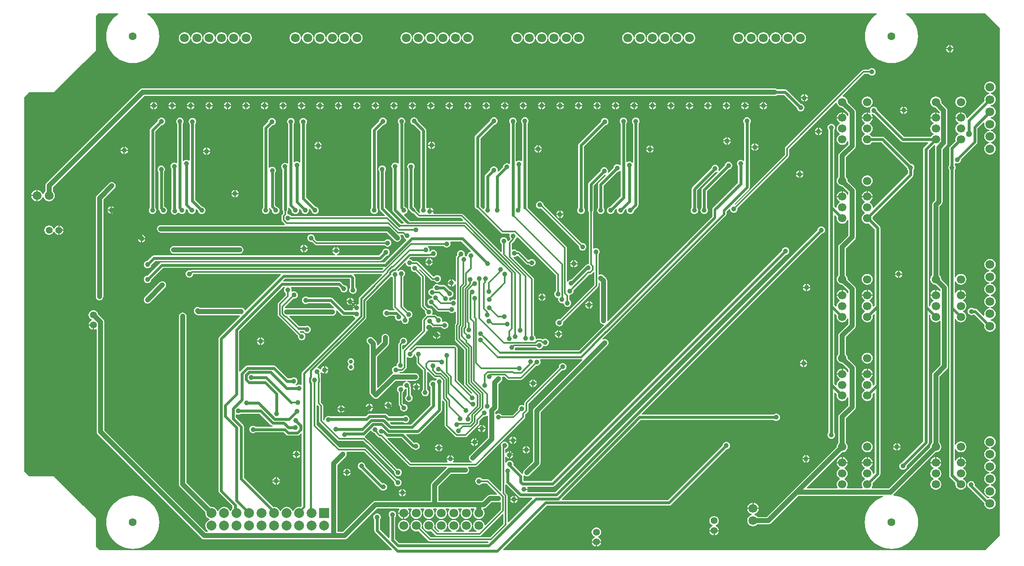
<source format=gbl>
G04*
G04 #@! TF.GenerationSoftware,Altium Limited,Altium Designer,20.2.7 (254)*
G04*
G04 Layer_Physical_Order=2*
G04 Layer_Color=16711680*
%FSLAX44Y44*%
%MOMM*%
G71*
G04*
G04 #@! TF.SameCoordinates,FA449505-50EB-491E-B68D-EB9FEB1AD92A*
G04*
G04*
G04 #@! TF.FilePolarity,Positive*
G04*
G01*
G75*
%ADD22C,0.3000*%
%ADD23C,0.4000*%
%ADD24C,1.0000*%
%ADD25C,0.5000*%
%ADD26C,0.6000*%
%ADD27C,0.2000*%
%ADD28C,0.7000*%
%ADD31C,1.6000*%
%ADD32C,0.8000*%
%ADD33C,2.0000*%
%ADD34R,2.0000X2.0000*%
%ADD35C,1.8000*%
%ADD36C,1.7000*%
%ADD37C,1.4000*%
%ADD38C,1.0000*%
%ADD39C,1.2700*%
G36*
X1990000Y1070000D02*
Y40000D01*
X1960000Y10000D01*
X982101D01*
X981336Y11848D01*
X1070340Y100851D01*
X1318875D01*
X1318875Y100851D01*
X1321037Y101281D01*
X1322869Y102506D01*
X1435316Y214953D01*
X1436843Y215154D01*
X1438678Y215914D01*
X1440253Y217122D01*
X1441461Y218697D01*
X1442221Y220532D01*
X1442480Y222500D01*
X1442221Y224468D01*
X1441461Y226303D01*
X1440253Y227878D01*
X1438678Y229086D01*
X1436843Y229846D01*
X1434875Y230105D01*
X1432907Y229846D01*
X1431073Y229086D01*
X1429497Y227878D01*
X1428289Y226303D01*
X1427529Y224468D01*
X1427328Y222941D01*
X1316535Y112149D01*
X1101564D01*
X1100798Y113996D01*
X1261153Y274352D01*
X1530975D01*
X1532198Y273414D01*
X1534032Y272654D01*
X1536000Y272395D01*
X1537968Y272654D01*
X1539803Y273414D01*
X1541378Y274622D01*
X1542586Y276197D01*
X1543346Y278032D01*
X1543605Y280000D01*
X1543346Y281968D01*
X1542586Y283803D01*
X1541378Y285378D01*
X1539803Y286586D01*
X1537968Y287346D01*
X1536000Y287605D01*
X1534032Y287346D01*
X1532198Y286586D01*
X1530975Y285648D01*
X1263750D01*
X1262984Y287496D01*
X1627941Y652453D01*
X1629468Y652654D01*
X1631302Y653414D01*
X1632878Y654622D01*
X1634086Y656198D01*
X1634846Y658032D01*
X1635105Y660000D01*
X1634846Y661968D01*
X1634086Y663802D01*
X1632878Y665378D01*
X1631302Y666586D01*
X1629468Y667346D01*
X1627500Y667605D01*
X1625532Y667346D01*
X1623698Y666586D01*
X1622122Y665378D01*
X1620914Y663802D01*
X1620154Y661968D01*
X1619953Y660441D01*
X1087660Y128148D01*
X1031650D01*
X1030773Y130149D01*
X1031346Y131532D01*
X1031438Y132230D01*
X1024000D01*
Y134770D01*
X1031438D01*
X1031346Y135468D01*
X1030586Y137303D01*
X1030549Y137352D01*
X1031535Y139352D01*
X1082500D01*
X1082500Y139351D01*
X1084662Y139781D01*
X1086494Y141006D01*
X1555441Y609953D01*
X1556968Y610154D01*
X1558802Y610914D01*
X1560378Y612122D01*
X1561586Y613698D01*
X1562346Y615532D01*
X1562605Y617500D01*
X1562346Y619468D01*
X1561586Y621302D01*
X1560378Y622878D01*
X1558802Y624086D01*
X1556968Y624846D01*
X1555000Y625105D01*
X1553032Y624846D01*
X1551198Y624086D01*
X1549622Y622878D01*
X1548414Y621302D01*
X1547654Y619468D01*
X1547453Y617941D01*
X1080160Y150648D01*
X1023354D01*
X1023148Y150854D01*
Y160000D01*
X1023149Y160000D01*
X1022945Y161023D01*
X1024189Y161838D01*
X1024791Y161993D01*
X1026198Y160914D01*
X1028032Y160154D01*
X1030000Y159895D01*
X1031968Y160154D01*
X1033802Y160914D01*
X1035378Y162122D01*
X1055378Y182122D01*
X1056586Y183697D01*
X1057346Y185532D01*
X1057605Y187500D01*
Y289850D01*
X1193628Y425872D01*
X1194836Y427448D01*
X1195596Y429282D01*
X1195855Y431250D01*
X1195596Y433218D01*
X1195151Y434293D01*
X1194836Y435052D01*
X1193628Y436628D01*
X1192053Y437836D01*
X1191293Y438151D01*
X1190218Y438596D01*
X1188250Y438855D01*
X1186282Y438596D01*
X1184447Y437836D01*
X1183383Y439464D01*
X1192623Y448704D01*
X1192623Y448704D01*
X1193017Y449293D01*
X1193606Y449687D01*
X1431757Y687838D01*
X1431967Y687880D01*
X1433634Y688994D01*
X1434747Y690661D01*
X1435139Y692627D01*
Y697150D01*
X1440449Y702460D01*
X1442560Y701744D01*
X1442654Y701032D01*
X1443414Y699197D01*
X1444622Y697622D01*
X1446198Y696414D01*
X1448032Y695654D01*
X1450000Y695395D01*
X1451968Y695654D01*
X1453802Y696414D01*
X1455378Y697622D01*
X1456586Y699197D01*
X1457346Y701032D01*
X1457605Y703000D01*
X1457398Y704573D01*
X1560985Y808160D01*
X1561878Y809496D01*
X1562192Y811073D01*
Y824101D01*
X1656992Y918901D01*
X1659104Y918184D01*
X1659244Y917118D01*
X1660357Y914432D01*
X1662126Y912126D01*
X1664432Y910357D01*
X1667118Y909244D01*
X1670000Y908865D01*
X1670336Y908909D01*
X1682395Y896850D01*
Y892151D01*
X1680395Y891753D01*
X1679643Y893568D01*
X1677874Y895874D01*
X1675568Y897643D01*
X1672882Y898756D01*
X1671270Y898968D01*
Y888000D01*
X1670000D01*
Y886730D01*
X1659032D01*
X1659244Y885118D01*
X1660357Y882432D01*
X1662126Y880126D01*
X1664432Y878357D01*
X1665094Y878082D01*
Y875918D01*
X1664432Y875643D01*
X1662126Y873874D01*
X1660357Y871568D01*
X1659244Y868882D01*
X1658865Y866000D01*
X1659244Y863118D01*
X1660357Y860432D01*
X1662126Y858126D01*
X1664432Y856357D01*
X1665094Y856082D01*
Y853918D01*
X1664432Y853643D01*
X1662126Y851874D01*
X1660357Y849568D01*
X1659244Y846882D01*
X1658865Y844000D01*
X1659244Y841118D01*
X1660357Y838432D01*
X1662126Y836126D01*
X1664432Y834357D01*
X1667118Y833244D01*
X1670000Y832865D01*
X1672882Y833244D01*
X1675568Y834357D01*
X1677874Y836126D01*
X1679643Y838432D01*
X1680395Y840247D01*
X1682395Y839849D01*
Y834097D01*
X1664622Y816325D01*
X1663414Y814750D01*
X1662654Y812915D01*
X1662395Y810947D01*
Y768080D01*
X1662126Y767874D01*
X1660357Y765568D01*
X1659244Y762882D01*
X1658865Y760000D01*
X1659244Y757118D01*
X1660357Y754432D01*
X1662126Y752126D01*
X1664432Y750357D01*
X1667118Y749244D01*
X1670000Y748865D01*
X1670336Y748909D01*
X1682395Y736850D01*
Y732151D01*
X1680395Y731753D01*
X1679643Y733568D01*
X1677874Y735874D01*
X1675568Y737643D01*
X1672882Y738756D01*
X1671270Y738968D01*
Y728000D01*
X1670000D01*
Y726730D01*
X1659032D01*
X1659244Y725118D01*
X1660357Y722432D01*
X1662126Y720126D01*
X1664432Y718357D01*
X1665094Y718082D01*
Y715918D01*
X1664432Y715643D01*
X1662126Y713874D01*
X1660357Y711568D01*
X1659244Y708882D01*
X1658865Y706000D01*
X1658872Y705945D01*
X1656978Y705011D01*
X1653649Y708340D01*
Y862975D01*
X1654586Y864197D01*
X1655346Y866032D01*
X1655605Y868000D01*
X1655346Y869968D01*
X1654586Y871803D01*
X1653378Y873378D01*
X1651803Y874586D01*
X1649968Y875346D01*
X1648000Y875605D01*
X1646032Y875346D01*
X1644198Y874586D01*
X1642622Y873378D01*
X1641414Y871803D01*
X1640654Y869968D01*
X1640395Y868000D01*
X1640654Y866032D01*
X1641414Y864197D01*
X1642352Y862975D01*
Y706000D01*
X1642352Y706000D01*
X1642352Y706000D01*
Y506000D01*
X1642352Y506000D01*
X1642352Y506000D01*
Y346000D01*
X1642352Y346000D01*
X1642352Y346000D01*
Y249025D01*
X1641414Y247803D01*
X1640654Y245968D01*
X1640395Y244000D01*
X1640654Y242032D01*
X1641414Y240198D01*
X1642622Y238622D01*
X1644198Y237414D01*
X1646032Y236654D01*
X1648000Y236395D01*
X1649968Y236654D01*
X1651803Y237414D01*
X1653378Y238622D01*
X1654586Y240198D01*
X1655346Y242032D01*
X1655605Y244000D01*
X1655346Y245968D01*
X1654586Y247803D01*
X1653649Y249025D01*
Y329750D01*
X1655496Y330515D01*
X1659231Y326781D01*
X1658865Y324000D01*
X1659244Y321118D01*
X1660357Y318432D01*
X1662126Y316126D01*
X1664432Y314357D01*
X1667118Y313244D01*
X1670000Y312865D01*
X1672882Y313244D01*
X1675568Y314357D01*
X1677874Y316126D01*
X1679643Y318432D01*
X1680395Y320247D01*
X1682395Y319849D01*
Y304097D01*
X1664622Y286325D01*
X1663414Y284750D01*
X1662654Y282915D01*
X1662395Y280947D01*
Y228080D01*
X1662126Y227874D01*
X1660357Y225568D01*
X1659244Y222882D01*
X1658865Y220000D01*
X1658909Y219664D01*
X1572583Y133338D01*
X1572582Y133338D01*
X1516850Y77605D01*
X1498094D01*
X1497230Y78730D01*
X1494820Y80580D01*
X1492013Y81743D01*
Y83757D01*
X1494820Y84920D01*
X1497230Y86770D01*
X1499080Y89180D01*
X1500243Y91987D01*
X1500472Y93730D01*
X1489000D01*
X1477528D01*
X1477757Y91987D01*
X1478920Y89180D01*
X1480770Y86770D01*
X1483180Y84920D01*
X1485987Y83757D01*
Y81743D01*
X1483180Y80580D01*
X1480770Y78730D01*
X1478920Y76320D01*
X1477757Y73513D01*
X1477360Y70500D01*
X1477757Y67487D01*
X1478920Y64680D01*
X1480770Y62270D01*
X1483180Y60420D01*
X1485988Y59257D01*
X1489000Y58860D01*
X1492012Y59257D01*
X1494820Y60420D01*
X1497230Y62270D01*
X1497327Y62395D01*
X1520000D01*
X1521968Y62654D01*
X1523802Y63414D01*
X1525378Y64622D01*
X1581110Y120355D01*
X1752838D01*
X1753168Y118355D01*
X1749275Y117034D01*
X1742922Y113900D01*
X1737032Y109965D01*
X1731706Y105294D01*
X1727035Y99968D01*
X1723100Y94078D01*
X1719966Y87725D01*
X1717689Y81017D01*
X1716307Y74069D01*
X1715844Y67000D01*
X1716307Y59931D01*
X1717689Y52983D01*
X1719966Y46275D01*
X1723100Y39922D01*
X1727035Y34032D01*
X1731706Y28706D01*
X1737032Y24035D01*
X1742922Y20100D01*
X1749275Y16966D01*
X1755983Y14689D01*
X1762931Y13307D01*
X1770000Y12844D01*
X1777069Y13307D01*
X1784017Y14689D01*
X1790725Y16966D01*
X1797078Y20100D01*
X1802968Y24035D01*
X1808294Y28706D01*
X1812965Y34032D01*
X1816900Y39922D01*
X1820034Y46275D01*
X1822311Y52983D01*
X1823693Y59931D01*
X1824156Y67000D01*
X1823693Y74069D01*
X1822311Y81017D01*
X1820034Y87725D01*
X1816900Y94078D01*
X1812965Y99968D01*
X1808294Y105294D01*
X1802968Y109965D01*
X1797078Y113900D01*
X1790725Y117034D01*
X1784017Y119311D01*
X1777069Y120693D01*
X1774389Y120868D01*
X1773934Y121610D01*
X1773675Y122919D01*
X1859664Y208909D01*
X1860000Y208865D01*
X1862882Y209244D01*
X1865568Y210357D01*
X1867874Y212126D01*
X1869643Y214432D01*
X1870756Y217118D01*
X1871135Y220000D01*
X1870756Y222882D01*
X1869643Y225568D01*
X1867874Y227874D01*
X1867605Y228080D01*
Y362797D01*
X1882838Y378030D01*
X1884046Y379605D01*
X1884361Y380364D01*
X1884806Y381439D01*
X1885065Y383407D01*
Y542540D01*
X1884806Y544508D01*
X1884361Y545583D01*
X1884046Y546343D01*
X1882838Y547918D01*
X1871091Y559664D01*
X1871135Y560000D01*
X1870756Y562882D01*
X1869643Y565568D01*
X1867874Y567874D01*
X1867605Y568080D01*
Y707797D01*
X1871378Y711570D01*
X1872586Y713145D01*
X1873346Y714979D01*
X1873605Y716947D01*
Y824166D01*
X1881418Y831978D01*
X1882626Y833553D01*
X1882941Y834313D01*
X1883386Y835388D01*
X1883645Y837356D01*
Y902806D01*
X1883386Y904774D01*
X1882941Y905849D01*
X1882626Y906609D01*
X1881418Y908184D01*
X1870957Y918644D01*
X1871135Y920000D01*
X1870756Y922882D01*
X1869643Y925568D01*
X1867874Y927874D01*
X1865568Y929643D01*
X1862882Y930756D01*
X1860000Y931135D01*
X1857118Y930756D01*
X1854432Y929643D01*
X1852126Y927874D01*
X1850357Y925568D01*
X1849244Y922882D01*
X1848865Y920000D01*
X1849244Y917118D01*
X1850357Y914432D01*
X1852126Y912126D01*
X1854432Y910357D01*
X1857118Y909244D01*
X1859109Y908982D01*
X1868285Y899806D01*
X1868095Y897798D01*
X1866407Y896999D01*
X1865568Y897643D01*
X1862882Y898756D01*
X1861270Y898968D01*
Y888000D01*
X1860000D01*
Y886730D01*
X1849032D01*
X1849244Y885118D01*
X1850357Y882432D01*
X1852126Y880126D01*
X1854432Y878357D01*
X1855094Y878082D01*
Y875918D01*
X1854432Y875643D01*
X1852126Y873874D01*
X1850357Y871568D01*
X1849244Y868882D01*
X1848865Y866000D01*
X1849244Y863118D01*
X1850357Y860432D01*
X1852126Y858126D01*
X1854432Y856357D01*
X1855094Y856082D01*
Y853918D01*
X1854432Y853643D01*
X1852126Y851874D01*
X1850419Y849649D01*
X1795340D01*
X1741547Y903441D01*
X1741346Y904968D01*
X1740586Y906803D01*
X1739378Y908378D01*
X1737802Y909586D01*
X1735968Y910346D01*
X1734000Y910605D01*
X1732032Y910346D01*
X1730197Y909586D01*
X1728622Y908378D01*
X1727414Y906803D01*
X1726654Y904968D01*
X1726395Y903000D01*
X1726654Y901032D01*
X1727377Y899286D01*
X1727196Y898991D01*
X1725954Y897815D01*
X1723682Y898756D01*
X1722070Y898968D01*
Y889270D01*
X1731768D01*
X1731556Y890882D01*
X1730443Y893568D01*
X1729792Y894417D01*
X1731052Y896060D01*
X1732032Y895654D01*
X1733559Y895453D01*
X1789006Y840006D01*
X1789006Y840006D01*
X1790838Y838781D01*
X1793000Y838351D01*
X1793000Y838352D01*
X1843750D01*
X1844516Y836504D01*
X1836006Y827994D01*
X1834781Y826162D01*
X1834351Y824000D01*
X1834352Y824000D01*
Y504000D01*
X1834351Y504000D01*
X1834352Y504000D01*
Y231090D01*
X1791619Y188358D01*
X1791532Y188346D01*
X1789698Y187586D01*
X1788122Y186378D01*
X1786914Y184802D01*
X1786154Y182968D01*
X1785895Y181000D01*
X1786154Y179032D01*
X1786914Y177197D01*
X1788122Y175622D01*
X1789698Y174414D01*
X1791532Y173654D01*
X1793500Y173395D01*
X1795468Y173654D01*
X1797303Y174414D01*
X1798878Y175622D01*
X1800086Y177197D01*
X1800846Y179032D01*
X1801105Y181000D01*
X1801004Y181766D01*
X1843994Y224756D01*
X1843994Y224756D01*
X1845219Y226588D01*
X1845648Y228750D01*
Y487750D01*
X1847496Y488515D01*
X1849231Y486781D01*
X1848865Y484000D01*
X1849244Y481118D01*
X1850357Y478432D01*
X1852126Y476126D01*
X1854432Y474357D01*
X1857118Y473244D01*
X1860000Y472865D01*
X1862882Y473244D01*
X1865568Y474357D01*
X1867855Y476112D01*
X1867947Y476100D01*
X1869855Y475423D01*
Y386557D01*
X1854622Y371325D01*
X1853414Y369750D01*
X1852654Y367915D01*
X1852395Y365947D01*
Y228080D01*
X1852126Y227874D01*
X1850357Y225568D01*
X1849244Y222882D01*
X1848865Y220000D01*
X1848909Y219664D01*
X1764810Y135565D01*
X1730764D01*
X1729778Y137565D01*
X1730443Y138432D01*
X1731556Y141118D01*
X1731935Y144000D01*
X1731569Y146781D01*
X1745994Y161206D01*
X1745994Y161206D01*
X1747219Y163038D01*
X1747648Y165200D01*
X1747648Y165200D01*
Y345200D01*
X1747648Y345200D01*
X1747648Y345200D01*
Y505200D01*
X1747648Y505200D01*
X1747648Y505200D01*
Y664000D01*
X1747648Y664000D01*
X1747219Y666162D01*
X1745994Y667994D01*
X1745994Y667994D01*
X1731709Y682280D01*
X1731935Y684000D01*
X1731569Y686781D01*
X1812994Y768206D01*
X1812994Y768206D01*
X1814218Y770038D01*
X1814648Y772200D01*
X1814648Y772200D01*
Y781975D01*
X1815586Y783197D01*
X1816346Y785032D01*
X1816605Y787000D01*
X1816346Y788968D01*
X1815586Y790803D01*
X1814378Y792378D01*
X1812802Y793586D01*
X1810968Y794346D01*
X1809441Y794547D01*
X1755994Y847994D01*
X1754162Y849219D01*
X1752000Y849649D01*
X1752000Y849649D01*
X1730381D01*
X1728674Y851874D01*
X1726368Y853643D01*
X1725706Y853918D01*
Y856082D01*
X1726368Y856357D01*
X1728674Y858126D01*
X1730443Y860432D01*
X1731556Y863118D01*
X1731935Y866000D01*
X1731556Y868882D01*
X1730443Y871568D01*
X1728674Y873874D01*
X1726368Y875643D01*
X1725706Y875918D01*
Y878082D01*
X1726368Y878357D01*
X1728674Y880126D01*
X1730443Y882432D01*
X1731556Y885118D01*
X1731768Y886730D01*
X1720800D01*
X1709832D01*
X1710044Y885118D01*
X1711157Y882432D01*
X1712926Y880126D01*
X1715232Y878357D01*
X1715894Y878082D01*
Y875918D01*
X1715232Y875643D01*
X1712926Y873874D01*
X1711157Y871568D01*
X1710044Y868882D01*
X1709665Y866000D01*
X1710044Y863118D01*
X1711157Y860432D01*
X1712926Y858126D01*
X1715232Y856357D01*
X1715894Y856082D01*
Y853918D01*
X1715232Y853643D01*
X1712926Y851874D01*
X1711157Y849568D01*
X1710044Y846882D01*
X1709665Y844000D01*
X1710044Y841118D01*
X1711157Y838432D01*
X1712926Y836126D01*
X1715232Y834357D01*
X1717918Y833244D01*
X1720800Y832865D01*
X1723682Y833244D01*
X1726368Y834357D01*
X1728674Y836126D01*
X1730381Y838352D01*
X1749660D01*
X1801453Y786559D01*
X1801654Y785032D01*
X1802414Y783197D01*
X1803351Y781975D01*
Y774540D01*
X1733822Y705011D01*
X1731928Y705945D01*
X1731935Y706000D01*
X1731556Y708882D01*
X1730443Y711568D01*
X1728674Y713874D01*
X1726368Y715643D01*
X1725706Y715918D01*
Y718082D01*
X1726368Y718357D01*
X1728674Y720126D01*
X1730443Y722432D01*
X1731556Y725118D01*
X1731768Y726730D01*
X1720800D01*
X1709832D01*
X1710044Y725118D01*
X1711157Y722432D01*
X1712926Y720126D01*
X1715232Y718357D01*
X1715894Y718082D01*
Y715918D01*
X1715232Y715643D01*
X1712926Y713874D01*
X1711157Y711568D01*
X1710044Y708882D01*
X1709665Y706000D01*
X1710044Y703118D01*
X1711157Y700432D01*
X1712926Y698126D01*
X1715232Y696357D01*
X1715894Y696082D01*
Y693918D01*
X1715232Y693643D01*
X1712926Y691874D01*
X1711157Y689568D01*
X1710044Y686882D01*
X1709665Y684000D01*
X1710044Y681118D01*
X1711157Y678432D01*
X1712926Y676126D01*
X1715232Y674357D01*
X1717918Y673244D01*
X1720800Y672865D01*
X1723682Y673244D01*
X1724450Y673562D01*
X1736351Y661660D01*
Y507540D01*
X1733822Y505010D01*
X1731928Y505945D01*
X1731935Y506000D01*
X1731556Y508882D01*
X1730443Y511568D01*
X1728674Y513874D01*
X1726368Y515643D01*
X1725706Y515918D01*
Y518082D01*
X1726368Y518357D01*
X1728674Y520126D01*
X1730443Y522432D01*
X1731556Y525118D01*
X1731768Y526730D01*
X1720800D01*
X1709832D01*
X1710044Y525118D01*
X1711157Y522432D01*
X1712926Y520126D01*
X1715232Y518357D01*
X1715894Y518082D01*
Y515918D01*
X1715232Y515643D01*
X1712926Y513874D01*
X1711157Y511568D01*
X1710044Y508882D01*
X1709665Y506000D01*
X1710044Y503118D01*
X1711157Y500432D01*
X1712926Y498126D01*
X1715232Y496357D01*
X1715894Y496082D01*
Y493918D01*
X1715232Y493643D01*
X1712926Y491874D01*
X1711157Y489568D01*
X1710044Y486882D01*
X1709665Y484000D01*
X1710044Y481118D01*
X1711157Y478432D01*
X1712926Y476126D01*
X1715232Y474357D01*
X1717918Y473244D01*
X1720800Y472865D01*
X1723682Y473244D01*
X1726368Y474357D01*
X1728674Y476126D01*
X1730443Y478432D01*
X1731556Y481118D01*
X1731935Y484000D01*
X1731569Y486781D01*
X1734504Y489715D01*
X1736351Y488950D01*
Y347540D01*
X1733822Y345010D01*
X1731928Y345945D01*
X1731935Y346000D01*
X1731556Y348882D01*
X1730443Y351568D01*
X1728674Y353874D01*
X1726368Y355643D01*
X1725706Y355918D01*
Y358082D01*
X1726368Y358357D01*
X1728674Y360126D01*
X1730443Y362432D01*
X1731556Y365118D01*
X1731768Y366730D01*
X1720800D01*
X1709832D01*
X1710044Y365118D01*
X1711157Y362432D01*
X1712926Y360126D01*
X1715232Y358357D01*
X1715894Y358082D01*
Y355918D01*
X1715232Y355643D01*
X1712926Y353874D01*
X1711157Y351568D01*
X1710044Y348882D01*
X1709665Y346000D01*
X1710044Y343118D01*
X1711157Y340432D01*
X1712926Y338126D01*
X1715232Y336357D01*
X1715894Y336082D01*
Y333918D01*
X1715232Y333643D01*
X1712926Y331874D01*
X1711157Y329568D01*
X1710044Y326882D01*
X1709665Y324000D01*
X1710044Y321118D01*
X1711157Y318432D01*
X1712926Y316126D01*
X1715232Y314357D01*
X1717918Y313244D01*
X1720800Y312865D01*
X1723682Y313244D01*
X1726368Y314357D01*
X1728674Y316126D01*
X1730443Y318432D01*
X1731556Y321118D01*
X1731935Y324000D01*
X1731569Y326781D01*
X1734504Y329715D01*
X1736351Y328950D01*
Y167540D01*
X1733822Y165011D01*
X1731928Y165945D01*
X1731935Y166000D01*
X1731556Y168882D01*
X1730443Y171568D01*
X1728674Y173874D01*
X1726368Y175643D01*
X1725706Y175918D01*
Y178082D01*
X1726368Y178357D01*
X1728674Y180126D01*
X1730443Y182432D01*
X1731556Y185118D01*
X1731768Y186730D01*
X1720800D01*
X1709832D01*
X1710044Y185118D01*
X1711157Y182432D01*
X1712926Y180126D01*
X1715232Y178357D01*
X1715894Y178082D01*
Y175918D01*
X1715232Y175643D01*
X1712926Y173874D01*
X1711157Y171568D01*
X1710044Y168882D01*
X1709665Y166000D01*
X1710044Y163118D01*
X1711157Y160432D01*
X1712926Y158126D01*
X1715232Y156357D01*
X1715894Y156082D01*
Y153918D01*
X1715232Y153643D01*
X1712926Y151874D01*
X1711157Y149568D01*
X1710044Y146882D01*
X1709665Y144000D01*
X1710044Y141118D01*
X1711157Y138432D01*
X1711822Y137565D01*
X1710836Y135565D01*
X1679964D01*
X1678978Y137565D01*
X1679643Y138432D01*
X1680756Y141118D01*
X1681135Y144000D01*
X1680756Y146882D01*
X1679643Y149568D01*
X1677874Y151874D01*
X1675568Y153643D01*
X1674906Y153918D01*
Y156082D01*
X1675568Y156357D01*
X1677874Y158126D01*
X1679643Y160432D01*
X1680756Y163118D01*
X1681135Y166000D01*
X1680756Y168882D01*
X1679643Y171568D01*
X1677874Y173874D01*
X1675568Y175643D01*
X1674906Y175918D01*
Y178082D01*
X1675568Y178357D01*
X1677874Y180126D01*
X1679643Y182432D01*
X1680756Y185118D01*
X1680968Y186730D01*
X1670000D01*
X1659032D01*
X1659244Y185118D01*
X1660357Y182432D01*
X1662126Y180126D01*
X1664432Y178357D01*
X1665094Y178082D01*
Y175918D01*
X1664432Y175643D01*
X1662126Y173874D01*
X1660357Y171568D01*
X1659244Y168882D01*
X1658865Y166000D01*
X1659244Y163118D01*
X1660357Y160432D01*
X1662126Y158126D01*
X1664432Y156357D01*
X1665094Y156082D01*
Y153918D01*
X1664432Y153643D01*
X1662126Y151874D01*
X1660357Y149568D01*
X1659244Y146882D01*
X1658865Y144000D01*
X1659244Y141118D01*
X1660357Y138432D01*
X1661022Y137565D01*
X1660036Y135565D01*
X1598933D01*
X1598168Y137413D01*
X1669664Y208909D01*
X1670000Y208865D01*
X1672882Y209244D01*
X1675568Y210357D01*
X1677874Y212126D01*
X1679643Y214432D01*
X1680756Y217118D01*
X1681135Y220000D01*
X1680756Y222882D01*
X1679643Y225568D01*
X1677874Y227874D01*
X1677605Y228080D01*
Y277797D01*
X1695378Y295569D01*
X1696586Y297145D01*
X1697346Y298979D01*
X1697605Y300947D01*
Y380000D01*
X1697346Y381968D01*
X1696586Y383802D01*
X1695378Y385378D01*
X1681091Y399664D01*
X1681135Y400000D01*
X1680756Y402882D01*
X1679643Y405568D01*
X1677874Y407874D01*
X1677605Y408080D01*
Y442797D01*
X1695378Y460569D01*
X1696586Y462145D01*
X1697346Y463979D01*
X1697605Y465947D01*
Y540000D01*
X1697346Y541968D01*
X1696586Y543802D01*
X1695378Y545378D01*
X1681091Y559664D01*
X1681135Y560000D01*
X1680756Y562882D01*
X1679643Y565568D01*
X1677874Y567874D01*
X1677605Y568080D01*
Y622797D01*
X1695378Y640570D01*
X1696586Y642145D01*
X1697346Y643979D01*
X1697605Y645947D01*
Y740000D01*
X1697346Y741968D01*
X1696586Y743802D01*
X1695378Y745378D01*
X1681091Y759664D01*
X1681135Y760000D01*
X1680756Y762882D01*
X1679643Y765568D01*
X1677874Y767874D01*
X1677605Y768080D01*
Y807797D01*
X1695378Y825570D01*
X1696586Y827145D01*
X1697346Y828979D01*
X1697605Y830947D01*
Y900000D01*
X1697346Y901968D01*
X1696586Y903802D01*
X1695378Y905378D01*
X1681091Y919664D01*
X1681135Y920000D01*
X1680756Y922882D01*
X1679643Y925568D01*
X1677874Y927874D01*
X1675568Y929643D01*
X1672882Y930756D01*
X1671816Y930896D01*
X1671099Y933008D01*
X1715222Y977131D01*
X1723907D01*
X1724872Y975872D01*
X1726447Y974664D01*
X1728282Y973904D01*
X1730250Y973645D01*
X1732218Y973904D01*
X1734052Y974664D01*
X1735628Y975872D01*
X1736836Y977448D01*
X1737596Y979282D01*
X1737855Y981250D01*
X1737596Y983218D01*
X1736836Y985052D01*
X1735628Y986628D01*
X1734052Y987836D01*
X1732218Y988596D01*
X1730250Y988855D01*
X1728282Y988596D01*
X1726447Y987836D01*
X1724872Y986628D01*
X1723907Y985369D01*
X1713516D01*
X1711940Y985056D01*
X1710603Y984163D01*
X1555160Y828719D01*
X1554267Y827383D01*
X1553953Y825807D01*
Y812779D01*
X1452924Y711749D01*
X1452634Y711817D01*
X1452005Y714017D01*
X1480744Y742756D01*
X1480744Y742756D01*
X1481969Y744588D01*
X1482399Y746750D01*
X1482399Y746750D01*
Y876476D01*
X1483336Y877698D01*
X1484096Y879532D01*
X1484355Y881500D01*
X1484096Y883468D01*
X1483336Y885303D01*
X1482128Y886878D01*
X1480553Y888086D01*
X1478718Y888846D01*
X1476750Y889105D01*
X1474782Y888846D01*
X1472948Y888086D01*
X1471372Y886878D01*
X1470164Y885303D01*
X1469404Y883468D01*
X1469145Y881500D01*
X1469404Y879532D01*
X1470164Y877698D01*
X1471102Y876476D01*
Y801416D01*
X1470171Y800856D01*
X1469102Y800590D01*
X1467802Y801586D01*
X1465968Y802346D01*
X1464000Y802605D01*
X1462032Y802346D01*
X1460197Y801586D01*
X1458622Y800378D01*
X1457414Y798802D01*
X1456654Y796968D01*
X1456395Y795000D01*
X1456654Y793032D01*
X1457414Y791198D01*
X1458351Y789976D01*
Y756340D01*
X1408102Y706090D01*
X1406878Y704258D01*
X1406448Y702096D01*
X1406878Y699935D01*
X1406958Y699815D01*
Y687225D01*
X1194704Y474971D01*
X1192810Y475905D01*
X1192855Y476250D01*
Y557290D01*
X1192596Y559258D01*
X1191836Y561092D01*
X1190628Y562668D01*
X1185418Y567878D01*
X1183842Y569086D01*
X1182008Y569846D01*
X1180040Y570105D01*
X1178072Y569846D01*
X1177119Y569451D01*
X1175119Y570581D01*
Y610424D01*
X1175378Y610622D01*
X1176586Y612197D01*
X1177346Y614032D01*
X1177605Y616000D01*
X1177346Y617968D01*
X1176586Y619803D01*
X1175378Y621378D01*
X1173802Y622586D01*
X1171968Y623346D01*
X1170000Y623605D01*
X1168032Y623346D01*
X1166198Y622586D01*
X1166119Y622526D01*
X1164119Y623512D01*
Y696193D01*
X1165219Y697838D01*
X1165648Y700000D01*
Y750660D01*
X1187360Y772372D01*
X1188811Y772378D01*
X1189802Y770541D01*
X1176006Y756744D01*
X1174781Y754912D01*
X1174351Y752750D01*
X1174352Y752750D01*
Y705024D01*
X1173414Y703802D01*
X1172654Y701968D01*
X1172395Y700000D01*
X1172654Y698032D01*
X1173414Y696198D01*
X1174622Y694622D01*
X1176198Y693414D01*
X1178032Y692654D01*
X1180000Y692395D01*
X1181968Y692654D01*
X1183802Y693414D01*
X1185378Y694622D01*
X1186586Y696198D01*
X1187346Y698032D01*
X1187605Y700000D01*
X1187346Y701968D01*
X1186586Y703802D01*
X1185648Y705024D01*
Y750410D01*
X1213691Y778453D01*
X1215218Y778654D01*
X1217053Y779414D01*
X1218352Y780411D01*
X1219421Y780144D01*
X1220351Y779584D01*
Y728340D01*
X1199559Y707547D01*
X1198032Y707346D01*
X1196198Y706586D01*
X1194622Y705378D01*
X1193414Y703802D01*
X1192654Y701968D01*
X1192395Y700000D01*
X1192654Y698032D01*
X1193414Y696198D01*
X1194622Y694622D01*
X1196198Y693414D01*
X1198032Y692654D01*
X1200000Y692395D01*
X1201968Y692654D01*
X1203802Y693414D01*
X1205378Y694622D01*
X1206586Y696198D01*
X1207346Y698032D01*
X1207547Y699559D01*
X1210514Y702526D01*
X1212492Y701975D01*
X1212634Y701817D01*
X1212395Y700000D01*
X1212654Y698032D01*
X1213414Y696198D01*
X1214622Y694622D01*
X1216198Y693414D01*
X1218032Y692654D01*
X1220000Y692395D01*
X1221968Y692654D01*
X1223802Y693414D01*
X1225378Y694622D01*
X1226586Y696198D01*
X1227346Y698032D01*
X1227547Y699559D01*
X1230514Y702526D01*
X1232492Y701975D01*
X1232634Y701817D01*
X1232395Y700000D01*
X1232654Y698032D01*
X1233414Y696198D01*
X1234622Y694622D01*
X1236198Y693414D01*
X1238032Y692654D01*
X1240000Y692395D01*
X1241968Y692654D01*
X1243802Y693414D01*
X1245378Y694622D01*
X1246586Y696198D01*
X1247346Y698032D01*
X1247547Y699559D01*
X1254994Y707006D01*
X1254994Y707006D01*
X1256219Y708838D01*
X1256648Y711000D01*
Y875975D01*
X1257586Y877197D01*
X1258346Y879032D01*
X1258605Y881000D01*
X1258346Y882968D01*
X1257586Y884802D01*
X1256378Y886378D01*
X1254802Y887586D01*
X1252968Y888346D01*
X1251000Y888605D01*
X1249032Y888346D01*
X1247197Y887586D01*
X1245622Y886378D01*
X1244414Y884802D01*
X1243654Y882968D01*
X1243395Y881000D01*
X1243654Y879032D01*
X1244414Y877197D01*
X1245351Y875975D01*
Y797840D01*
X1243478Y797164D01*
X1243352Y797148D01*
X1241803Y798336D01*
X1239968Y799096D01*
X1238000Y799355D01*
X1236032Y799096D01*
X1234197Y798336D01*
X1233649Y797915D01*
X1231648Y798901D01*
Y875975D01*
X1232586Y877197D01*
X1233346Y879032D01*
X1233605Y881000D01*
X1233346Y882968D01*
X1232586Y884802D01*
X1231378Y886378D01*
X1229802Y887586D01*
X1227968Y888346D01*
X1226000Y888605D01*
X1224032Y888346D01*
X1222197Y887586D01*
X1220622Y886378D01*
X1219414Y884802D01*
X1218654Y882968D01*
X1218395Y881000D01*
X1218654Y879032D01*
X1219414Y877197D01*
X1220351Y875975D01*
Y792416D01*
X1219421Y791856D01*
X1218352Y791590D01*
X1217053Y792586D01*
X1215218Y793346D01*
X1213250Y793605D01*
X1211282Y793346D01*
X1209447Y792586D01*
X1207872Y791378D01*
X1206664Y789802D01*
X1205904Y787968D01*
X1205703Y786441D01*
X1195957Y776695D01*
X1194262Y777828D01*
X1194346Y778032D01*
X1194605Y780000D01*
X1194346Y781968D01*
X1193586Y783802D01*
X1192378Y785378D01*
X1190803Y786586D01*
X1188968Y787346D01*
X1187000Y787605D01*
X1185032Y787346D01*
X1183197Y786586D01*
X1181622Y785378D01*
X1180414Y783802D01*
X1179654Y781968D01*
X1179453Y780441D01*
X1156006Y756994D01*
X1154781Y755162D01*
X1154351Y753000D01*
X1154352Y753000D01*
Y700000D01*
X1154781Y697838D01*
X1155881Y696193D01*
Y591952D01*
X1154540Y590776D01*
X1152572Y590517D01*
X1150738Y589757D01*
X1149162Y588549D01*
X1148318Y587449D01*
X1120291Y559422D01*
X1119685Y559501D01*
X1117717Y559242D01*
X1115883Y558483D01*
X1114307Y557274D01*
X1113159Y555778D01*
X1112959Y555760D01*
X1111159Y556375D01*
Y624042D01*
X1110846Y625619D01*
X1109953Y626955D01*
X1031648Y705259D01*
Y876476D01*
X1032586Y877698D01*
X1033346Y879532D01*
X1033605Y881500D01*
X1033346Y883468D01*
X1032586Y885303D01*
X1031378Y886878D01*
X1029802Y888086D01*
X1027968Y888846D01*
X1026000Y889105D01*
X1024032Y888846D01*
X1022197Y888086D01*
X1020622Y886878D01*
X1019414Y885303D01*
X1018654Y883468D01*
X1018395Y881500D01*
X1018654Y879532D01*
X1019414Y877698D01*
X1020351Y876476D01*
Y800901D01*
X1018352Y799915D01*
X1017803Y800336D01*
X1015968Y801096D01*
X1014000Y801355D01*
X1012032Y801096D01*
X1010198Y800336D01*
X1009148Y799531D01*
X1007428Y800167D01*
X1007149Y800410D01*
Y875975D01*
X1008086Y877197D01*
X1008846Y879032D01*
X1009105Y881000D01*
X1008846Y882968D01*
X1008086Y884802D01*
X1006878Y886378D01*
X1005303Y887586D01*
X1003468Y888346D01*
X1001500Y888605D01*
X999532Y888346D01*
X997698Y887586D01*
X996122Y886378D01*
X994914Y884802D01*
X994154Y882968D01*
X993895Y881000D01*
X994154Y879032D01*
X994914Y877197D01*
X995852Y875975D01*
Y794953D01*
X993851Y793973D01*
X993053Y794586D01*
X991218Y795346D01*
X989250Y795605D01*
X987282Y795346D01*
X985447Y794586D01*
X983872Y793378D01*
X982664Y791803D01*
X981904Y789968D01*
X981703Y788441D01*
X971957Y778696D01*
X970262Y779828D01*
X970346Y780032D01*
X970605Y782000D01*
X970346Y783968D01*
X969586Y785803D01*
X968378Y787378D01*
X966803Y788586D01*
X964968Y789346D01*
X963000Y789605D01*
X961032Y789346D01*
X959197Y788586D01*
X957622Y787378D01*
X956414Y785803D01*
X955654Y783968D01*
X955453Y782441D01*
X946273Y773261D01*
X945049Y771429D01*
X944619Y769267D01*
X944619Y769267D01*
Y705292D01*
X943681Y704070D01*
X943287Y703117D01*
X941074Y702502D01*
X935648Y707927D01*
Y846160D01*
X963441Y873953D01*
X964968Y874154D01*
X966803Y874914D01*
X968378Y876122D01*
X969586Y877698D01*
X970346Y879532D01*
X970605Y881500D01*
X970346Y883468D01*
X969586Y885303D01*
X968378Y886878D01*
X966803Y888086D01*
X964968Y888846D01*
X963000Y889105D01*
X961032Y888846D01*
X959197Y888086D01*
X957622Y886878D01*
X956414Y885303D01*
X955654Y883468D01*
X955453Y881941D01*
X926006Y852494D01*
X924781Y850662D01*
X924351Y848500D01*
X924352Y848500D01*
Y707750D01*
X924781Y705588D01*
X926006Y703756D01*
X927838Y702531D01*
X929779Y702145D01*
X978047Y653877D01*
X979384Y652984D01*
X980960Y652671D01*
X994169D01*
X995299Y650671D01*
X994904Y649718D01*
X994645Y647750D01*
X994904Y645782D01*
X995664Y643948D01*
X996872Y642373D01*
X996898Y641974D01*
X992577Y637652D01*
X991466Y637848D01*
X990557Y638368D01*
X990346Y639968D01*
X989586Y641803D01*
X988378Y643378D01*
X986803Y644586D01*
X984968Y645346D01*
X983000Y645605D01*
X981032Y645346D01*
X979197Y644586D01*
X977622Y643378D01*
X976414Y641803D01*
X975654Y639968D01*
X975395Y638000D01*
X975654Y636032D01*
X976414Y634198D01*
X977622Y632622D01*
X978881Y631657D01*
Y616021D01*
X977033Y615256D01*
X900416Y691873D01*
X899080Y692766D01*
X897504Y693079D01*
X840831D01*
X839701Y695079D01*
X840096Y696032D01*
X840188Y696730D01*
X832750D01*
Y698000D01*
X831480D01*
Y705438D01*
X830782Y705346D01*
X828948Y704586D01*
X828552Y704283D01*
X828218Y704201D01*
X825980Y704618D01*
X825919Y704672D01*
X825648Y705024D01*
Y862250D01*
X825648Y862250D01*
X825219Y864412D01*
X823994Y866244D01*
X823994Y866244D01*
X808547Y881691D01*
X808346Y883218D01*
X807586Y885052D01*
X806378Y886628D01*
X804802Y887836D01*
X802968Y888596D01*
X801000Y888855D01*
X799032Y888596D01*
X797197Y887836D01*
X795622Y886628D01*
X794414Y885052D01*
X793654Y883218D01*
X793395Y881250D01*
X793654Y879282D01*
X794414Y877448D01*
X795622Y875872D01*
X797197Y874664D01*
X799032Y873904D01*
X800559Y873703D01*
X814352Y859910D01*
Y705024D01*
X813414Y703802D01*
X812654Y701968D01*
X812395Y700000D01*
X812654Y698032D01*
X813322Y696419D01*
X813326Y696000D01*
X812490Y694116D01*
X812057Y693997D01*
X811747Y694078D01*
X805605Y700221D01*
X805219Y702162D01*
X803994Y703994D01*
X800398Y707590D01*
Y783726D01*
X801336Y784948D01*
X802096Y786782D01*
X802355Y788750D01*
X802096Y790718D01*
X801336Y792552D01*
X800128Y794128D01*
X798552Y795336D01*
X796718Y796096D01*
X794750Y796355D01*
X792782Y796096D01*
X790947Y795336D01*
X789372Y794128D01*
X788164Y792552D01*
X787404Y790718D01*
X787145Y788750D01*
X787404Y786782D01*
X788164Y784948D01*
X789101Y783726D01*
Y705250D01*
X789101Y705250D01*
X789531Y703088D01*
X790756Y701256D01*
X796006Y696006D01*
X797838Y694781D01*
X799779Y694395D01*
X808127Y686047D01*
X809464Y685154D01*
X811040Y684841D01*
X895797D01*
X900381Y680257D01*
X899616Y678409D01*
X792429D01*
X791704Y679494D01*
X780725Y690473D01*
X781442Y692585D01*
X781968Y692654D01*
X783802Y693414D01*
X785378Y694622D01*
X786586Y696198D01*
X787346Y698032D01*
X787605Y700000D01*
X787346Y701968D01*
X786586Y703802D01*
X785378Y705378D01*
X783802Y706586D01*
X781968Y707346D01*
X781688Y707383D01*
X781149Y707922D01*
Y875725D01*
X782086Y876947D01*
X782846Y878782D01*
X783105Y880750D01*
X782846Y882718D01*
X782086Y884553D01*
X780878Y886128D01*
X779303Y887336D01*
X777468Y888096D01*
X775500Y888355D01*
X773532Y888096D01*
X771697Y887336D01*
X770122Y886128D01*
X768914Y884553D01*
X768154Y882718D01*
X767895Y880750D01*
X768154Y878782D01*
X768914Y876947D01*
X769852Y875725D01*
Y795704D01*
X768347Y795050D01*
X767851Y794967D01*
X766386Y796091D01*
X764552Y796851D01*
X762584Y797110D01*
X760615Y796851D01*
X758781Y796091D01*
X757206Y794883D01*
X755997Y793307D01*
X755238Y791473D01*
X754979Y789505D01*
X755238Y787537D01*
X755997Y785702D01*
X756935Y784480D01*
Y700627D01*
X756935Y700626D01*
X757365Y698465D01*
X758590Y696632D01*
X780255Y674967D01*
X779490Y673119D01*
X774869D01*
X741982Y706006D01*
Y778480D01*
X742920Y779702D01*
X743680Y781536D01*
X743939Y783505D01*
X743680Y785473D01*
X742920Y787307D01*
X741711Y788883D01*
X740136Y790091D01*
X738302Y790851D01*
X736334Y791110D01*
X734365Y790851D01*
X732531Y790091D01*
X730956Y788883D01*
X729747Y787307D01*
X728988Y785473D01*
X728729Y783505D01*
X728988Y781536D01*
X729747Y779702D01*
X730685Y778480D01*
Y703666D01*
X730685Y703666D01*
X731115Y701505D01*
X732340Y699672D01*
X741545Y690467D01*
X740779Y688619D01*
X551343D01*
X550378Y689878D01*
X548802Y691086D01*
X546968Y691846D01*
X545759Y692005D01*
X545000Y692105D01*
X543869Y693973D01*
Y697693D01*
X544969Y699338D01*
X545398Y701500D01*
Y704940D01*
X545857Y705268D01*
X547398Y705696D01*
X552476Y700618D01*
X552395Y700000D01*
X552654Y698032D01*
X553414Y696198D01*
X554622Y694622D01*
X556197Y693414D01*
X558032Y692654D01*
X560000Y692395D01*
X561968Y692654D01*
X563802Y693414D01*
X565378Y694622D01*
X566586Y696198D01*
X567346Y698032D01*
X567605Y700000D01*
X567366Y701817D01*
X567508Y701975D01*
X569486Y702526D01*
X572453Y699559D01*
X572654Y698032D01*
X573414Y696198D01*
X574622Y694622D01*
X576198Y693414D01*
X578032Y692654D01*
X580000Y692395D01*
X581968Y692654D01*
X583802Y693414D01*
X585378Y694622D01*
X586586Y696198D01*
X587346Y698032D01*
X587605Y700000D01*
X587366Y701817D01*
X587508Y701975D01*
X589486Y702526D01*
X592453Y699559D01*
X592654Y698032D01*
X593414Y696198D01*
X594622Y694622D01*
X596197Y693414D01*
X598032Y692654D01*
X600000Y692395D01*
X601968Y692654D01*
X603802Y693414D01*
X605378Y694622D01*
X606586Y696198D01*
X607346Y698032D01*
X607605Y700000D01*
X607346Y701968D01*
X606586Y703802D01*
X605378Y705378D01*
X603802Y706586D01*
X601968Y707346D01*
X600441Y707547D01*
X581648Y726340D01*
Y874976D01*
X582586Y876198D01*
X583346Y878032D01*
X583605Y880000D01*
X583346Y881968D01*
X582586Y883802D01*
X581378Y885378D01*
X579803Y886586D01*
X577968Y887346D01*
X576000Y887605D01*
X574032Y887346D01*
X572197Y886586D01*
X570622Y885378D01*
X569414Y883802D01*
X568654Y881968D01*
X568395Y880000D01*
X568654Y878032D01*
X569414Y876198D01*
X570351Y874976D01*
Y797840D01*
X568478Y797164D01*
X568352Y797148D01*
X566802Y798336D01*
X564968Y799096D01*
X563000Y799355D01*
X561032Y799096D01*
X559198Y798336D01*
X558648Y797915D01*
X556648Y798901D01*
Y874976D01*
X557586Y876198D01*
X558346Y878032D01*
X558605Y880000D01*
X558346Y881968D01*
X557586Y883802D01*
X556378Y885378D01*
X554803Y886586D01*
X552968Y887346D01*
X551000Y887605D01*
X549032Y887346D01*
X547197Y886586D01*
X545622Y885378D01*
X544414Y883802D01*
X543654Y881968D01*
X543395Y880000D01*
X543654Y878032D01*
X544414Y876198D01*
X545351Y874976D01*
Y796151D01*
X543352Y795165D01*
X542803Y795586D01*
X540968Y796346D01*
X539000Y796605D01*
X537032Y796346D01*
X535197Y795586D01*
X533622Y794378D01*
X532414Y792803D01*
X531654Y790968D01*
X531395Y789000D01*
X531654Y787032D01*
X532414Y785198D01*
X533622Y783622D01*
X534101Y783255D01*
Y701500D01*
X534531Y699338D01*
X535631Y697693D01*
Y693741D01*
X533047Y691157D01*
X532154Y689821D01*
X531841Y688244D01*
Y680755D01*
X532154Y679179D01*
X533047Y677843D01*
X538785Y672105D01*
X537957Y670105D01*
X286750D01*
X284782Y669846D01*
X282948Y669086D01*
X281372Y667878D01*
X280164Y666302D01*
X279404Y664468D01*
X279145Y662500D01*
X279404Y660532D01*
X280164Y658698D01*
X281372Y657122D01*
X282948Y655914D01*
X284782Y655154D01*
X286750Y654895D01*
X745350D01*
X761622Y638622D01*
X763197Y637414D01*
X765032Y636654D01*
X767000Y636395D01*
X768968Y636654D01*
X770803Y637414D01*
X772378Y638622D01*
X773586Y640198D01*
X774346Y642032D01*
X774605Y644000D01*
X774346Y645968D01*
X773586Y647803D01*
X773142Y648381D01*
X774129Y650381D01*
X777900D01*
X779662Y648618D01*
X779904Y646782D01*
X780664Y644948D01*
X781872Y643372D01*
X783447Y642164D01*
X784371Y641781D01*
X784974Y639556D01*
X740066Y594649D01*
X289000D01*
X289000Y594649D01*
X286838Y594218D01*
X285006Y592994D01*
X285006Y592994D01*
X259559Y567547D01*
X258032Y567346D01*
X256197Y566586D01*
X254622Y565378D01*
X253414Y563802D01*
X252654Y561968D01*
X252395Y560000D01*
X252654Y558032D01*
X253414Y556198D01*
X254622Y554622D01*
X256197Y553414D01*
X258032Y552654D01*
X260000Y552395D01*
X261968Y552654D01*
X263803Y553414D01*
X265378Y554622D01*
X266586Y556198D01*
X267346Y558032D01*
X267547Y559559D01*
X291340Y583352D01*
X737511D01*
X738277Y581504D01*
X735892Y579119D01*
X350257D01*
X348681Y578806D01*
X347601Y578084D01*
X346968Y578346D01*
X345000Y578605D01*
X343032Y578346D01*
X341198Y577586D01*
X339622Y576378D01*
X338414Y574803D01*
X337654Y572968D01*
X337395Y571000D01*
X337654Y569032D01*
X338414Y567197D01*
X339622Y565622D01*
X341198Y564414D01*
X343032Y563654D01*
X345000Y563395D01*
X346968Y563654D01*
X348802Y564414D01*
X350378Y565622D01*
X351586Y567197D01*
X352346Y569032D01*
X352589Y570881D01*
X529814D01*
X530643Y568881D01*
X459194Y497432D01*
X456850Y497916D01*
X456586Y498553D01*
X455378Y500128D01*
X453802Y501336D01*
X451968Y502096D01*
X450000Y502355D01*
X365929D01*
X365303Y502836D01*
X363468Y503596D01*
X361500Y503855D01*
X359532Y503596D01*
X357697Y502836D01*
X356122Y501628D01*
X354914Y500052D01*
X354154Y498218D01*
X353895Y496250D01*
X354154Y494282D01*
X354914Y492448D01*
X356122Y490872D01*
X357622Y489372D01*
X359198Y488164D01*
X361032Y487404D01*
X363000Y487145D01*
X446699D01*
X447465Y485297D01*
X405466Y443298D01*
X404241Y441466D01*
X403811Y439304D01*
X403811Y439304D01*
Y130826D01*
X403811Y130826D01*
X404241Y128665D01*
X405466Y126832D01*
X432473Y99825D01*
Y94817D01*
X431856Y94344D01*
X429846Y91724D01*
X429182Y90121D01*
X427018D01*
X426354Y91724D01*
X424344Y94344D01*
X421724Y96354D01*
X418674Y97617D01*
X415400Y98048D01*
X412126Y97617D01*
X409076Y96354D01*
X406456Y94344D01*
X404446Y91724D01*
X403782Y90121D01*
X401618D01*
X400954Y91724D01*
X398944Y94344D01*
X396324Y96354D01*
X393274Y97617D01*
X390000Y98048D01*
X388327Y97828D01*
X338855Y147300D01*
Y485000D01*
X338596Y486968D01*
X337836Y488802D01*
X336628Y490378D01*
X335052Y491586D01*
X333218Y492346D01*
X331250Y492605D01*
X329282Y492346D01*
X327448Y491586D01*
X325872Y490378D01*
X324664Y488802D01*
X323904Y486968D01*
X323645Y485000D01*
Y144150D01*
X323904Y142182D01*
X324664Y140347D01*
X325872Y138772D01*
X377572Y87073D01*
X377352Y85400D01*
X377783Y82126D01*
X379046Y79076D01*
X381056Y76456D01*
X383676Y74446D01*
X385279Y73782D01*
Y71618D01*
X383676Y70954D01*
X381056Y68944D01*
X379046Y66324D01*
X377783Y63274D01*
X377352Y60000D01*
X377783Y56726D01*
X379046Y53676D01*
X381056Y51056D01*
X382948Y49605D01*
X382269Y47605D01*
X378150D01*
X172145Y253610D01*
Y473523D01*
X171886Y475491D01*
X171126Y477325D01*
X169918Y478900D01*
X159365Y489453D01*
X159294Y489990D01*
X158333Y492311D01*
X156804Y494304D01*
X154811Y495833D01*
X152490Y496794D01*
X150000Y497122D01*
X147510Y496794D01*
X145189Y495833D01*
X143196Y494304D01*
X141667Y492311D01*
X140706Y489990D01*
X140378Y487500D01*
X140706Y485009D01*
X141667Y482689D01*
X143196Y480696D01*
X145189Y479167D01*
X146600Y478582D01*
Y476418D01*
X145189Y475833D01*
X143196Y474304D01*
X141667Y472311D01*
X140706Y469990D01*
X140545Y468770D01*
X150000D01*
Y467500D01*
X151270D01*
Y458045D01*
X152490Y458205D01*
X154811Y459167D01*
X154935Y459262D01*
X156935Y458275D01*
Y250460D01*
X157194Y248492D01*
X157954Y246658D01*
X159162Y245082D01*
X369622Y34622D01*
X371198Y33414D01*
X373032Y32654D01*
X375000Y32395D01*
X660000D01*
X661968Y32654D01*
X663802Y33414D01*
X665378Y34622D01*
X725650Y94895D01*
X770264D01*
X771205Y92895D01*
X769920Y91220D01*
X768757Y88413D01*
X768528Y86670D01*
X780000D01*
X791472D01*
X791243Y88413D01*
X790080Y91220D01*
X788795Y92895D01*
X789736Y94895D01*
X795664D01*
X796605Y92895D01*
X795320Y91220D01*
X794157Y88413D01*
X793760Y85400D01*
X794157Y82388D01*
X795320Y79580D01*
X797170Y77170D01*
X799580Y75320D01*
X802387Y74157D01*
X805400Y73760D01*
X808412Y74157D01*
X811220Y75320D01*
X813630Y77170D01*
X815480Y79580D01*
X816643Y82388D01*
X817039Y85400D01*
X816643Y88413D01*
X815480Y91220D01*
X814195Y92895D01*
X815136Y94895D01*
X821064D01*
X822005Y92895D01*
X820720Y91220D01*
X819557Y88413D01*
X819160Y85400D01*
X819557Y82388D01*
X820720Y79580D01*
X822570Y77170D01*
X824980Y75320D01*
X827787Y74157D01*
X830800Y73760D01*
X833812Y74157D01*
X836620Y75320D01*
X839030Y77170D01*
X840880Y79580D01*
X842043Y82388D01*
X842439Y85400D01*
X842043Y88413D01*
X840880Y91220D01*
X839595Y92895D01*
X840536Y94895D01*
X846464D01*
X847405Y92895D01*
X846120Y91220D01*
X844957Y88413D01*
X844560Y85400D01*
X844957Y82388D01*
X846120Y79580D01*
X847970Y77170D01*
X850380Y75320D01*
X853187Y74157D01*
X856200Y73760D01*
X859212Y74157D01*
X862020Y75320D01*
X864430Y77170D01*
X866280Y79580D01*
X867443Y82388D01*
X867840Y85400D01*
X867443Y88413D01*
X866280Y91220D01*
X864995Y92895D01*
X865936Y94895D01*
X871864D01*
X872805Y92895D01*
X871520Y91220D01*
X870357Y88413D01*
X869960Y85400D01*
X870357Y82388D01*
X871520Y79580D01*
X873370Y77170D01*
X875780Y75320D01*
X878587Y74157D01*
X881600Y73760D01*
X884613Y74157D01*
X887420Y75320D01*
X889830Y77170D01*
X891680Y79580D01*
X892843Y82388D01*
X893240Y85400D01*
X892843Y88413D01*
X891680Y91220D01*
X890395Y92895D01*
X891336Y94895D01*
X897264D01*
X898205Y92895D01*
X896920Y91220D01*
X895757Y88413D01*
X895360Y85400D01*
X895757Y82388D01*
X896920Y79580D01*
X898770Y77170D01*
X901180Y75320D01*
X903987Y74157D01*
X907000Y73760D01*
X910013Y74157D01*
X912820Y75320D01*
X915230Y77170D01*
X917080Y79580D01*
X918243Y82388D01*
X918640Y85400D01*
X918243Y88413D01*
X917080Y91220D01*
X915795Y92895D01*
X916736Y94895D01*
X922664D01*
X923605Y92895D01*
X922320Y91220D01*
X921157Y88413D01*
X920760Y85400D01*
X921157Y82388D01*
X922320Y79580D01*
X924170Y77170D01*
X926580Y75320D01*
X929387Y74157D01*
X932400Y73760D01*
X935413Y74157D01*
X938220Y75320D01*
X940630Y77170D01*
X942480Y79580D01*
X943643Y82388D01*
X944040Y85400D01*
X943643Y88413D01*
X942480Y91220D01*
X941195Y92895D01*
X942136Y94895D01*
X942500D01*
X944468Y95154D01*
X946302Y95914D01*
X947878Y97122D01*
X958150Y107395D01*
X972500D01*
X974468Y107654D01*
X975421Y108049D01*
X977421Y106919D01*
Y92405D01*
X945936Y60920D01*
X943824Y61637D01*
X943643Y63012D01*
X942480Y65820D01*
X940630Y68230D01*
X938220Y70080D01*
X935413Y71243D01*
X932400Y71640D01*
X929387Y71243D01*
X926580Y70080D01*
X924170Y68230D01*
X922320Y65820D01*
X921157Y63012D01*
X920760Y60000D01*
X921157Y56988D01*
X922320Y54180D01*
X924170Y51770D01*
X926580Y49920D01*
X927910Y49369D01*
X927512Y47369D01*
X911888D01*
X911490Y49369D01*
X912820Y49920D01*
X915230Y51770D01*
X917080Y54180D01*
X918243Y56988D01*
X918640Y60000D01*
X918243Y63012D01*
X917080Y65820D01*
X915230Y68230D01*
X912820Y70080D01*
X910013Y71243D01*
X907000Y71640D01*
X903987Y71243D01*
X901180Y70080D01*
X898770Y68230D01*
X896920Y65820D01*
X895757Y63012D01*
X895360Y60000D01*
X895757Y56988D01*
X896920Y54180D01*
X898770Y51770D01*
X901180Y49920D01*
X902510Y49369D01*
X902112Y47369D01*
X886488D01*
X886090Y49369D01*
X887420Y49920D01*
X889830Y51770D01*
X891680Y54180D01*
X892843Y56988D01*
X893240Y60000D01*
X892843Y63012D01*
X891680Y65820D01*
X889830Y68230D01*
X887420Y70080D01*
X884613Y71243D01*
X881600Y71640D01*
X878587Y71243D01*
X875780Y70080D01*
X873370Y68230D01*
X871520Y65820D01*
X870357Y63012D01*
X869960Y60000D01*
X870357Y56988D01*
X871520Y54180D01*
X873370Y51770D01*
X875780Y49920D01*
X877110Y49369D01*
X876712Y47369D01*
X861088D01*
X860690Y49369D01*
X862020Y49920D01*
X864430Y51770D01*
X866280Y54180D01*
X867443Y56988D01*
X867840Y60000D01*
X867443Y63012D01*
X866280Y65820D01*
X864430Y68230D01*
X862020Y70080D01*
X859212Y71243D01*
X856200Y71640D01*
X853187Y71243D01*
X850380Y70080D01*
X847970Y68230D01*
X846120Y65820D01*
X844957Y63012D01*
X844560Y60000D01*
X844957Y56988D01*
X846120Y54180D01*
X847970Y51770D01*
X850380Y49920D01*
X851710Y49369D01*
X851312Y47369D01*
X849256D01*
X841339Y55287D01*
X842043Y56988D01*
X842439Y60000D01*
X842043Y63012D01*
X840880Y65820D01*
X839030Y68230D01*
X836620Y70080D01*
X833812Y71243D01*
X830800Y71640D01*
X827787Y71243D01*
X824980Y70080D01*
X822570Y68230D01*
X820720Y65820D01*
X819557Y63012D01*
X819160Y60000D01*
X819557Y56988D01*
X820720Y54180D01*
X822570Y51770D01*
X824980Y49920D01*
X827787Y48757D01*
X830800Y48361D01*
X833812Y48757D01*
X835513Y49461D01*
X844637Y40337D01*
X845974Y39444D01*
X847550Y39131D01*
X934091D01*
X935668Y39444D01*
X937004Y40337D01*
X980573Y83906D01*
X982421Y83141D01*
Y63682D01*
X955107Y36369D01*
X834856D01*
X815938Y55287D01*
X816643Y56988D01*
X817039Y60000D01*
X816643Y63012D01*
X815480Y65820D01*
X813630Y68230D01*
X811220Y70080D01*
X808412Y71243D01*
X805400Y71640D01*
X802387Y71243D01*
X799580Y70080D01*
X797170Y68230D01*
X795320Y65820D01*
X794157Y63012D01*
X793760Y60000D01*
X794157Y56988D01*
X795320Y54180D01*
X797170Y51770D01*
X799580Y49920D01*
X802387Y48757D01*
X805400Y48361D01*
X808412Y48757D01*
X810113Y49461D01*
X830237Y29337D01*
X831574Y28444D01*
X833150Y28131D01*
X951285D01*
X952051Y26283D01*
X950666Y24899D01*
X770653D01*
X762648Y32903D01*
Y77476D01*
X763586Y78698D01*
X764346Y80532D01*
X764605Y82500D01*
X764346Y84468D01*
X763586Y86302D01*
X762378Y87878D01*
X760803Y89086D01*
X758968Y89846D01*
X757000Y90105D01*
X755032Y89846D01*
X753197Y89086D01*
X751622Y87878D01*
X750414Y86302D01*
X749654Y84468D01*
X749395Y82500D01*
X749654Y80532D01*
X750414Y78698D01*
X751351Y77476D01*
Y35500D01*
X749504Y34734D01*
X731648Y52590D01*
Y72225D01*
X732586Y73447D01*
X733346Y75282D01*
X733605Y77250D01*
X733346Y79218D01*
X732586Y81053D01*
X731378Y82628D01*
X729802Y83836D01*
X727968Y84596D01*
X726000Y84855D01*
X724032Y84596D01*
X722197Y83836D01*
X720622Y82628D01*
X719414Y81053D01*
X718654Y79218D01*
X718395Y77250D01*
X718654Y75282D01*
X719414Y73447D01*
X720351Y72225D01*
Y50250D01*
X720351Y50250D01*
X720781Y48088D01*
X722006Y46256D01*
X756414Y11848D01*
X755649Y10000D01*
X163000D01*
X155000Y18000D01*
Y75000D01*
X131173Y98827D01*
X131659Y100000D01*
X130000D01*
X70000Y160000D01*
Y160000D01*
X20000D01*
X10000Y170000D01*
X10000D01*
Y930000D01*
X20000Y940000D01*
X70000D01*
X130000Y1000000D01*
X131659D01*
X131173Y1001173D01*
X155000Y1025000D01*
Y1095000D01*
X160000Y1100000D01*
X199885D01*
X200492Y1098000D01*
X197172Y1095782D01*
X191869Y1091131D01*
X187218Y1085828D01*
X183299Y1079963D01*
X180179Y1073636D01*
X177912Y1066957D01*
X176536Y1060039D01*
X176075Y1053000D01*
X176536Y1045961D01*
X177912Y1039043D01*
X180179Y1032364D01*
X183299Y1026037D01*
X187218Y1020172D01*
X191869Y1014869D01*
X197172Y1010218D01*
X203037Y1006299D01*
X209364Y1003179D01*
X216043Y1000912D01*
X222961Y999536D01*
X230000Y999074D01*
X237039Y999536D01*
X243957Y1000912D01*
X250636Y1003179D01*
X256963Y1006299D01*
X262828Y1010218D01*
X268131Y1014869D01*
X272782Y1020172D01*
X276701Y1026037D01*
X279821Y1032364D01*
X282088Y1039043D01*
X283464Y1045961D01*
X283925Y1053000D01*
X283464Y1060039D01*
X282088Y1066957D01*
X279821Y1073636D01*
X276701Y1079963D01*
X272782Y1085828D01*
X268131Y1091131D01*
X262828Y1095782D01*
X259508Y1098000D01*
X260115Y1100000D01*
X1739885D01*
X1740492Y1098000D01*
X1737172Y1095782D01*
X1731869Y1091131D01*
X1727218Y1085828D01*
X1723299Y1079963D01*
X1720179Y1073636D01*
X1717912Y1066957D01*
X1716536Y1060039D01*
X1716075Y1053000D01*
X1716536Y1045961D01*
X1717912Y1039043D01*
X1720179Y1032364D01*
X1723299Y1026037D01*
X1727218Y1020172D01*
X1731869Y1014869D01*
X1737172Y1010218D01*
X1743037Y1006299D01*
X1749364Y1003179D01*
X1756043Y1000912D01*
X1762961Y999536D01*
X1770000Y999074D01*
X1777039Y999536D01*
X1783957Y1000912D01*
X1790636Y1003179D01*
X1796963Y1006299D01*
X1802828Y1010218D01*
X1808131Y1014869D01*
X1812782Y1020172D01*
X1816701Y1026037D01*
X1819821Y1032364D01*
X1822088Y1039043D01*
X1823464Y1045961D01*
X1823925Y1053000D01*
X1823464Y1060039D01*
X1822088Y1066957D01*
X1819821Y1073636D01*
X1816701Y1079963D01*
X1812782Y1085828D01*
X1808131Y1091131D01*
X1802828Y1095782D01*
X1799508Y1098000D01*
X1800115Y1100000D01*
X1960000D01*
X1990000Y1070000D01*
D02*
G37*
G36*
X916418Y617567D02*
X916215Y616611D01*
X915604Y615553D01*
X914032Y615346D01*
X912197Y614586D01*
X910622Y613378D01*
X909414Y611802D01*
X908654Y609968D01*
X908395Y608000D01*
X908427Y607758D01*
X906552Y606675D01*
X905762Y607281D01*
X904698Y607722D01*
X903386Y609781D01*
X903645Y611750D01*
X903386Y613718D01*
X902626Y615552D01*
X901418Y617127D01*
X899843Y618336D01*
X898008Y619096D01*
X896040Y619355D01*
X894072Y619096D01*
X892237Y618336D01*
X890662Y617127D01*
X889454Y615552D01*
X888694Y613718D01*
X888435Y611750D01*
X888694Y609781D01*
X889004Y609034D01*
X886877Y606908D01*
X885984Y605571D01*
X885671Y603995D01*
Y556142D01*
X883671Y555745D01*
X883336Y556553D01*
X882128Y558128D01*
X880553Y559336D01*
X878718Y560096D01*
X878020Y560188D01*
Y552750D01*
Y545312D01*
X878718Y545404D01*
X880553Y546164D01*
X882128Y547372D01*
X883336Y548947D01*
X883671Y549756D01*
X885671Y549358D01*
Y519816D01*
X883671Y518687D01*
X882718Y519081D01*
X880750Y519341D01*
X878782Y519081D01*
X876947Y518322D01*
X875372Y517113D01*
X874905Y516504D01*
X873332Y516580D01*
X872221Y518403D01*
X872388Y518807D01*
X872647Y520775D01*
X872589Y521215D01*
X873192Y522975D01*
X874236Y523275D01*
X875218Y523404D01*
X877053Y524164D01*
X878628Y525372D01*
X879836Y526948D01*
X880596Y528782D01*
X880855Y530750D01*
X880596Y532718D01*
X879836Y534552D01*
X878628Y536128D01*
X877053Y537336D01*
X875218Y538096D01*
X873691Y538297D01*
X865204Y546784D01*
X863372Y548009D01*
X861210Y548439D01*
X861210Y548439D01*
X852025D01*
X850803Y549376D01*
X848968Y550136D01*
X847000Y550395D01*
X845032Y550136D01*
X843197Y549376D01*
X841622Y548168D01*
X840414Y546593D01*
X839654Y544758D01*
X839395Y542790D01*
X839402Y542738D01*
X837988Y541324D01*
X837750Y541355D01*
X835782Y541096D01*
X833948Y540336D01*
X832372Y539128D01*
X831164Y537552D01*
X830404Y535718D01*
X830145Y533750D01*
X830404Y531782D01*
X831164Y529948D01*
X832372Y528372D01*
X833948Y527164D01*
X835782Y526404D01*
X836155Y526355D01*
X837445Y524244D01*
X837303Y523165D01*
X835541Y521380D01*
X833572Y521121D01*
X831738Y520361D01*
X830163Y519153D01*
X828955Y517578D01*
X828195Y515743D01*
X827936Y513775D01*
X828195Y511807D01*
X828955Y509972D01*
X830163Y508397D01*
X831738Y507189D01*
X833572Y506429D01*
X835541Y506170D01*
X837113Y506377D01*
X847379Y496112D01*
X848715Y495219D01*
X850292Y494905D01*
X871200D01*
X872165Y493647D01*
X873740Y492438D01*
X875574Y491678D01*
X877543Y491419D01*
X879511Y491678D01*
X881345Y492438D01*
X882920Y493647D01*
X883671Y494625D01*
X885671Y493946D01*
Y470495D01*
X885045Y469869D01*
X884153Y468533D01*
X883839Y466957D01*
Y437508D01*
X884153Y435931D01*
X885045Y434595D01*
X902839Y416802D01*
Y347544D01*
X903153Y345968D01*
X904045Y344632D01*
X918536Y330141D01*
X917886Y327963D01*
X917083Y327795D01*
X917010Y327816D01*
X889119Y355706D01*
Y420243D01*
X888806Y421819D01*
X887913Y423155D01*
X886155Y424913D01*
X884819Y425806D01*
X883243Y426119D01*
X806000D01*
X804424Y425806D01*
X803087Y424913D01*
X793689Y415514D01*
X793000Y415605D01*
X790862Y417287D01*
X790802Y417761D01*
X824623Y451582D01*
X825516Y452918D01*
X825745Y454073D01*
X825948Y454342D01*
X826659Y454828D01*
X827829Y455299D01*
X828782Y454904D01*
X829480Y454812D01*
Y462250D01*
X832020D01*
Y454812D01*
X832718Y454904D01*
X834553Y455664D01*
X836128Y456872D01*
X837336Y458447D01*
X838096Y460282D01*
X838231Y461310D01*
X839890Y462755D01*
X840289Y462886D01*
X840314Y462881D01*
X856657D01*
X857622Y461622D01*
X859197Y460414D01*
X861032Y459654D01*
X863000Y459395D01*
X864968Y459654D01*
X866803Y460414D01*
X868378Y461622D01*
X869586Y463198D01*
X870346Y465032D01*
X870605Y467000D01*
X870346Y468968D01*
X869586Y470802D01*
X868378Y472378D01*
X866803Y473586D01*
X864968Y474346D01*
X863000Y474605D01*
X861032Y474346D01*
X859581Y473745D01*
X858505Y474388D01*
X857888Y475103D01*
X858105Y476750D01*
X857846Y478718D01*
X857086Y480552D01*
X855878Y482128D01*
X854303Y483336D01*
X852468Y484096D01*
X850500Y484355D01*
X848927Y484148D01*
X846099Y486976D01*
X844763Y487869D01*
X843187Y488182D01*
X838561D01*
X837575Y490182D01*
X837586Y490197D01*
X838346Y492032D01*
X838605Y494000D01*
X838346Y495968D01*
X837586Y497803D01*
X836378Y499378D01*
X834802Y500586D01*
X832968Y501346D01*
X831000Y501605D01*
X829427Y501398D01*
X823119Y507706D01*
Y565750D01*
X822806Y567326D01*
X821913Y568663D01*
X811066Y579510D01*
X811113Y579715D01*
X813314Y580343D01*
X835569Y558087D01*
X836906Y557194D01*
X838482Y556881D01*
X841657D01*
X842622Y555622D01*
X844197Y554414D01*
X846032Y553654D01*
X848000Y553395D01*
X849968Y553654D01*
X851803Y554414D01*
X853378Y555622D01*
X854586Y557197D01*
X855346Y559032D01*
X855605Y561000D01*
X855346Y562968D01*
X854586Y564803D01*
X853378Y566378D01*
X851803Y567586D01*
X849968Y568346D01*
X848000Y568605D01*
X846032Y568346D01*
X844197Y567586D01*
X842622Y566378D01*
X842002Y565569D01*
X839838Y565470D01*
X809645Y595663D01*
X808308Y596556D01*
X806732Y596869D01*
X798162D01*
X798086Y597052D01*
X796878Y598628D01*
X795303Y599836D01*
X793468Y600596D01*
X792145Y600770D01*
X791384Y602405D01*
X791354Y602807D01*
X793917Y605371D01*
X831250D01*
X833021Y605723D01*
X833257Y605881D01*
X835540D01*
X835837Y605940D01*
X836198Y605664D01*
X838032Y604904D01*
X840000Y604645D01*
X841968Y604904D01*
X843802Y605664D01*
X845378Y606872D01*
X846586Y608447D01*
X847346Y610282D01*
X847605Y612250D01*
X847346Y614218D01*
X846586Y616053D01*
X845378Y617628D01*
X843802Y618836D01*
X841968Y619596D01*
X840000Y619855D01*
X838032Y619596D01*
X836198Y618836D01*
X834622Y617628D01*
X833924Y616718D01*
X832113Y617572D01*
X832372Y619540D01*
X832113Y621508D01*
X831353Y623343D01*
X830145Y624918D01*
X828889Y625881D01*
X829058Y627124D01*
X829428Y627881D01*
X860907D01*
X861872Y626622D01*
X863447Y625414D01*
X865282Y624654D01*
X867250Y624395D01*
X869218Y624654D01*
X871052Y625414D01*
X872628Y626622D01*
X873836Y628198D01*
X874596Y630032D01*
X874855Y632000D01*
X874596Y633968D01*
X874214Y634892D01*
X875360Y636892D01*
X897094D01*
X916418Y617567D01*
D02*
G37*
G36*
X1088881Y568078D02*
Y536593D01*
X1087622Y535628D01*
X1086414Y534053D01*
X1085654Y532218D01*
X1085395Y530250D01*
X1085654Y528282D01*
X1086414Y526447D01*
X1087622Y524872D01*
X1089197Y523664D01*
X1091032Y522904D01*
X1092602Y522697D01*
X1093488Y521686D01*
X1093962Y520754D01*
X1093958Y520744D01*
X1093699Y518775D01*
X1093958Y516807D01*
X1094718Y514973D01*
X1095926Y513398D01*
X1097501Y512189D01*
X1099335Y511429D01*
X1101304Y511170D01*
X1103272Y511429D01*
X1104884Y509932D01*
X1104904Y509782D01*
X1105664Y507948D01*
X1106872Y506372D01*
X1108447Y505164D01*
X1110282Y504404D01*
X1112250Y504145D01*
X1114218Y504404D01*
X1116052Y505164D01*
X1117628Y506372D01*
X1118836Y507948D01*
X1119596Y509782D01*
X1119855Y511750D01*
X1119596Y513718D01*
X1118836Y515552D01*
X1117628Y517128D01*
X1116369Y518093D01*
Y526351D01*
X1116250Y526949D01*
X1116491Y527533D01*
X1117507Y528814D01*
X1117736Y528953D01*
X1119008Y529121D01*
X1120843Y529881D01*
X1122418Y531089D01*
X1123626Y532664D01*
X1124386Y534498D01*
X1124645Y536467D01*
X1124438Y538040D01*
X1156411Y570012D01*
X1158285D01*
X1159861Y570326D01*
X1161197Y571219D01*
X1164881Y574902D01*
X1166881Y574074D01*
Y548706D01*
X1097573Y479398D01*
X1096000Y479605D01*
X1094032Y479346D01*
X1092197Y478586D01*
X1090622Y477378D01*
X1089414Y475802D01*
X1088654Y473968D01*
X1088395Y472000D01*
X1088654Y470032D01*
X1089414Y468198D01*
X1090622Y466622D01*
X1092197Y465414D01*
X1094032Y464654D01*
X1096000Y464395D01*
X1097968Y464654D01*
X1099802Y465414D01*
X1101378Y466622D01*
X1102586Y468198D01*
X1103346Y470032D01*
X1103605Y472000D01*
X1103398Y473573D01*
X1173913Y544087D01*
X1174806Y545424D01*
X1175119Y547000D01*
Y552267D01*
X1177119Y553304D01*
X1177645Y552934D01*
Y476250D01*
X1177904Y474282D01*
X1178664Y472448D01*
X1179872Y470872D01*
X1181448Y469664D01*
X1183282Y468904D01*
X1185250Y468645D01*
X1185595Y468690D01*
X1186529Y466796D01*
X1181327Y461594D01*
X1181326Y461594D01*
X1135612Y415879D01*
X1006553D01*
X1005567Y417879D01*
X1005635Y417968D01*
X1006395Y419802D01*
X1006654Y421771D01*
X1006769Y421902D01*
X1048708D01*
X1049674Y420643D01*
X1051249Y419435D01*
X1053083Y418675D01*
X1055051Y418416D01*
X1057020Y418675D01*
X1058854Y419435D01*
X1060429Y420643D01*
X1061638Y422218D01*
X1062272Y423749D01*
X1062452Y424073D01*
X1064522Y424865D01*
X1065032Y424654D01*
X1067000Y424395D01*
X1068968Y424654D01*
X1070803Y425414D01*
X1072378Y426622D01*
X1073586Y428198D01*
X1074346Y430032D01*
X1074605Y432000D01*
X1074346Y433968D01*
X1073586Y435802D01*
X1072378Y437378D01*
X1070803Y438586D01*
X1068968Y439346D01*
X1067000Y439605D01*
X1065032Y439346D01*
X1063197Y438586D01*
X1062008Y437674D01*
X1061709Y437974D01*
X1060372Y438866D01*
X1058796Y439180D01*
X1051307D01*
X1049731Y438866D01*
X1049370Y438626D01*
X1047506Y439785D01*
X1047605Y440540D01*
X1047346Y442508D01*
X1046586Y444342D01*
X1045378Y445918D01*
X1044119Y446883D01*
Y560606D01*
X1043806Y562182D01*
X1042913Y563518D01*
X1002872Y603559D01*
X1003806Y605453D01*
X1004250Y605395D01*
X1006218Y605654D01*
X1008053Y606414D01*
X1009628Y607622D01*
X1012107Y607568D01*
X1028587Y591087D01*
X1029924Y590194D01*
X1031500Y589881D01*
X1033657D01*
X1034622Y588622D01*
X1036198Y587414D01*
X1038032Y586654D01*
X1040000Y586395D01*
X1041968Y586654D01*
X1043802Y587414D01*
X1045378Y588622D01*
X1046586Y590197D01*
X1047346Y592032D01*
X1047605Y594000D01*
X1047346Y595968D01*
X1046586Y597803D01*
X1045378Y599378D01*
X1043802Y600586D01*
X1041968Y601346D01*
X1040000Y601605D01*
X1038032Y601346D01*
X1036198Y600586D01*
X1034622Y599378D01*
X1032053Y599272D01*
X1015413Y615913D01*
X1014076Y616806D01*
X1012500Y617119D01*
X1010593D01*
X1009628Y618378D01*
X1008053Y619586D01*
X1006218Y620346D01*
X1004250Y620605D01*
X1002282Y620346D01*
X1001329Y619951D01*
X999329Y621081D01*
Y632754D01*
X1005163Y638587D01*
X1006056Y639924D01*
X1006347Y641390D01*
X1007628Y642372D01*
X1008836Y643948D01*
X1009231Y644900D01*
X1011444Y645516D01*
X1088881Y568078D01*
D02*
G37*
G36*
X1858152Y832362D02*
X1859131Y830436D01*
X1858654Y829284D01*
X1858395Y827316D01*
Y720097D01*
X1854622Y716325D01*
X1853414Y714750D01*
X1852654Y712915D01*
X1852395Y710947D01*
Y568080D01*
X1852126Y567874D01*
X1850357Y565568D01*
X1849244Y562882D01*
X1848865Y560000D01*
X1849244Y557118D01*
X1850357Y554432D01*
X1852126Y552126D01*
X1854432Y550357D01*
X1857118Y549244D01*
X1860000Y548865D01*
X1860336Y548909D01*
X1869855Y539390D01*
Y536577D01*
X1867947Y535900D01*
X1867855Y535888D01*
X1865568Y537643D01*
X1862882Y538756D01*
X1861270Y538968D01*
Y528000D01*
X1860000D01*
Y526730D01*
X1849032D01*
X1849244Y525118D01*
X1850357Y522432D01*
X1852126Y520126D01*
X1854432Y518357D01*
X1855094Y518082D01*
Y515918D01*
X1854432Y515643D01*
X1852126Y513874D01*
X1850357Y511568D01*
X1849244Y508882D01*
X1848865Y506000D01*
X1848872Y505945D01*
X1846978Y505010D01*
X1845648Y506340D01*
Y821660D01*
X1856582Y832594D01*
X1858152Y832362D01*
D02*
G37*
G36*
X1659231Y686781D02*
X1658865Y684000D01*
X1659244Y681118D01*
X1660357Y678432D01*
X1662126Y676126D01*
X1664432Y674357D01*
X1667118Y673244D01*
X1670000Y672865D01*
X1672882Y673244D01*
X1675568Y674357D01*
X1677874Y676126D01*
X1679643Y678432D01*
X1680395Y680247D01*
X1682395Y679849D01*
Y649097D01*
X1664622Y631325D01*
X1663414Y629750D01*
X1662654Y627915D01*
X1662395Y625947D01*
Y568080D01*
X1662126Y567874D01*
X1660357Y565568D01*
X1659244Y562882D01*
X1658865Y560000D01*
X1659244Y557118D01*
X1660357Y554432D01*
X1662126Y552126D01*
X1664432Y550357D01*
X1667118Y549244D01*
X1670000Y548865D01*
X1670336Y548909D01*
X1682395Y536850D01*
Y532151D01*
X1680395Y531753D01*
X1679643Y533568D01*
X1677874Y535874D01*
X1675568Y537643D01*
X1672882Y538756D01*
X1671270Y538968D01*
Y528000D01*
X1670000D01*
Y526730D01*
X1659032D01*
X1659244Y525118D01*
X1660357Y522432D01*
X1662126Y520126D01*
X1664432Y518357D01*
X1665094Y518082D01*
Y515918D01*
X1664432Y515643D01*
X1662126Y513874D01*
X1660357Y511568D01*
X1659244Y508882D01*
X1658865Y506000D01*
X1658872Y505945D01*
X1656978Y505010D01*
X1653649Y508340D01*
Y689750D01*
X1655496Y690516D01*
X1659231Y686781D01*
D02*
G37*
G36*
X736056Y568881D02*
X718826Y551651D01*
X718548Y551596D01*
X717046Y550592D01*
X690301Y523848D01*
X689298Y522346D01*
X688945Y520574D01*
X688946Y520574D01*
Y510341D01*
X686945Y509205D01*
X686003Y509596D01*
X685304Y509688D01*
Y502250D01*
X684035D01*
Y500980D01*
X676597D01*
X676689Y500282D01*
X677158Y499149D01*
X676134Y497149D01*
X660340D01*
X635994Y521494D01*
X634162Y522719D01*
X632000Y523149D01*
X632000Y523148D01*
X586025D01*
X584803Y524086D01*
X582968Y524846D01*
X581000Y525105D01*
X579032Y524846D01*
X577197Y524086D01*
X575622Y522878D01*
X574414Y521302D01*
X573654Y519468D01*
X573395Y517500D01*
X573654Y515532D01*
X574414Y513698D01*
X575622Y512122D01*
X577197Y510914D01*
X579032Y510154D01*
X581000Y509895D01*
X582968Y510154D01*
X584803Y510914D01*
X586025Y511852D01*
X629660D01*
X638554Y502957D01*
X637756Y501123D01*
X637218Y501346D01*
X635250Y501605D01*
X633826Y501418D01*
X542562D01*
X540634Y501164D01*
X540576Y501170D01*
X538622Y502357D01*
X538478Y503653D01*
X555677Y520852D01*
X557250Y520645D01*
X559218Y520904D01*
X561053Y521664D01*
X562628Y522872D01*
X563836Y524448D01*
X564596Y526282D01*
X564855Y528250D01*
X564596Y530218D01*
X563836Y532052D01*
X562628Y533628D01*
X561053Y534836D01*
X559218Y535596D01*
X557250Y535855D01*
X555282Y535596D01*
X553706Y534943D01*
X552908Y535413D01*
X552376Y535982D01*
X552102Y536324D01*
X552355Y538250D01*
X552096Y540218D01*
X551336Y542052D01*
X550915Y542602D01*
X551901Y544602D01*
X646660D01*
X650953Y540309D01*
X651154Y538782D01*
X651914Y536948D01*
X653122Y535372D01*
X654697Y534164D01*
X656532Y533404D01*
X658500Y533145D01*
X660468Y533404D01*
X662302Y534164D01*
X663878Y535372D01*
X665086Y536948D01*
X665846Y538782D01*
X666105Y540750D01*
X665846Y542718D01*
X665086Y544552D01*
X663878Y546128D01*
X662302Y547336D01*
X660468Y548096D01*
X658941Y548297D01*
X652994Y554244D01*
X651162Y555469D01*
X649000Y555899D01*
X649000Y555899D01*
X536250D01*
X535485Y557746D01*
X538840Y561101D01*
X670284D01*
X670490Y560896D01*
Y542067D01*
X670318Y541843D01*
X669558Y540008D01*
X669299Y538040D01*
X669558Y536072D01*
X670318Y534238D01*
X671527Y532662D01*
X673102Y531454D01*
X674936Y530694D01*
X676904Y530435D01*
X678873Y530694D01*
X680707Y531454D01*
X682282Y532662D01*
X683490Y534238D01*
X684250Y536072D01*
X684509Y538040D01*
X684250Y540008D01*
X683490Y541843D01*
X682282Y543418D01*
X681787Y543797D01*
Y563235D01*
X681787Y563235D01*
X681357Y565397D01*
X680133Y567229D01*
X680133Y567229D01*
X678482Y568881D01*
X679310Y570881D01*
X735227D01*
X736056Y568881D01*
D02*
G37*
G36*
X782345Y593366D02*
X783980Y592605D01*
X784154Y591282D01*
X784914Y589448D01*
X786122Y587872D01*
X787698Y586664D01*
X789532Y585904D01*
X791500Y585645D01*
X793326Y585885D01*
X793982Y585390D01*
X794390Y584982D01*
X794885Y584326D01*
X794645Y582500D01*
X794904Y580532D01*
X795664Y578698D01*
X796872Y577122D01*
X798447Y575914D01*
X800282Y575154D01*
X802250Y574895D01*
X803823Y575102D01*
X814881Y564044D01*
Y506000D01*
X815194Y504424D01*
X816087Y503087D01*
X823602Y495573D01*
X823395Y494000D01*
X823654Y492032D01*
X824414Y490197D01*
X825241Y489119D01*
X825462Y487915D01*
X825134Y486476D01*
X818797Y480140D01*
X817904Y478803D01*
X817591Y477227D01*
Y456201D01*
X779087Y417697D01*
X778994Y417558D01*
X776994Y418164D01*
Y425257D01*
X778647Y426757D01*
X779500Y426645D01*
X781468Y426904D01*
X783303Y427664D01*
X784878Y428872D01*
X786086Y430448D01*
X786846Y432282D01*
X787105Y434250D01*
X786846Y436218D01*
X786086Y438052D01*
X784878Y439628D01*
X783303Y440836D01*
X781468Y441596D01*
X779500Y441855D01*
X777532Y441596D01*
X775697Y440836D01*
X774122Y439628D01*
X772914Y438052D01*
X772154Y436218D01*
X771895Y434250D01*
X772102Y432677D01*
X769962Y430538D01*
X769069Y429201D01*
X768756Y427625D01*
Y391468D01*
X767497Y390503D01*
X766289Y388927D01*
X765529Y387093D01*
X765270Y385125D01*
X764008Y383863D01*
X762039Y383604D01*
X760205Y382844D01*
X758630Y381636D01*
X757422Y380060D01*
X756662Y378226D01*
X756403Y376258D01*
X756662Y374290D01*
X757422Y372455D01*
X758285Y371331D01*
X758336Y370918D01*
X758113Y369779D01*
X757761Y369027D01*
X756697Y368586D01*
X755122Y367378D01*
X727453Y339708D01*
X725605Y340473D01*
Y402850D01*
X747878Y425122D01*
X749086Y426697D01*
X749401Y427457D01*
X749846Y428532D01*
X750105Y430500D01*
Y441750D01*
X749846Y443718D01*
X749086Y445552D01*
X747878Y447128D01*
X746302Y448336D01*
X744468Y449096D01*
X742500Y449355D01*
X740532Y449096D01*
X738698Y448336D01*
X737122Y447128D01*
X735914Y445552D01*
X735154Y443718D01*
X734895Y441750D01*
Y433650D01*
X727453Y426208D01*
X725605Y426973D01*
Y429750D01*
X725346Y431718D01*
X724586Y433553D01*
X723378Y435128D01*
X717628Y440878D01*
X716052Y442086D01*
X714218Y442846D01*
X712250Y443105D01*
X710282Y442846D01*
X708447Y442086D01*
X706872Y440878D01*
X705664Y439302D01*
X704904Y437468D01*
X704645Y435500D01*
X704904Y433532D01*
X705664Y431698D01*
X706872Y430122D01*
X710395Y426600D01*
Y406000D01*
Y331000D01*
X710654Y329032D01*
X711414Y327197D01*
X712622Y325622D01*
X713650Y324834D01*
X713914Y324198D01*
X715122Y322622D01*
X716697Y321414D01*
X717419Y321115D01*
X718372Y319872D01*
X719948Y318664D01*
X721782Y317904D01*
X723750Y317645D01*
X725718Y317904D01*
X727552Y318664D01*
X729128Y319872D01*
X763650Y354395D01*
X783176D01*
X785091Y354191D01*
Y354190D01*
D01*
X785209Y352395D01*
X785035Y352372D01*
X784125Y352252D01*
X782291Y351493D01*
X780716Y350284D01*
X779508Y348709D01*
X778748Y346875D01*
X778489Y344906D01*
X778502Y344804D01*
X776656Y343506D01*
X775728Y343890D01*
X773760Y344149D01*
X771792Y343890D01*
X769957Y343130D01*
X768382Y341922D01*
X767174Y340347D01*
X766414Y338513D01*
X766155Y336544D01*
X766414Y334576D01*
X767174Y332742D01*
X768382Y331167D01*
X769669Y330180D01*
Y306272D01*
X769982Y304696D01*
X770875Y303360D01*
X772903Y301332D01*
X772645Y299375D01*
X772904Y297407D01*
X773664Y295572D01*
X774872Y293997D01*
X776448Y292789D01*
X778282Y292029D01*
X780250Y291770D01*
X782218Y292029D01*
X784053Y292789D01*
X785628Y293997D01*
X786836Y295572D01*
X787596Y297407D01*
X787855Y299375D01*
X787596Y301343D01*
X786836Y303178D01*
X785628Y304753D01*
X784053Y305961D01*
X782218Y306721D01*
X780250Y306980D01*
X779450Y306875D01*
X777907Y308291D01*
Y330223D01*
X779137Y331167D01*
X780346Y332742D01*
X781106Y334576D01*
X781365Y336544D01*
X781351Y336647D01*
X783198Y337945D01*
X784125Y337560D01*
X786094Y337301D01*
X786381Y337049D01*
Y325093D01*
X785122Y324128D01*
X783914Y322552D01*
X783154Y320718D01*
X782895Y318750D01*
X783154Y316782D01*
X783914Y314947D01*
X785122Y313372D01*
X786697Y312164D01*
X788532Y311404D01*
X790500Y311145D01*
X792468Y311404D01*
X794303Y312164D01*
X795878Y313372D01*
X797086Y314947D01*
X797846Y316782D01*
X798105Y318750D01*
X797846Y320718D01*
X797086Y322552D01*
X795878Y324128D01*
X794619Y325093D01*
Y340500D01*
X794306Y342076D01*
X793487Y343301D01*
X793699Y344906D01*
X793440Y346875D01*
X792680Y348709D01*
X791471Y350284D01*
X789896Y351493D01*
X788062Y352252D01*
X787153Y352372D01*
X786978Y352395D01*
X787096Y354191D01*
X789011Y354395D01*
X803500D01*
X805468Y354654D01*
X807302Y355414D01*
X808878Y356622D01*
X810086Y358198D01*
X810846Y360032D01*
X811105Y362000D01*
X810846Y363968D01*
X810086Y365802D01*
X808878Y367378D01*
X807302Y368586D01*
X805468Y369346D01*
X803500Y369605D01*
X772846D01*
X771750Y371605D01*
X771980Y371966D01*
X776619D01*
X778196Y372279D01*
X779532Y373172D01*
X784913Y378553D01*
X785806Y379889D01*
X786119Y381465D01*
Y401357D01*
X786477Y401657D01*
X788119Y402241D01*
X789197Y401414D01*
X791032Y400654D01*
X793000Y400395D01*
X794968Y400654D01*
X796803Y401414D01*
X798378Y402622D01*
X799586Y404198D01*
X800346Y406032D01*
X800511Y407287D01*
X802529D01*
X802689Y406072D01*
X803448Y404238D01*
X804657Y402662D01*
X805915Y401697D01*
Y390110D01*
X806229Y388534D01*
X807122Y387197D01*
X819381Y374938D01*
Y336593D01*
X818122Y335628D01*
X816914Y334053D01*
X816154Y332218D01*
X815895Y330250D01*
X816154Y328282D01*
X816914Y326447D01*
X818122Y324872D01*
X819697Y323664D01*
X821532Y322904D01*
X823500Y322645D01*
X825468Y322904D01*
X827302Y323664D01*
X828878Y324872D01*
X830086Y326447D01*
X830846Y328282D01*
X831105Y330250D01*
X830846Y332218D01*
X830086Y334053D01*
X828878Y335628D01*
X827619Y336593D01*
Y371158D01*
X829467Y371923D01*
X840843Y360547D01*
X842179Y359654D01*
X843755Y359341D01*
X845895D01*
X846570Y357514D01*
X846593Y357341D01*
X845412Y355802D01*
X845001Y354809D01*
X843388Y353961D01*
X842634Y353957D01*
X841217Y354543D01*
X839249Y354803D01*
X837281Y354543D01*
X835446Y353784D01*
X833871Y352575D01*
X832663Y351000D01*
X831903Y349166D01*
X831644Y347197D01*
X831903Y345229D01*
X832663Y343395D01*
X833871Y341820D01*
X834352Y341451D01*
Y305340D01*
X794340Y265328D01*
X755380D01*
X752096Y268611D01*
X752862Y270459D01*
X778868D01*
X780090Y269522D01*
X781924Y268762D01*
X783892Y268503D01*
X785861Y268762D01*
X787695Y269522D01*
X789270Y270730D01*
X790478Y272305D01*
X791238Y274139D01*
X791497Y276108D01*
X791238Y278076D01*
X790478Y279910D01*
X789270Y281485D01*
X787695Y282694D01*
X785861Y283454D01*
X783892Y283713D01*
X781924Y283454D01*
X780090Y282694D01*
X778868Y281756D01*
X750265D01*
X746225Y285797D01*
X744392Y287021D01*
X742231Y287451D01*
X742231Y287451D01*
X710792D01*
X710792Y287451D01*
X708631Y287021D01*
X706798Y285797D01*
X706798Y285797D01*
X702758Y281756D01*
X630936D01*
X630936Y281756D01*
X630569Y281683D01*
X628968Y282346D01*
X627000Y282605D01*
X625032Y282346D01*
X623198Y281586D01*
X621622Y280378D01*
X620414Y278803D01*
X619654Y276968D01*
X619395Y275000D01*
X619425Y274771D01*
X617640Y273876D01*
X616369Y274882D01*
Y303500D01*
X616056Y305076D01*
X615163Y306413D01*
X611369Y310206D01*
Y349865D01*
X611576Y350175D01*
X611890Y351751D01*
Y359240D01*
X611576Y360816D01*
X611369Y361126D01*
Y367606D01*
X611056Y369182D01*
X611847Y370885D01*
X613726Y371389D01*
X614122Y370872D01*
X615698Y369664D01*
X617532Y368904D01*
X618230Y368812D01*
Y376250D01*
Y383688D01*
X617532Y383596D01*
X615698Y382836D01*
X614122Y381628D01*
X612914Y380052D01*
X612154Y378218D01*
X612115Y377921D01*
X610024Y377361D01*
X609628Y377878D01*
X608052Y379086D01*
X606218Y379846D01*
X605819Y379898D01*
X605102Y382010D01*
X702848Y479755D01*
X702848Y479756D01*
X703851Y481257D01*
X704203Y483029D01*
X704203Y483029D01*
Y515657D01*
X753764Y565217D01*
X756351Y564976D01*
X756622Y564622D01*
X757881Y563657D01*
Y504000D01*
X758194Y502424D01*
X759087Y501087D01*
X761126Y499049D01*
X760360Y497201D01*
X750222D01*
X749000Y498139D01*
X747166Y498899D01*
X745197Y499158D01*
X743229Y498899D01*
X741395Y498139D01*
X739820Y496930D01*
X738611Y495355D01*
X737851Y493521D01*
X737592Y491553D01*
X737851Y489584D01*
X738611Y487750D01*
X739820Y486175D01*
X741395Y484967D01*
X743229Y484207D01*
X745197Y483948D01*
X747166Y484207D01*
X749000Y484967D01*
X750222Y485904D01*
X760542D01*
X762203Y483904D01*
X762145Y483465D01*
X762404Y481497D01*
X763164Y479663D01*
X764372Y478088D01*
X765947Y476879D01*
X767782Y476119D01*
X769750Y475860D01*
X771718Y476119D01*
X773437Y476831D01*
X773624Y476844D01*
X775542Y475885D01*
X775654Y475032D01*
X776414Y473198D01*
X777622Y471622D01*
X779197Y470414D01*
X781032Y469654D01*
X783000Y469395D01*
X784968Y469654D01*
X786803Y470414D01*
X788378Y471622D01*
X789586Y473198D01*
X790346Y475032D01*
X790605Y477000D01*
X790346Y478968D01*
X790151Y479440D01*
X791421Y481581D01*
X791967Y481653D01*
X793801Y482413D01*
X795376Y483621D01*
X796585Y485196D01*
X797344Y487031D01*
X797604Y488999D01*
X797344Y490967D01*
X796585Y492802D01*
X795376Y494377D01*
X793801Y495585D01*
X791967Y496345D01*
X789998Y496604D01*
X788426Y496397D01*
X779118Y505705D01*
Y565656D01*
X780376Y566621D01*
X781585Y568196D01*
X782344Y570031D01*
X782604Y571999D01*
X782344Y573967D01*
X781585Y575801D01*
X780376Y577376D01*
X778801Y578585D01*
X776967Y579345D01*
X774998Y579604D01*
X773030Y579345D01*
X771196Y578585D01*
X769621Y577376D01*
X768993Y576558D01*
X768951Y576527D01*
X768226Y576852D01*
X767786Y579240D01*
X781943Y593396D01*
X782345Y593366D01*
D02*
G37*
G36*
X1142906Y396661D02*
X1044622Y298378D01*
X1043414Y296803D01*
X1042654Y294968D01*
X1042395Y293000D01*
Y190650D01*
X1024622Y172878D01*
X1023414Y171303D01*
X1022654Y169468D01*
X1022395Y167500D01*
X1022634Y165682D01*
X1022492Y165525D01*
X1020514Y164974D01*
X1002359Y183130D01*
X1002605Y185000D01*
X1002346Y186968D01*
X1001586Y188803D01*
X1000378Y190378D01*
X998802Y191586D01*
X996968Y192346D01*
X995000Y192605D01*
X993032Y192346D01*
X991198Y191586D01*
X989622Y190378D01*
X988414Y188803D01*
X988119Y188091D01*
X986119Y188489D01*
Y199129D01*
X987141Y199595D01*
X988119Y199680D01*
X989122Y198372D01*
X990697Y197164D01*
X992532Y196404D01*
X993230Y196312D01*
Y203750D01*
Y211188D01*
X992532Y211096D01*
X990697Y210336D01*
X989122Y209128D01*
X988119Y207820D01*
X987141Y207905D01*
X986119Y208371D01*
Y215449D01*
X986861Y215546D01*
X988695Y216306D01*
X990270Y217515D01*
X991478Y219090D01*
X992238Y220924D01*
X992497Y222892D01*
X992238Y224861D01*
X991478Y226695D01*
X990270Y228270D01*
X988695Y229478D01*
X986861Y230238D01*
X984892Y230497D01*
X982924Y230238D01*
X981090Y229478D01*
X979515Y228270D01*
X978306Y226695D01*
X977546Y224861D01*
X977287Y222892D01*
X977546Y220924D01*
X977896Y220079D01*
X977881Y220000D01*
Y130842D01*
X976033Y130077D01*
X952947Y153163D01*
X951611Y154056D01*
X950034Y154369D01*
X939093D01*
X938128Y155628D01*
X936553Y156836D01*
X934718Y157596D01*
X932750Y157855D01*
X930782Y157596D01*
X928948Y156836D01*
X927372Y155628D01*
X926164Y154052D01*
X925404Y152218D01*
X925145Y150250D01*
X925404Y148282D01*
X926164Y146447D01*
X927372Y144872D01*
X928948Y143664D01*
X930782Y142904D01*
X932750Y142645D01*
X934718Y142904D01*
X936553Y143664D01*
X938128Y144872D01*
X939093Y146131D01*
X948328D01*
X970006Y124453D01*
X969241Y122605D01*
X955000D01*
X953032Y122346D01*
X951957Y121901D01*
X951198Y121586D01*
X949622Y120378D01*
X939350Y110105D01*
X850605D01*
Y139350D01*
X876150Y164895D01*
X905000D01*
X906968Y165154D01*
X908802Y165914D01*
X910378Y167122D01*
X911586Y168697D01*
X912346Y170532D01*
X912605Y172500D01*
X912346Y174468D01*
X911586Y176303D01*
X910378Y177878D01*
X910373Y177881D01*
X911052Y179881D01*
X926500D01*
X928076Y180194D01*
X929413Y181087D01*
X1025413Y277087D01*
X1026306Y278424D01*
X1026619Y280000D01*
Y285511D01*
X1031951Y290842D01*
X1032844Y292179D01*
X1033157Y293755D01*
Y307332D01*
X1100927Y375102D01*
X1102500Y374895D01*
X1104468Y375154D01*
X1106302Y375914D01*
X1107878Y377122D01*
X1109086Y378698D01*
X1109846Y380532D01*
X1110105Y382500D01*
X1109846Y384468D01*
X1109086Y386302D01*
X1107878Y387878D01*
X1106302Y389086D01*
X1104468Y389846D01*
X1102500Y390105D01*
X1100532Y389846D01*
X1098698Y389086D01*
X1097122Y387878D01*
X1095914Y386302D01*
X1095154Y384468D01*
X1094895Y382500D01*
X1095102Y380927D01*
X1026125Y311951D01*
X1025232Y310614D01*
X1024919Y309038D01*
Y305580D01*
X1022919Y304451D01*
X1021966Y304845D01*
X1019998Y305105D01*
X1018030Y304845D01*
X1016195Y304086D01*
X1014620Y302877D01*
X1013412Y301302D01*
X1012652Y299468D01*
X1012393Y297499D01*
X1012600Y295927D01*
X1000792Y284119D01*
X978843D01*
X977878Y285378D01*
X976302Y286586D01*
X974468Y287346D01*
X972500Y287605D01*
X970532Y287346D01*
X968698Y286586D01*
X967902Y285976D01*
X965902Y286959D01*
Y290381D01*
X969878Y294357D01*
X971086Y295932D01*
X971401Y296691D01*
X971846Y297766D01*
X972105Y299734D01*
Y347100D01*
X977628Y352622D01*
X978836Y354198D01*
X979151Y354957D01*
X979596Y356032D01*
X979855Y358000D01*
X979596Y359968D01*
X979151Y361043D01*
X980331Y362921D01*
X984150D01*
X989734Y357337D01*
X991070Y356444D01*
X992646Y356131D01*
X1018250D01*
X1019826Y356444D01*
X1021163Y357337D01*
X1048927Y385102D01*
X1050500Y384895D01*
X1052468Y385154D01*
X1054303Y385914D01*
X1055878Y387122D01*
X1057086Y388698D01*
X1057846Y390532D01*
X1058105Y392500D01*
X1057846Y394468D01*
X1057265Y395871D01*
X1058131Y397871D01*
X1139873D01*
X1139873Y397871D01*
X1141644Y398223D01*
X1142906Y396661D01*
D02*
G37*
G36*
X1659231Y486781D02*
X1658865Y484000D01*
X1659244Y481118D01*
X1660357Y478432D01*
X1662126Y476126D01*
X1664432Y474357D01*
X1667118Y473244D01*
X1670000Y472865D01*
X1672882Y473244D01*
X1675568Y474357D01*
X1677874Y476126D01*
X1679643Y478432D01*
X1680395Y480247D01*
X1682395Y479849D01*
Y469097D01*
X1664622Y451325D01*
X1663414Y449750D01*
X1662654Y447915D01*
X1662395Y445947D01*
Y408080D01*
X1662126Y407874D01*
X1660357Y405568D01*
X1659244Y402882D01*
X1658865Y400000D01*
X1659244Y397118D01*
X1660357Y394432D01*
X1662126Y392126D01*
X1664432Y390357D01*
X1667118Y389244D01*
X1670000Y388865D01*
X1670336Y388909D01*
X1682395Y376850D01*
Y372151D01*
X1680395Y371753D01*
X1679643Y373568D01*
X1677874Y375874D01*
X1675568Y377643D01*
X1672882Y378756D01*
X1671270Y378968D01*
Y368000D01*
X1670000D01*
Y366730D01*
X1659032D01*
X1659244Y365118D01*
X1660357Y362432D01*
X1662126Y360126D01*
X1664432Y358357D01*
X1665094Y358082D01*
Y355918D01*
X1664432Y355643D01*
X1662126Y353874D01*
X1660357Y351568D01*
X1659244Y348882D01*
X1658865Y346000D01*
X1658872Y345945D01*
X1656978Y345010D01*
X1653649Y348340D01*
Y489750D01*
X1655496Y490515D01*
X1659231Y486781D01*
D02*
G37*
G36*
X538585Y542602D02*
X538164Y542052D01*
X537404Y540218D01*
X537145Y538250D01*
X537404Y536282D01*
X538164Y534448D01*
X539372Y532872D01*
X540631Y531907D01*
Y527456D01*
X525610Y512435D01*
X524717Y511099D01*
X524403Y509523D01*
Y487997D01*
X524717Y486421D01*
X525610Y485084D01*
X565519Y445175D01*
X565364Y444000D01*
X565624Y442032D01*
X566383Y440197D01*
X567592Y438622D01*
X569167Y437414D01*
X571001Y436654D01*
X572970Y436395D01*
X574938Y436654D01*
X576772Y437414D01*
X578347Y438622D01*
X579556Y440197D01*
X580316Y442032D01*
X580575Y444000D01*
X580316Y445968D01*
X579556Y447803D01*
X578347Y449378D01*
X576772Y450586D01*
X574938Y451346D01*
X572970Y451605D01*
X571001Y451346D01*
X571000Y451345D01*
X569331Y453013D01*
X570097Y454861D01*
X576439D01*
X576858Y454581D01*
X576914Y454448D01*
X578122Y452872D01*
X579697Y451664D01*
X581532Y450904D01*
X583500Y450645D01*
X585468Y450904D01*
X587303Y451664D01*
X588878Y452872D01*
X590086Y454448D01*
X590846Y456282D01*
X591105Y458250D01*
X590846Y460218D01*
X590086Y462052D01*
X588878Y463628D01*
X587303Y464836D01*
X585468Y465596D01*
X583500Y465855D01*
X581532Y465596D01*
X579710Y464841D01*
X578214Y465139D01*
X567187D01*
X547966Y484360D01*
X548731Y486207D01*
X635062D01*
X637031Y486467D01*
X638865Y487226D01*
X640440Y488435D01*
X640628Y488622D01*
X641836Y490197D01*
X642596Y492032D01*
X642855Y494000D01*
X642596Y495968D01*
X642373Y496506D01*
X644207Y497304D01*
X654006Y487506D01*
X654006Y487506D01*
X655838Y486282D01*
X658000Y485852D01*
X658000Y485852D01*
X677370D01*
X677448Y485663D01*
X678657Y484088D01*
X680232Y482879D01*
X681175Y482489D01*
X681786Y480272D01*
X574267Y372753D01*
X573263Y371251D01*
X572911Y369479D01*
X572911Y369479D01*
Y346707D01*
X572104Y346085D01*
X570911Y345593D01*
X569438Y346203D01*
X567470Y346462D01*
X565501Y346203D01*
X563667Y345443D01*
X562445Y344506D01*
X560554D01*
X560156Y346506D01*
X560733Y346745D01*
X562309Y347953D01*
X563517Y349529D01*
X564277Y351363D01*
X564536Y353331D01*
X564277Y355299D01*
X563517Y357133D01*
X562309Y358709D01*
X560733Y359917D01*
X558899Y360677D01*
X556931Y360936D01*
X554963Y360677D01*
X553128Y359917D01*
X551906Y358979D01*
X545009D01*
X520454Y383534D01*
X518622Y384758D01*
X516460Y385188D01*
X516460Y385188D01*
X462571D01*
X462570Y385188D01*
X460409Y384758D01*
X458576Y383534D01*
X447859Y372816D01*
X447255Y372877D01*
X445858Y373494D01*
Y455120D01*
X535340Y544602D01*
X537599D01*
X538585Y542602D01*
D02*
G37*
G36*
X510326Y264466D02*
X510326Y264466D01*
X512159Y263242D01*
X513883Y262899D01*
X513686Y260898D01*
X479274D01*
X478052Y261836D01*
X476218Y262596D01*
X474250Y262855D01*
X472282Y262596D01*
X470448Y261836D01*
X468872Y260628D01*
X467664Y259053D01*
X466904Y257218D01*
X466645Y255250D01*
X466904Y253282D01*
X467664Y251448D01*
X468872Y249872D01*
X470448Y248664D01*
X472282Y247904D01*
X474250Y247645D01*
X476218Y247904D01*
X478052Y248664D01*
X479274Y249601D01*
X536096D01*
X541231Y244466D01*
X541231Y244466D01*
X543064Y243241D01*
X545225Y242811D01*
X545225Y242812D01*
X564366D01*
X564366Y242811D01*
X566527Y243241D01*
X568360Y244466D01*
X571063Y247169D01*
X572911Y246404D01*
Y100201D01*
X570415Y97704D01*
X567800Y98048D01*
X564526Y97617D01*
X561476Y96354D01*
X558856Y94344D01*
X556846Y91724D01*
X556182Y90121D01*
X554018D01*
X553354Y91724D01*
X551344Y94344D01*
X548724Y96354D01*
X545674Y97617D01*
X542400Y98048D01*
X539126Y97617D01*
X536076Y96354D01*
X533456Y94344D01*
X531446Y91724D01*
X530782Y90121D01*
X528618D01*
X527954Y91724D01*
X525944Y94344D01*
X523324Y96354D01*
X520274Y97617D01*
X517000Y98048D01*
X515546Y97857D01*
X455608Y157795D01*
Y260820D01*
X455608Y260821D01*
X455178Y262982D01*
X453954Y264815D01*
X453954Y264815D01*
X439109Y279660D01*
Y284890D01*
X441109Y286036D01*
X442032Y285654D01*
X444000Y285395D01*
X445968Y285654D01*
X447803Y286414D01*
X449025Y287351D01*
X487441D01*
X510326Y264466D01*
D02*
G37*
G36*
X863381Y310435D02*
Y263715D01*
X863694Y262139D01*
X864587Y260803D01*
X884593Y240797D01*
X885929Y239904D01*
X887505Y239591D01*
X905167D01*
X906744Y239904D01*
X908080Y240797D01*
X932247Y264964D01*
X933140Y266301D01*
X933454Y267877D01*
Y273096D01*
X941973Y281616D01*
X943546Y281409D01*
X945514Y281668D01*
X947349Y282428D01*
X948692Y283458D01*
X949629Y283245D01*
X950692Y282655D01*
Y238947D01*
X914622Y202878D01*
X913414Y201303D01*
X912654Y199468D01*
X912395Y197500D01*
X912654Y195532D01*
X913414Y193697D01*
X914622Y192122D01*
X916198Y190914D01*
X918032Y190154D01*
X918297Y190119D01*
X918166Y188119D01*
X880552D01*
X879873Y190119D01*
X879878Y190122D01*
X881086Y191698D01*
X881846Y193532D01*
X881938Y194230D01*
X867062D01*
X867154Y193532D01*
X867914Y191698D01*
X869122Y190122D01*
X869127Y190119D01*
X868448Y188119D01*
X794754D01*
X746842Y236031D01*
X747670Y238031D01*
X775231D01*
X794990Y218271D01*
X794990Y218271D01*
X796823Y217047D01*
X798699Y216674D01*
X799122Y216122D01*
X800697Y214914D01*
X802532Y214154D01*
X804500Y213895D01*
X806468Y214154D01*
X808303Y214914D01*
X809878Y216122D01*
X811086Y217698D01*
X811846Y219532D01*
X812105Y221500D01*
X811846Y223468D01*
X811086Y225303D01*
X809878Y226878D01*
X808303Y228086D01*
X806468Y228846D01*
X804500Y229105D01*
X802532Y228846D01*
X801019Y228219D01*
X785055Y244183D01*
X785820Y246031D01*
X808679D01*
X808680Y246031D01*
X810841Y246461D01*
X812674Y247685D01*
X855992Y291004D01*
X855992Y291004D01*
X857217Y292837D01*
X857647Y294998D01*
Y313340D01*
X859647Y314169D01*
X863381Y310435D01*
D02*
G37*
G36*
X608131Y301794D02*
Y272966D01*
X608444Y271389D01*
X609337Y270053D01*
X646343Y233047D01*
X647679Y232154D01*
X649256Y231841D01*
X697584D01*
X702837Y226587D01*
X704174Y225694D01*
X705181Y225494D01*
X761102Y169573D01*
X760895Y168000D01*
X761154Y166032D01*
X761914Y164198D01*
X763122Y162622D01*
X764697Y161414D01*
X766532Y160654D01*
X768500Y160395D01*
X770468Y160654D01*
X772302Y161414D01*
X773878Y162622D01*
X775086Y164198D01*
X775846Y166032D01*
X776105Y168000D01*
X775846Y169968D01*
X775086Y171803D01*
X773878Y173378D01*
X772302Y174586D01*
X770468Y175346D01*
X768500Y175605D01*
X766927Y175398D01*
X709913Y232413D01*
X708576Y233306D01*
X707570Y233506D01*
X702203Y238873D01*
X701029Y239657D01*
X700877Y240291D01*
X700906Y241797D01*
X702401Y242796D01*
X712591Y252986D01*
X714817Y252383D01*
X715199Y251460D01*
X716408Y249885D01*
X717983Y248676D01*
X719817Y247917D01*
X721451Y247701D01*
X721654Y246679D01*
X722547Y245343D01*
X727843Y240047D01*
X729179Y239154D01*
X730755Y238841D01*
X732382D01*
X790135Y181087D01*
X791471Y180194D01*
X793048Y179881D01*
X866948D01*
X867627Y177881D01*
X867622Y177878D01*
X837622Y147878D01*
X836414Y146302D01*
X835654Y144468D01*
X835395Y142500D01*
Y110105D01*
X722500D01*
X720532Y109846D01*
X719457Y109401D01*
X718698Y109086D01*
X717122Y107878D01*
X656850Y47605D01*
X645605D01*
Y183350D01*
X662128Y199872D01*
X663336Y201448D01*
X664096Y203282D01*
X664355Y205250D01*
X664096Y207218D01*
X663701Y208171D01*
X664831Y210171D01*
X699504D01*
X760602Y149073D01*
X760395Y147500D01*
X760654Y145532D01*
X761414Y143698D01*
X762622Y142122D01*
X764197Y140914D01*
X766032Y140154D01*
X768000Y139895D01*
X769968Y140154D01*
X771803Y140914D01*
X773378Y142122D01*
X774586Y143698D01*
X775346Y145532D01*
X775605Y147500D01*
X775346Y149468D01*
X774586Y151302D01*
X773378Y152878D01*
X771803Y154086D01*
X769968Y154846D01*
X768000Y155105D01*
X766427Y154898D01*
X704123Y217203D01*
X702786Y218096D01*
X701210Y218409D01*
X649416D01*
X603369Y264456D01*
Y303727D01*
X605369Y304555D01*
X608131Y301794D01*
D02*
G37*
G36*
X1013506Y118506D02*
X1013506Y118506D01*
X1015338Y117282D01*
X1017500Y116852D01*
X1040006D01*
X1040771Y115004D01*
X992507Y66739D01*
X990659Y67505D01*
Y120815D01*
X990346Y122392D01*
X989453Y123728D01*
X986119Y127062D01*
Y143064D01*
X988119Y143893D01*
X1013506Y118506D01*
D02*
G37*
%LPC*%
G36*
X1585000Y1061640D02*
X1581987Y1061243D01*
X1579180Y1060080D01*
X1576770Y1058230D01*
X1574920Y1055820D01*
X1573757Y1053012D01*
X1573509Y1051126D01*
X1571491D01*
X1571243Y1053012D01*
X1570080Y1055820D01*
X1568230Y1058230D01*
X1565820Y1060080D01*
X1563013Y1061243D01*
X1560000Y1061640D01*
X1556987Y1061243D01*
X1554180Y1060080D01*
X1551770Y1058230D01*
X1549920Y1055820D01*
X1548757Y1053012D01*
X1548509Y1051126D01*
X1546491D01*
X1546243Y1053012D01*
X1545080Y1055820D01*
X1543230Y1058230D01*
X1540820Y1060080D01*
X1538013Y1061243D01*
X1535000Y1061640D01*
X1531987Y1061243D01*
X1529180Y1060080D01*
X1526770Y1058230D01*
X1524920Y1055820D01*
X1523757Y1053012D01*
X1523509Y1051126D01*
X1521491D01*
X1521243Y1053012D01*
X1520080Y1055820D01*
X1518230Y1058230D01*
X1515820Y1060080D01*
X1513013Y1061243D01*
X1510000Y1061640D01*
X1506987Y1061243D01*
X1504180Y1060080D01*
X1501770Y1058230D01*
X1499920Y1055820D01*
X1498757Y1053012D01*
X1498509Y1051126D01*
X1496491D01*
X1496243Y1053012D01*
X1495080Y1055820D01*
X1493230Y1058230D01*
X1490820Y1060080D01*
X1488013Y1061243D01*
X1485000Y1061640D01*
X1481987Y1061243D01*
X1479180Y1060080D01*
X1476770Y1058230D01*
X1474920Y1055820D01*
X1473757Y1053012D01*
X1473509Y1051126D01*
X1471491D01*
X1471243Y1053012D01*
X1470080Y1055820D01*
X1468230Y1058230D01*
X1465820Y1060080D01*
X1463013Y1061243D01*
X1460000Y1061640D01*
X1456987Y1061243D01*
X1454180Y1060080D01*
X1451770Y1058230D01*
X1449920Y1055820D01*
X1448757Y1053012D01*
X1448360Y1050000D01*
X1448757Y1046988D01*
X1449920Y1044180D01*
X1451770Y1041770D01*
X1454180Y1039920D01*
X1456987Y1038757D01*
X1460000Y1038361D01*
X1463013Y1038757D01*
X1465820Y1039920D01*
X1468230Y1041770D01*
X1470080Y1044180D01*
X1471243Y1046988D01*
X1471491Y1048875D01*
X1473509D01*
X1473757Y1046988D01*
X1474920Y1044180D01*
X1476770Y1041770D01*
X1479180Y1039920D01*
X1481987Y1038757D01*
X1485000Y1038361D01*
X1488013Y1038757D01*
X1490820Y1039920D01*
X1493230Y1041770D01*
X1495080Y1044180D01*
X1496243Y1046988D01*
X1496491Y1048875D01*
X1498509D01*
X1498757Y1046988D01*
X1499920Y1044180D01*
X1501770Y1041770D01*
X1504180Y1039920D01*
X1506987Y1038757D01*
X1510000Y1038361D01*
X1513013Y1038757D01*
X1515820Y1039920D01*
X1518230Y1041770D01*
X1520080Y1044180D01*
X1521243Y1046988D01*
X1521491Y1048875D01*
X1523509D01*
X1523757Y1046988D01*
X1524920Y1044180D01*
X1526770Y1041770D01*
X1529180Y1039920D01*
X1531987Y1038757D01*
X1535000Y1038361D01*
X1538013Y1038757D01*
X1540820Y1039920D01*
X1543230Y1041770D01*
X1545080Y1044180D01*
X1546243Y1046988D01*
X1546491Y1048875D01*
X1548509D01*
X1548757Y1046988D01*
X1549920Y1044180D01*
X1551770Y1041770D01*
X1554180Y1039920D01*
X1556987Y1038757D01*
X1560000Y1038361D01*
X1563013Y1038757D01*
X1565820Y1039920D01*
X1568230Y1041770D01*
X1570080Y1044180D01*
X1571243Y1046988D01*
X1571491Y1048875D01*
X1573509D01*
X1573757Y1046988D01*
X1574920Y1044180D01*
X1576770Y1041770D01*
X1579180Y1039920D01*
X1581987Y1038757D01*
X1585000Y1038361D01*
X1588013Y1038757D01*
X1590820Y1039920D01*
X1593230Y1041770D01*
X1595080Y1044180D01*
X1596243Y1046988D01*
X1596640Y1050000D01*
X1596243Y1053012D01*
X1595080Y1055820D01*
X1593230Y1058230D01*
X1590820Y1060080D01*
X1588013Y1061243D01*
X1585000Y1061640D01*
D02*
G37*
G36*
X1360000D02*
X1356987Y1061243D01*
X1354180Y1060080D01*
X1351770Y1058230D01*
X1349920Y1055820D01*
X1348757Y1053012D01*
X1348509Y1051126D01*
X1346491D01*
X1346243Y1053012D01*
X1345080Y1055820D01*
X1343230Y1058230D01*
X1340820Y1060080D01*
X1338013Y1061243D01*
X1335000Y1061640D01*
X1331987Y1061243D01*
X1329180Y1060080D01*
X1326770Y1058230D01*
X1324920Y1055820D01*
X1323757Y1053012D01*
X1323509Y1051126D01*
X1321491D01*
X1321243Y1053012D01*
X1320080Y1055820D01*
X1318230Y1058230D01*
X1315820Y1060080D01*
X1313013Y1061243D01*
X1310000Y1061640D01*
X1306987Y1061243D01*
X1304180Y1060080D01*
X1301770Y1058230D01*
X1299920Y1055820D01*
X1298757Y1053012D01*
X1298509Y1051126D01*
X1296491D01*
X1296243Y1053012D01*
X1295080Y1055820D01*
X1293230Y1058230D01*
X1290820Y1060080D01*
X1288013Y1061243D01*
X1285000Y1061640D01*
X1281987Y1061243D01*
X1279180Y1060080D01*
X1276770Y1058230D01*
X1274920Y1055820D01*
X1273757Y1053012D01*
X1273509Y1051126D01*
X1271491D01*
X1271243Y1053012D01*
X1270080Y1055820D01*
X1268230Y1058230D01*
X1265820Y1060080D01*
X1263012Y1061243D01*
X1260000Y1061640D01*
X1256988Y1061243D01*
X1254180Y1060080D01*
X1251770Y1058230D01*
X1249920Y1055820D01*
X1248757Y1053012D01*
X1248509Y1051126D01*
X1246491D01*
X1246243Y1053012D01*
X1245080Y1055820D01*
X1243230Y1058230D01*
X1240820Y1060080D01*
X1238012Y1061243D01*
X1235000Y1061640D01*
X1231988Y1061243D01*
X1229180Y1060080D01*
X1226770Y1058230D01*
X1224920Y1055820D01*
X1223757Y1053012D01*
X1223360Y1050000D01*
X1223757Y1046988D01*
X1224920Y1044180D01*
X1226770Y1041770D01*
X1229180Y1039920D01*
X1231988Y1038757D01*
X1235000Y1038361D01*
X1238012Y1038757D01*
X1240820Y1039920D01*
X1243230Y1041770D01*
X1245080Y1044180D01*
X1246243Y1046988D01*
X1246491Y1048875D01*
X1248509D01*
X1248757Y1046988D01*
X1249920Y1044180D01*
X1251770Y1041770D01*
X1254180Y1039920D01*
X1256988Y1038757D01*
X1260000Y1038361D01*
X1263012Y1038757D01*
X1265820Y1039920D01*
X1268230Y1041770D01*
X1270080Y1044180D01*
X1271243Y1046988D01*
X1271491Y1048875D01*
X1273509D01*
X1273757Y1046988D01*
X1274920Y1044180D01*
X1276770Y1041770D01*
X1279180Y1039920D01*
X1281987Y1038757D01*
X1285000Y1038361D01*
X1288013Y1038757D01*
X1290820Y1039920D01*
X1293230Y1041770D01*
X1295080Y1044180D01*
X1296243Y1046988D01*
X1296491Y1048875D01*
X1298509D01*
X1298757Y1046988D01*
X1299920Y1044180D01*
X1301770Y1041770D01*
X1304180Y1039920D01*
X1306987Y1038757D01*
X1310000Y1038361D01*
X1313013Y1038757D01*
X1315820Y1039920D01*
X1318230Y1041770D01*
X1320080Y1044180D01*
X1321243Y1046988D01*
X1321491Y1048875D01*
X1323509D01*
X1323757Y1046988D01*
X1324920Y1044180D01*
X1326770Y1041770D01*
X1329180Y1039920D01*
X1331987Y1038757D01*
X1335000Y1038361D01*
X1338013Y1038757D01*
X1340820Y1039920D01*
X1343230Y1041770D01*
X1345080Y1044180D01*
X1346243Y1046988D01*
X1346491Y1048875D01*
X1348509D01*
X1348757Y1046988D01*
X1349920Y1044180D01*
X1351770Y1041770D01*
X1354180Y1039920D01*
X1356987Y1038757D01*
X1360000Y1038361D01*
X1363013Y1038757D01*
X1365820Y1039920D01*
X1368230Y1041770D01*
X1370080Y1044180D01*
X1371243Y1046988D01*
X1371640Y1050000D01*
X1371243Y1053012D01*
X1370080Y1055820D01*
X1368230Y1058230D01*
X1365820Y1060080D01*
X1363013Y1061243D01*
X1360000Y1061640D01*
D02*
G37*
G36*
X1135000D02*
X1131988Y1061243D01*
X1129180Y1060080D01*
X1126770Y1058230D01*
X1124920Y1055820D01*
X1123757Y1053012D01*
X1123509Y1051126D01*
X1121491D01*
X1121243Y1053012D01*
X1120080Y1055820D01*
X1118230Y1058230D01*
X1115820Y1060080D01*
X1113013Y1061243D01*
X1110000Y1061640D01*
X1106988Y1061243D01*
X1104180Y1060080D01*
X1101770Y1058230D01*
X1099920Y1055820D01*
X1098757Y1053012D01*
X1098509Y1051126D01*
X1096491D01*
X1096243Y1053012D01*
X1095080Y1055820D01*
X1093230Y1058230D01*
X1090820Y1060080D01*
X1088013Y1061243D01*
X1085000Y1061640D01*
X1081988Y1061243D01*
X1079180Y1060080D01*
X1076770Y1058230D01*
X1074920Y1055820D01*
X1073757Y1053012D01*
X1073509Y1051126D01*
X1071491D01*
X1071243Y1053012D01*
X1070080Y1055820D01*
X1068230Y1058230D01*
X1065820Y1060080D01*
X1063013Y1061243D01*
X1060000Y1061640D01*
X1056988Y1061243D01*
X1054180Y1060080D01*
X1051770Y1058230D01*
X1049920Y1055820D01*
X1048757Y1053012D01*
X1048509Y1051126D01*
X1046491D01*
X1046243Y1053012D01*
X1045080Y1055820D01*
X1043230Y1058230D01*
X1040820Y1060080D01*
X1038013Y1061243D01*
X1035000Y1061640D01*
X1031988Y1061243D01*
X1029180Y1060080D01*
X1026770Y1058230D01*
X1024920Y1055820D01*
X1023757Y1053012D01*
X1023509Y1051126D01*
X1021491D01*
X1021243Y1053012D01*
X1020080Y1055820D01*
X1018230Y1058230D01*
X1015820Y1060080D01*
X1013013Y1061243D01*
X1010000Y1061640D01*
X1006988Y1061243D01*
X1004180Y1060080D01*
X1001770Y1058230D01*
X999920Y1055820D01*
X998757Y1053012D01*
X998361Y1050000D01*
X998757Y1046988D01*
X999920Y1044180D01*
X1001770Y1041770D01*
X1004180Y1039920D01*
X1006988Y1038757D01*
X1010000Y1038361D01*
X1013013Y1038757D01*
X1015820Y1039920D01*
X1018230Y1041770D01*
X1020080Y1044180D01*
X1021243Y1046988D01*
X1021491Y1048875D01*
X1023509D01*
X1023757Y1046988D01*
X1024920Y1044180D01*
X1026770Y1041770D01*
X1029180Y1039920D01*
X1031988Y1038757D01*
X1035000Y1038361D01*
X1038013Y1038757D01*
X1040820Y1039920D01*
X1043230Y1041770D01*
X1045080Y1044180D01*
X1046243Y1046988D01*
X1046491Y1048875D01*
X1048509D01*
X1048757Y1046988D01*
X1049920Y1044180D01*
X1051770Y1041770D01*
X1054180Y1039920D01*
X1056988Y1038757D01*
X1060000Y1038361D01*
X1063013Y1038757D01*
X1065820Y1039920D01*
X1068230Y1041770D01*
X1070080Y1044180D01*
X1071243Y1046988D01*
X1071491Y1048875D01*
X1073509D01*
X1073757Y1046988D01*
X1074920Y1044180D01*
X1076770Y1041770D01*
X1079180Y1039920D01*
X1081988Y1038757D01*
X1085000Y1038361D01*
X1088013Y1038757D01*
X1090820Y1039920D01*
X1093230Y1041770D01*
X1095080Y1044180D01*
X1096243Y1046988D01*
X1096491Y1048875D01*
X1098509D01*
X1098757Y1046988D01*
X1099920Y1044180D01*
X1101770Y1041770D01*
X1104180Y1039920D01*
X1106988Y1038757D01*
X1110000Y1038361D01*
X1113013Y1038757D01*
X1115820Y1039920D01*
X1118230Y1041770D01*
X1120080Y1044180D01*
X1121243Y1046988D01*
X1121491Y1048875D01*
X1123509D01*
X1123757Y1046988D01*
X1124920Y1044180D01*
X1126770Y1041770D01*
X1129180Y1039920D01*
X1131988Y1038757D01*
X1135000Y1038361D01*
X1138013Y1038757D01*
X1140820Y1039920D01*
X1143230Y1041770D01*
X1145080Y1044180D01*
X1146243Y1046988D01*
X1146640Y1050000D01*
X1146243Y1053012D01*
X1145080Y1055820D01*
X1143230Y1058230D01*
X1140820Y1060080D01*
X1138013Y1061243D01*
X1135000Y1061640D01*
D02*
G37*
G36*
X910000D02*
X906988Y1061243D01*
X904180Y1060080D01*
X901770Y1058230D01*
X899920Y1055820D01*
X898757Y1053012D01*
X898509Y1051126D01*
X896491D01*
X896243Y1053012D01*
X895080Y1055820D01*
X893230Y1058230D01*
X890820Y1060080D01*
X888012Y1061243D01*
X885000Y1061640D01*
X881988Y1061243D01*
X879180Y1060080D01*
X876770Y1058230D01*
X874920Y1055820D01*
X873757Y1053012D01*
X873509Y1051126D01*
X871491D01*
X871243Y1053012D01*
X870080Y1055820D01*
X868230Y1058230D01*
X865820Y1060080D01*
X863012Y1061243D01*
X860000Y1061640D01*
X856988Y1061243D01*
X854180Y1060080D01*
X851770Y1058230D01*
X849920Y1055820D01*
X848757Y1053012D01*
X848509Y1051126D01*
X846491D01*
X846243Y1053012D01*
X845080Y1055820D01*
X843230Y1058230D01*
X840820Y1060080D01*
X838012Y1061243D01*
X835000Y1061640D01*
X831988Y1061243D01*
X829180Y1060080D01*
X826770Y1058230D01*
X824920Y1055820D01*
X823757Y1053012D01*
X823509Y1051126D01*
X821491D01*
X821243Y1053012D01*
X820080Y1055820D01*
X818230Y1058230D01*
X815820Y1060080D01*
X813012Y1061243D01*
X810000Y1061640D01*
X806988Y1061243D01*
X804180Y1060080D01*
X801770Y1058230D01*
X799920Y1055820D01*
X798757Y1053012D01*
X798509Y1051126D01*
X796491D01*
X796243Y1053012D01*
X795080Y1055820D01*
X793230Y1058230D01*
X790820Y1060080D01*
X788012Y1061243D01*
X785000Y1061640D01*
X781988Y1061243D01*
X779180Y1060080D01*
X776770Y1058230D01*
X774920Y1055820D01*
X773757Y1053012D01*
X773361Y1050000D01*
X773757Y1046988D01*
X774920Y1044180D01*
X776770Y1041770D01*
X779180Y1039920D01*
X781988Y1038757D01*
X785000Y1038361D01*
X788012Y1038757D01*
X790820Y1039920D01*
X793230Y1041770D01*
X795080Y1044180D01*
X796243Y1046988D01*
X796491Y1048875D01*
X798509D01*
X798757Y1046988D01*
X799920Y1044180D01*
X801770Y1041770D01*
X804180Y1039920D01*
X806988Y1038757D01*
X810000Y1038361D01*
X813012Y1038757D01*
X815820Y1039920D01*
X818230Y1041770D01*
X820080Y1044180D01*
X821243Y1046988D01*
X821491Y1048875D01*
X823509D01*
X823757Y1046988D01*
X824920Y1044180D01*
X826770Y1041770D01*
X829180Y1039920D01*
X831988Y1038757D01*
X835000Y1038361D01*
X838012Y1038757D01*
X840820Y1039920D01*
X843230Y1041770D01*
X845080Y1044180D01*
X846243Y1046988D01*
X846491Y1048875D01*
X848509D01*
X848757Y1046988D01*
X849920Y1044180D01*
X851770Y1041770D01*
X854180Y1039920D01*
X856988Y1038757D01*
X860000Y1038361D01*
X863012Y1038757D01*
X865820Y1039920D01*
X868230Y1041770D01*
X870080Y1044180D01*
X871243Y1046988D01*
X871491Y1048875D01*
X873509D01*
X873757Y1046988D01*
X874920Y1044180D01*
X876770Y1041770D01*
X879180Y1039920D01*
X881988Y1038757D01*
X885000Y1038361D01*
X888012Y1038757D01*
X890820Y1039920D01*
X893230Y1041770D01*
X895080Y1044180D01*
X896243Y1046988D01*
X896491Y1048875D01*
X898509D01*
X898757Y1046988D01*
X899920Y1044180D01*
X901770Y1041770D01*
X904180Y1039920D01*
X906988Y1038757D01*
X910000Y1038361D01*
X913013Y1038757D01*
X915820Y1039920D01*
X918230Y1041770D01*
X920080Y1044180D01*
X921243Y1046988D01*
X921640Y1050000D01*
X921243Y1053012D01*
X920080Y1055820D01*
X918230Y1058230D01*
X915820Y1060080D01*
X913013Y1061243D01*
X910000Y1061640D01*
D02*
G37*
G36*
X685000D02*
X681988Y1061243D01*
X679180Y1060080D01*
X676770Y1058230D01*
X674920Y1055820D01*
X673757Y1053012D01*
X673509Y1051126D01*
X671491D01*
X671243Y1053012D01*
X670080Y1055820D01*
X668230Y1058230D01*
X665820Y1060080D01*
X663012Y1061243D01*
X660000Y1061640D01*
X656988Y1061243D01*
X654180Y1060080D01*
X651770Y1058230D01*
X649920Y1055820D01*
X648757Y1053012D01*
X648509Y1051126D01*
X646491D01*
X646243Y1053012D01*
X645080Y1055820D01*
X643230Y1058230D01*
X640820Y1060080D01*
X638013Y1061243D01*
X635000Y1061640D01*
X631987Y1061243D01*
X629180Y1060080D01*
X626770Y1058230D01*
X624920Y1055820D01*
X623757Y1053012D01*
X623509Y1051126D01*
X621491D01*
X621243Y1053012D01*
X620080Y1055820D01*
X618230Y1058230D01*
X615820Y1060080D01*
X613013Y1061243D01*
X610000Y1061640D01*
X606987Y1061243D01*
X604180Y1060080D01*
X601770Y1058230D01*
X599920Y1055820D01*
X598757Y1053012D01*
X598509Y1051126D01*
X596491D01*
X596243Y1053012D01*
X595080Y1055820D01*
X593230Y1058230D01*
X590820Y1060080D01*
X588013Y1061243D01*
X585000Y1061640D01*
X581987Y1061243D01*
X579180Y1060080D01*
X576770Y1058230D01*
X574920Y1055820D01*
X573757Y1053012D01*
X573509Y1051126D01*
X571491D01*
X571243Y1053012D01*
X570080Y1055820D01*
X568230Y1058230D01*
X565820Y1060080D01*
X563013Y1061243D01*
X560000Y1061640D01*
X556987Y1061243D01*
X554180Y1060080D01*
X551770Y1058230D01*
X549920Y1055820D01*
X548757Y1053012D01*
X548360Y1050000D01*
X548757Y1046988D01*
X549920Y1044180D01*
X551770Y1041770D01*
X554180Y1039920D01*
X556987Y1038757D01*
X560000Y1038361D01*
X563013Y1038757D01*
X565820Y1039920D01*
X568230Y1041770D01*
X570080Y1044180D01*
X571243Y1046988D01*
X571491Y1048875D01*
X573509D01*
X573757Y1046988D01*
X574920Y1044180D01*
X576770Y1041770D01*
X579180Y1039920D01*
X581987Y1038757D01*
X585000Y1038361D01*
X588013Y1038757D01*
X590820Y1039920D01*
X593230Y1041770D01*
X595080Y1044180D01*
X596243Y1046988D01*
X596491Y1048875D01*
X598509D01*
X598757Y1046988D01*
X599920Y1044180D01*
X601770Y1041770D01*
X604180Y1039920D01*
X606987Y1038757D01*
X610000Y1038361D01*
X613013Y1038757D01*
X615820Y1039920D01*
X618230Y1041770D01*
X620080Y1044180D01*
X621243Y1046988D01*
X621491Y1048875D01*
X623509D01*
X623757Y1046988D01*
X624920Y1044180D01*
X626770Y1041770D01*
X629180Y1039920D01*
X631987Y1038757D01*
X635000Y1038361D01*
X638013Y1038757D01*
X640820Y1039920D01*
X643230Y1041770D01*
X645080Y1044180D01*
X646243Y1046988D01*
X646491Y1048875D01*
X648509D01*
X648757Y1046988D01*
X649920Y1044180D01*
X651770Y1041770D01*
X654180Y1039920D01*
X656988Y1038757D01*
X660000Y1038361D01*
X663012Y1038757D01*
X665820Y1039920D01*
X668230Y1041770D01*
X670080Y1044180D01*
X671243Y1046988D01*
X671491Y1048875D01*
X673509D01*
X673757Y1046988D01*
X674920Y1044180D01*
X676770Y1041770D01*
X679180Y1039920D01*
X681988Y1038757D01*
X685000Y1038361D01*
X688012Y1038757D01*
X690820Y1039920D01*
X693230Y1041770D01*
X695080Y1044180D01*
X696243Y1046988D01*
X696640Y1050000D01*
X696243Y1053012D01*
X695080Y1055820D01*
X693230Y1058230D01*
X690820Y1060080D01*
X688012Y1061243D01*
X685000Y1061640D01*
D02*
G37*
G36*
X460000D02*
X456987Y1061243D01*
X454180Y1060080D01*
X451770Y1058230D01*
X449920Y1055820D01*
X448757Y1053012D01*
X448509Y1051126D01*
X446491D01*
X446243Y1053012D01*
X445080Y1055820D01*
X443230Y1058230D01*
X440820Y1060080D01*
X438013Y1061243D01*
X435000Y1061640D01*
X431987Y1061243D01*
X429180Y1060080D01*
X426770Y1058230D01*
X424920Y1055820D01*
X423757Y1053012D01*
X423509Y1051126D01*
X421491D01*
X421243Y1053012D01*
X420080Y1055820D01*
X418230Y1058230D01*
X415820Y1060080D01*
X413013Y1061243D01*
X410000Y1061640D01*
X406987Y1061243D01*
X404180Y1060080D01*
X401770Y1058230D01*
X399920Y1055820D01*
X398757Y1053012D01*
X398509Y1051126D01*
X396491D01*
X396243Y1053012D01*
X395080Y1055820D01*
X393230Y1058230D01*
X390820Y1060080D01*
X388013Y1061243D01*
X385000Y1061640D01*
X381987Y1061243D01*
X379180Y1060080D01*
X376770Y1058230D01*
X374920Y1055820D01*
X373757Y1053012D01*
X373509Y1051126D01*
X371491D01*
X371243Y1053012D01*
X370080Y1055820D01*
X368230Y1058230D01*
X365820Y1060080D01*
X363013Y1061243D01*
X360000Y1061640D01*
X356987Y1061243D01*
X354180Y1060080D01*
X351770Y1058230D01*
X349920Y1055820D01*
X348757Y1053012D01*
X348509Y1051126D01*
X346491D01*
X346243Y1053012D01*
X345080Y1055820D01*
X343230Y1058230D01*
X340820Y1060080D01*
X338013Y1061243D01*
X335000Y1061640D01*
X331987Y1061243D01*
X329180Y1060080D01*
X326770Y1058230D01*
X324920Y1055820D01*
X323757Y1053012D01*
X323360Y1050000D01*
X323757Y1046988D01*
X324920Y1044180D01*
X326770Y1041770D01*
X329180Y1039920D01*
X331987Y1038757D01*
X335000Y1038361D01*
X338013Y1038757D01*
X340820Y1039920D01*
X343230Y1041770D01*
X345080Y1044180D01*
X346243Y1046988D01*
X346491Y1048875D01*
X348509D01*
X348757Y1046988D01*
X349920Y1044180D01*
X351770Y1041770D01*
X354180Y1039920D01*
X356987Y1038757D01*
X360000Y1038361D01*
X363013Y1038757D01*
X365820Y1039920D01*
X368230Y1041770D01*
X370080Y1044180D01*
X371243Y1046988D01*
X371491Y1048875D01*
X373509D01*
X373757Y1046988D01*
X374920Y1044180D01*
X376770Y1041770D01*
X379180Y1039920D01*
X381987Y1038757D01*
X385000Y1038361D01*
X388013Y1038757D01*
X390820Y1039920D01*
X393230Y1041770D01*
X395080Y1044180D01*
X396243Y1046988D01*
X396491Y1048875D01*
X398509D01*
X398757Y1046988D01*
X399920Y1044180D01*
X401770Y1041770D01*
X404180Y1039920D01*
X406987Y1038757D01*
X410000Y1038361D01*
X413013Y1038757D01*
X415820Y1039920D01*
X418230Y1041770D01*
X420080Y1044180D01*
X421243Y1046988D01*
X421491Y1048875D01*
X423509D01*
X423757Y1046988D01*
X424920Y1044180D01*
X426770Y1041770D01*
X429180Y1039920D01*
X431987Y1038757D01*
X435000Y1038361D01*
X438013Y1038757D01*
X440820Y1039920D01*
X443230Y1041770D01*
X445080Y1044180D01*
X446243Y1046988D01*
X446491Y1048875D01*
X448509D01*
X448757Y1046988D01*
X449920Y1044180D01*
X451770Y1041770D01*
X454180Y1039920D01*
X456987Y1038757D01*
X460000Y1038361D01*
X463013Y1038757D01*
X465820Y1039920D01*
X468230Y1041770D01*
X470080Y1044180D01*
X471243Y1046988D01*
X471640Y1050000D01*
X471243Y1053012D01*
X470080Y1055820D01*
X468230Y1058230D01*
X465820Y1060080D01*
X463013Y1061243D01*
X460000Y1061640D01*
D02*
G37*
G36*
X1889770Y1035438D02*
Y1029270D01*
X1895938D01*
X1895846Y1029968D01*
X1895086Y1031803D01*
X1893878Y1033378D01*
X1892303Y1034586D01*
X1890468Y1035346D01*
X1889770Y1035438D01*
D02*
G37*
G36*
X1887230D02*
X1886532Y1035346D01*
X1884698Y1034586D01*
X1883122Y1033378D01*
X1881914Y1031803D01*
X1881154Y1029968D01*
X1881062Y1029270D01*
X1887230D01*
Y1035438D01*
D02*
G37*
G36*
X1895938Y1026730D02*
X1889770D01*
Y1020562D01*
X1890468Y1020654D01*
X1892303Y1021414D01*
X1893878Y1022622D01*
X1895086Y1024197D01*
X1895846Y1026032D01*
X1895938Y1026730D01*
D02*
G37*
G36*
X1887230D02*
X1881062D01*
X1881154Y1026032D01*
X1881914Y1024197D01*
X1883122Y1022622D01*
X1884698Y1021414D01*
X1886532Y1020654D01*
X1887230Y1020562D01*
Y1026730D01*
D02*
G37*
G36*
X1533040Y947605D02*
X1533040Y947605D01*
X1495540D01*
X1495540Y947605D01*
X1495540Y947605D01*
X1458040D01*
X1458040Y947605D01*
X1458040Y947605D01*
X1420540D01*
X1420540Y947605D01*
X1383000D01*
X1383000Y947605D01*
X268503D01*
X260000Y947605D01*
X250000D01*
X248032Y947346D01*
X246957Y946901D01*
X246197Y946586D01*
X244622Y945378D01*
X54622Y755378D01*
X53414Y753802D01*
X52654Y751968D01*
X52395Y750000D01*
Y738710D01*
X51770Y738230D01*
X49920Y735820D01*
X48757Y733013D01*
X46743D01*
X45580Y735820D01*
X43730Y738230D01*
X41320Y740080D01*
X38512Y741243D01*
X36770Y741472D01*
Y730000D01*
Y718528D01*
X38512Y718757D01*
X41320Y719920D01*
X43730Y721770D01*
X45580Y724180D01*
X46743Y726987D01*
X48757D01*
X49920Y724180D01*
X51770Y721770D01*
X54180Y719920D01*
X56988Y718757D01*
X60000Y718360D01*
X63012Y718757D01*
X65820Y719920D01*
X68230Y721770D01*
X70080Y724180D01*
X71243Y726987D01*
X71640Y730000D01*
X71243Y733012D01*
X70080Y735820D01*
X68230Y738230D01*
X67605Y738710D01*
Y746850D01*
X253150Y932395D01*
X260000D01*
X268503Y932395D01*
X1383000D01*
X1383000Y932395D01*
X1383040D01*
X1383040Y932395D01*
X1383040Y932395D01*
X1420540D01*
X1420540Y932395D01*
X1533040D01*
X1535008Y932654D01*
X1536842Y933414D01*
X1538065Y934352D01*
X1551910D01*
X1578203Y908059D01*
X1578404Y906532D01*
X1579164Y904697D01*
X1580372Y903122D01*
X1581947Y901914D01*
X1583782Y901154D01*
X1585750Y900895D01*
X1587718Y901154D01*
X1589552Y901914D01*
X1591128Y903122D01*
X1592336Y904697D01*
X1593096Y906532D01*
X1593355Y908500D01*
X1593096Y910468D01*
X1592336Y912302D01*
X1591128Y913878D01*
X1589552Y915086D01*
X1587718Y915846D01*
X1586191Y916047D01*
X1558244Y943994D01*
X1556412Y945219D01*
X1554250Y945649D01*
X1554250Y945649D01*
X1538065D01*
X1536842Y946586D01*
X1536083Y946901D01*
X1535008Y947346D01*
X1533040Y947605D01*
D02*
G37*
G36*
X1594520Y935938D02*
Y929770D01*
X1600688D01*
X1600596Y930468D01*
X1599836Y932302D01*
X1598628Y933878D01*
X1597052Y935086D01*
X1595218Y935846D01*
X1594520Y935938D01*
D02*
G37*
G36*
X1591980D02*
X1591282Y935846D01*
X1589447Y935086D01*
X1587872Y933878D01*
X1586664Y932302D01*
X1585904Y930468D01*
X1585812Y929770D01*
X1591980D01*
Y935938D01*
D02*
G37*
G36*
X1600688Y927230D02*
X1594520D01*
Y921062D01*
X1595218Y921154D01*
X1597052Y921914D01*
X1598628Y923122D01*
X1599836Y924697D01*
X1600596Y926532D01*
X1600688Y927230D01*
D02*
G37*
G36*
X1591980D02*
X1585812D01*
X1585904Y926532D01*
X1586664Y924697D01*
X1587872Y923122D01*
X1589447Y921914D01*
X1591282Y921154D01*
X1591980Y921062D01*
Y927230D01*
D02*
G37*
G36*
X1511270Y919938D02*
Y913770D01*
X1517438D01*
X1517346Y914468D01*
X1516586Y916302D01*
X1515378Y917878D01*
X1513802Y919086D01*
X1511968Y919846D01*
X1511270Y919938D01*
D02*
G37*
G36*
X1508730D02*
X1508032Y919846D01*
X1506198Y919086D01*
X1504622Y917878D01*
X1503414Y916302D01*
X1502654Y914468D01*
X1502562Y913770D01*
X1508730D01*
Y919938D01*
D02*
G37*
G36*
X1473770D02*
Y913770D01*
X1479938D01*
X1479846Y914468D01*
X1479086Y916302D01*
X1477878Y917878D01*
X1476302Y919086D01*
X1474468Y919846D01*
X1473770Y919938D01*
D02*
G37*
G36*
X1471230D02*
X1470532Y919846D01*
X1468698Y919086D01*
X1467122Y917878D01*
X1465914Y916302D01*
X1465154Y914468D01*
X1465062Y913770D01*
X1471230D01*
Y919938D01*
D02*
G37*
G36*
X1436270D02*
Y913770D01*
X1442438D01*
X1442346Y914468D01*
X1441586Y916302D01*
X1440378Y917878D01*
X1438802Y919086D01*
X1436968Y919846D01*
X1436270Y919938D01*
D02*
G37*
G36*
X1433730D02*
X1433032Y919846D01*
X1431198Y919086D01*
X1429622Y917878D01*
X1428414Y916302D01*
X1427654Y914468D01*
X1427562Y913770D01*
X1433730D01*
Y919938D01*
D02*
G37*
G36*
X1398770D02*
Y913770D01*
X1404938D01*
X1404846Y914468D01*
X1404086Y916302D01*
X1402878Y917878D01*
X1401302Y919086D01*
X1399468Y919846D01*
X1398770Y919938D01*
D02*
G37*
G36*
X1396230D02*
X1395532Y919846D01*
X1393698Y919086D01*
X1392122Y917878D01*
X1390914Y916302D01*
X1390154Y914468D01*
X1390062Y913770D01*
X1396230D01*
Y919938D01*
D02*
G37*
G36*
X1361270D02*
Y913770D01*
X1367438D01*
X1367346Y914468D01*
X1366586Y916302D01*
X1365378Y917878D01*
X1363802Y919086D01*
X1361968Y919846D01*
X1361270Y919938D01*
D02*
G37*
G36*
X1358730D02*
X1358032Y919846D01*
X1356198Y919086D01*
X1354622Y917878D01*
X1353414Y916302D01*
X1352654Y914468D01*
X1352562Y913770D01*
X1358730D01*
Y919938D01*
D02*
G37*
G36*
X1323770D02*
Y913770D01*
X1329938D01*
X1329846Y914468D01*
X1329086Y916302D01*
X1327878Y917878D01*
X1326302Y919086D01*
X1324468Y919846D01*
X1323770Y919938D01*
D02*
G37*
G36*
X1321230D02*
X1320532Y919846D01*
X1318698Y919086D01*
X1317122Y917878D01*
X1315914Y916302D01*
X1315154Y914468D01*
X1315062Y913770D01*
X1321230D01*
Y919938D01*
D02*
G37*
G36*
X1286270D02*
Y913770D01*
X1292438D01*
X1292346Y914468D01*
X1291586Y916302D01*
X1290378Y917878D01*
X1288802Y919086D01*
X1286968Y919846D01*
X1286270Y919938D01*
D02*
G37*
G36*
X1283730D02*
X1283032Y919846D01*
X1281198Y919086D01*
X1279622Y917878D01*
X1278414Y916302D01*
X1277654Y914468D01*
X1277562Y913770D01*
X1283730D01*
Y919938D01*
D02*
G37*
G36*
X1248770D02*
Y913770D01*
X1254938D01*
X1254846Y914468D01*
X1254086Y916302D01*
X1252878Y917878D01*
X1251302Y919086D01*
X1249468Y919846D01*
X1248770Y919938D01*
D02*
G37*
G36*
X1246230D02*
X1245532Y919846D01*
X1243698Y919086D01*
X1242122Y917878D01*
X1240914Y916302D01*
X1240154Y914468D01*
X1240062Y913770D01*
X1246230D01*
Y919938D01*
D02*
G37*
G36*
X1211270D02*
Y913770D01*
X1217438D01*
X1217346Y914468D01*
X1216586Y916302D01*
X1215378Y917878D01*
X1213802Y919086D01*
X1211968Y919846D01*
X1211270Y919938D01*
D02*
G37*
G36*
X1208730D02*
X1208032Y919846D01*
X1206198Y919086D01*
X1204622Y917878D01*
X1203414Y916302D01*
X1202654Y914468D01*
X1202562Y913770D01*
X1208730D01*
Y919938D01*
D02*
G37*
G36*
X1173770D02*
Y913770D01*
X1179938D01*
X1179846Y914468D01*
X1179086Y916302D01*
X1177878Y917878D01*
X1176302Y919086D01*
X1174468Y919846D01*
X1173770Y919938D01*
D02*
G37*
G36*
X1171230D02*
X1170532Y919846D01*
X1168698Y919086D01*
X1167122Y917878D01*
X1165914Y916302D01*
X1165154Y914468D01*
X1165062Y913770D01*
X1171230D01*
Y919938D01*
D02*
G37*
G36*
X1136270D02*
Y913770D01*
X1142438D01*
X1142346Y914468D01*
X1141586Y916302D01*
X1140378Y917878D01*
X1138802Y919086D01*
X1136968Y919846D01*
X1136270Y919938D01*
D02*
G37*
G36*
X1133730D02*
X1133032Y919846D01*
X1131198Y919086D01*
X1129622Y917878D01*
X1128414Y916302D01*
X1127654Y914468D01*
X1127562Y913770D01*
X1133730D01*
Y919938D01*
D02*
G37*
G36*
X1098770D02*
Y913770D01*
X1104938D01*
X1104846Y914468D01*
X1104086Y916302D01*
X1102878Y917878D01*
X1101302Y919086D01*
X1099468Y919846D01*
X1098770Y919938D01*
D02*
G37*
G36*
X1096230D02*
X1095532Y919846D01*
X1093698Y919086D01*
X1092122Y917878D01*
X1090914Y916302D01*
X1090154Y914468D01*
X1090062Y913770D01*
X1096230D01*
Y919938D01*
D02*
G37*
G36*
X1061270D02*
Y913770D01*
X1067438D01*
X1067346Y914468D01*
X1066586Y916302D01*
X1065378Y917878D01*
X1063802Y919086D01*
X1061968Y919846D01*
X1061270Y919938D01*
D02*
G37*
G36*
X1058730D02*
X1058032Y919846D01*
X1056198Y919086D01*
X1054622Y917878D01*
X1053414Y916302D01*
X1052654Y914468D01*
X1052562Y913770D01*
X1058730D01*
Y919938D01*
D02*
G37*
G36*
X1023770D02*
Y913770D01*
X1029938D01*
X1029846Y914468D01*
X1029086Y916302D01*
X1027878Y917878D01*
X1026302Y919086D01*
X1024468Y919846D01*
X1023770Y919938D01*
D02*
G37*
G36*
X1021230D02*
X1020532Y919846D01*
X1018698Y919086D01*
X1017122Y917878D01*
X1015914Y916302D01*
X1015154Y914468D01*
X1015062Y913770D01*
X1021230D01*
Y919938D01*
D02*
G37*
G36*
X986270D02*
Y913770D01*
X992438D01*
X992346Y914468D01*
X991586Y916302D01*
X990378Y917878D01*
X988802Y919086D01*
X986968Y919846D01*
X986270Y919938D01*
D02*
G37*
G36*
X983730D02*
X983032Y919846D01*
X981198Y919086D01*
X979622Y917878D01*
X978414Y916302D01*
X977654Y914468D01*
X977562Y913770D01*
X983730D01*
Y919938D01*
D02*
G37*
G36*
X948770D02*
Y913770D01*
X954938D01*
X954846Y914468D01*
X954086Y916302D01*
X952878Y917878D01*
X951302Y919086D01*
X949468Y919846D01*
X948770Y919938D01*
D02*
G37*
G36*
X946230D02*
X945532Y919846D01*
X943698Y919086D01*
X942122Y917878D01*
X940914Y916302D01*
X940154Y914468D01*
X940062Y913770D01*
X946230D01*
Y919938D01*
D02*
G37*
G36*
X911270D02*
Y913770D01*
X917438D01*
X917346Y914468D01*
X916586Y916302D01*
X915378Y917878D01*
X913802Y919086D01*
X911968Y919846D01*
X911270Y919938D01*
D02*
G37*
G36*
X908730D02*
X908032Y919846D01*
X906198Y919086D01*
X904622Y917878D01*
X903414Y916302D01*
X902654Y914468D01*
X902562Y913770D01*
X908730D01*
Y919938D01*
D02*
G37*
G36*
X873770D02*
Y913770D01*
X879938D01*
X879846Y914468D01*
X879086Y916302D01*
X877878Y917878D01*
X876302Y919086D01*
X874468Y919846D01*
X873770Y919938D01*
D02*
G37*
G36*
X871230D02*
X870532Y919846D01*
X868698Y919086D01*
X867122Y917878D01*
X865914Y916302D01*
X865154Y914468D01*
X865062Y913770D01*
X871230D01*
Y919938D01*
D02*
G37*
G36*
X836270D02*
Y913770D01*
X842438D01*
X842346Y914468D01*
X841586Y916302D01*
X840378Y917878D01*
X838802Y919086D01*
X836968Y919846D01*
X836270Y919938D01*
D02*
G37*
G36*
X833730D02*
X833032Y919846D01*
X831198Y919086D01*
X829622Y917878D01*
X828414Y916302D01*
X827654Y914468D01*
X827562Y913770D01*
X833730D01*
Y919938D01*
D02*
G37*
G36*
X798770D02*
Y913770D01*
X804938D01*
X804846Y914468D01*
X804086Y916302D01*
X802878Y917878D01*
X801302Y919086D01*
X799468Y919846D01*
X798770Y919938D01*
D02*
G37*
G36*
X796230D02*
X795532Y919846D01*
X793698Y919086D01*
X792122Y917878D01*
X790914Y916302D01*
X790154Y914468D01*
X790062Y913770D01*
X796230D01*
Y919938D01*
D02*
G37*
G36*
X761270D02*
Y913770D01*
X767438D01*
X767346Y914468D01*
X766586Y916302D01*
X765378Y917878D01*
X763802Y919086D01*
X761968Y919846D01*
X761270Y919938D01*
D02*
G37*
G36*
X758730D02*
X758032Y919846D01*
X756198Y919086D01*
X754622Y917878D01*
X753414Y916302D01*
X752654Y914468D01*
X752562Y913770D01*
X758730D01*
Y919938D01*
D02*
G37*
G36*
X723770D02*
Y913770D01*
X729938D01*
X729846Y914468D01*
X729086Y916302D01*
X727878Y917878D01*
X726302Y919086D01*
X724468Y919846D01*
X723770Y919938D01*
D02*
G37*
G36*
X721230D02*
X720532Y919846D01*
X718698Y919086D01*
X717122Y917878D01*
X715914Y916302D01*
X715154Y914468D01*
X715062Y913770D01*
X721230D01*
Y919938D01*
D02*
G37*
G36*
X686270D02*
Y913770D01*
X692438D01*
X692346Y914468D01*
X691586Y916302D01*
X690378Y917878D01*
X688802Y919086D01*
X686968Y919846D01*
X686270Y919938D01*
D02*
G37*
G36*
X683730D02*
X683032Y919846D01*
X681198Y919086D01*
X679622Y917878D01*
X678414Y916302D01*
X677654Y914468D01*
X677562Y913770D01*
X683730D01*
Y919938D01*
D02*
G37*
G36*
X648770D02*
Y913770D01*
X654938D01*
X654846Y914468D01*
X654086Y916302D01*
X652878Y917878D01*
X651302Y919086D01*
X649468Y919846D01*
X648770Y919938D01*
D02*
G37*
G36*
X646230D02*
X645532Y919846D01*
X643698Y919086D01*
X642122Y917878D01*
X640914Y916302D01*
X640154Y914468D01*
X640062Y913770D01*
X646230D01*
Y919938D01*
D02*
G37*
G36*
X611270D02*
Y913770D01*
X617438D01*
X617346Y914468D01*
X616586Y916302D01*
X615378Y917878D01*
X613802Y919086D01*
X611968Y919846D01*
X611270Y919938D01*
D02*
G37*
G36*
X608730D02*
X608032Y919846D01*
X606198Y919086D01*
X604622Y917878D01*
X603414Y916302D01*
X602654Y914468D01*
X602562Y913770D01*
X608730D01*
Y919938D01*
D02*
G37*
G36*
X573770D02*
Y913770D01*
X579938D01*
X579846Y914468D01*
X579086Y916302D01*
X577878Y917878D01*
X576302Y919086D01*
X574468Y919846D01*
X573770Y919938D01*
D02*
G37*
G36*
X571230D02*
X570532Y919846D01*
X568698Y919086D01*
X567122Y917878D01*
X565914Y916302D01*
X565154Y914468D01*
X565062Y913770D01*
X571230D01*
Y919938D01*
D02*
G37*
G36*
X536270D02*
Y913770D01*
X542438D01*
X542346Y914468D01*
X541586Y916302D01*
X540378Y917878D01*
X538802Y919086D01*
X536968Y919846D01*
X536270Y919938D01*
D02*
G37*
G36*
X533730D02*
X533032Y919846D01*
X531198Y919086D01*
X529622Y917878D01*
X528414Y916302D01*
X527654Y914468D01*
X527562Y913770D01*
X533730D01*
Y919938D01*
D02*
G37*
G36*
X498770D02*
Y913770D01*
X504938D01*
X504846Y914468D01*
X504086Y916302D01*
X502878Y917878D01*
X501302Y919086D01*
X499468Y919846D01*
X498770Y919938D01*
D02*
G37*
G36*
X496230D02*
X495532Y919846D01*
X493698Y919086D01*
X492122Y917878D01*
X490914Y916302D01*
X490154Y914468D01*
X490062Y913770D01*
X496230D01*
Y919938D01*
D02*
G37*
G36*
X461270D02*
Y913770D01*
X467438D01*
X467346Y914468D01*
X466586Y916302D01*
X465378Y917878D01*
X463802Y919086D01*
X461968Y919846D01*
X461270Y919938D01*
D02*
G37*
G36*
X458730D02*
X458032Y919846D01*
X456198Y919086D01*
X454622Y917878D01*
X453414Y916302D01*
X452654Y914468D01*
X452562Y913770D01*
X458730D01*
Y919938D01*
D02*
G37*
G36*
X423770D02*
Y913770D01*
X429938D01*
X429846Y914468D01*
X429086Y916302D01*
X427878Y917878D01*
X426302Y919086D01*
X424468Y919846D01*
X423770Y919938D01*
D02*
G37*
G36*
X421230D02*
X420532Y919846D01*
X418698Y919086D01*
X417122Y917878D01*
X415914Y916302D01*
X415154Y914468D01*
X415062Y913770D01*
X421230D01*
Y919938D01*
D02*
G37*
G36*
X386270D02*
Y913770D01*
X392438D01*
X392346Y914468D01*
X391586Y916302D01*
X390378Y917878D01*
X388802Y919086D01*
X386968Y919846D01*
X386270Y919938D01*
D02*
G37*
G36*
X383730D02*
X383032Y919846D01*
X381198Y919086D01*
X379622Y917878D01*
X378414Y916302D01*
X377654Y914468D01*
X377562Y913770D01*
X383730D01*
Y919938D01*
D02*
G37*
G36*
X348770D02*
Y913770D01*
X354938D01*
X354846Y914468D01*
X354086Y916302D01*
X352878Y917878D01*
X351302Y919086D01*
X349468Y919846D01*
X348770Y919938D01*
D02*
G37*
G36*
X346230D02*
X345532Y919846D01*
X343698Y919086D01*
X342122Y917878D01*
X340914Y916302D01*
X340154Y914468D01*
X340062Y913770D01*
X346230D01*
Y919938D01*
D02*
G37*
G36*
X311270D02*
Y913770D01*
X317438D01*
X317346Y914468D01*
X316586Y916302D01*
X315378Y917878D01*
X313803Y919086D01*
X311968Y919846D01*
X311270Y919938D01*
D02*
G37*
G36*
X308730D02*
X308032Y919846D01*
X306197Y919086D01*
X304622Y917878D01*
X303414Y916302D01*
X302654Y914468D01*
X302562Y913770D01*
X308730D01*
Y919938D01*
D02*
G37*
G36*
X273770D02*
Y913770D01*
X279938D01*
X279846Y914468D01*
X279086Y916302D01*
X277878Y917878D01*
X276303Y919086D01*
X274468Y919846D01*
X273770Y919938D01*
D02*
G37*
G36*
X271230D02*
X270532Y919846D01*
X268697Y919086D01*
X267122Y917878D01*
X265914Y916302D01*
X265154Y914468D01*
X265062Y913770D01*
X271230D01*
Y919938D01*
D02*
G37*
G36*
X1910800Y931135D02*
X1907918Y930756D01*
X1905232Y929643D01*
X1902926Y927874D01*
X1901157Y925568D01*
X1900044Y922882D01*
X1899665Y920000D01*
X1900044Y917118D01*
X1901157Y914432D01*
X1902926Y912126D01*
X1905232Y910357D01*
X1907918Y909244D01*
X1910800Y908865D01*
X1913682Y909244D01*
X1916368Y910357D01*
X1918674Y912126D01*
X1920443Y914432D01*
X1921556Y917118D01*
X1921935Y920000D01*
X1921556Y922882D01*
X1920443Y925568D01*
X1918674Y927874D01*
X1916368Y929643D01*
X1913682Y930756D01*
X1910800Y931135D01*
D02*
G37*
G36*
X1720800D02*
X1717918Y930756D01*
X1715232Y929643D01*
X1712926Y927874D01*
X1711157Y925568D01*
X1710044Y922882D01*
X1709665Y920000D01*
X1710044Y917118D01*
X1711157Y914432D01*
X1712926Y912126D01*
X1715232Y910357D01*
X1717918Y909244D01*
X1720800Y908865D01*
X1723682Y909244D01*
X1726368Y910357D01*
X1728674Y912126D01*
X1730443Y914432D01*
X1731556Y917118D01*
X1731935Y920000D01*
X1731556Y922882D01*
X1730443Y925568D01*
X1728674Y927874D01*
X1726368Y929643D01*
X1723682Y930756D01*
X1720800Y931135D01*
D02*
G37*
G36*
X1517438Y911230D02*
X1511270D01*
Y905062D01*
X1511968Y905154D01*
X1513802Y905914D01*
X1515378Y907122D01*
X1516586Y908698D01*
X1517346Y910532D01*
X1517438Y911230D01*
D02*
G37*
G36*
X1508730D02*
X1502562D01*
X1502654Y910532D01*
X1503414Y908698D01*
X1504622Y907122D01*
X1506198Y905914D01*
X1508032Y905154D01*
X1508730Y905062D01*
Y911230D01*
D02*
G37*
G36*
X1479938D02*
X1473770D01*
Y905062D01*
X1474468Y905154D01*
X1476302Y905914D01*
X1477878Y907122D01*
X1479086Y908698D01*
X1479846Y910532D01*
X1479938Y911230D01*
D02*
G37*
G36*
X1471230D02*
X1465062D01*
X1465154Y910532D01*
X1465914Y908698D01*
X1467122Y907122D01*
X1468698Y905914D01*
X1470532Y905154D01*
X1471230Y905062D01*
Y911230D01*
D02*
G37*
G36*
X1442438D02*
X1436270D01*
Y905062D01*
X1436968Y905154D01*
X1438802Y905914D01*
X1440378Y907122D01*
X1441586Y908698D01*
X1442346Y910532D01*
X1442438Y911230D01*
D02*
G37*
G36*
X1433730D02*
X1427562D01*
X1427654Y910532D01*
X1428414Y908698D01*
X1429622Y907122D01*
X1431198Y905914D01*
X1433032Y905154D01*
X1433730Y905062D01*
Y911230D01*
D02*
G37*
G36*
X1404938D02*
X1398770D01*
Y905062D01*
X1399468Y905154D01*
X1401302Y905914D01*
X1402878Y907122D01*
X1404086Y908698D01*
X1404846Y910532D01*
X1404938Y911230D01*
D02*
G37*
G36*
X1396230D02*
X1390062D01*
X1390154Y910532D01*
X1390914Y908698D01*
X1392122Y907122D01*
X1393698Y905914D01*
X1395532Y905154D01*
X1396230Y905062D01*
Y911230D01*
D02*
G37*
G36*
X1367438D02*
X1361270D01*
Y905062D01*
X1361968Y905154D01*
X1363802Y905914D01*
X1365378Y907122D01*
X1366586Y908698D01*
X1367346Y910532D01*
X1367438Y911230D01*
D02*
G37*
G36*
X1358730D02*
X1352562D01*
X1352654Y910532D01*
X1353414Y908698D01*
X1354622Y907122D01*
X1356198Y905914D01*
X1358032Y905154D01*
X1358730Y905062D01*
Y911230D01*
D02*
G37*
G36*
X1329938D02*
X1323770D01*
Y905062D01*
X1324468Y905154D01*
X1326302Y905914D01*
X1327878Y907122D01*
X1329086Y908698D01*
X1329846Y910532D01*
X1329938Y911230D01*
D02*
G37*
G36*
X1321230D02*
X1315062D01*
X1315154Y910532D01*
X1315914Y908698D01*
X1317122Y907122D01*
X1318698Y905914D01*
X1320532Y905154D01*
X1321230Y905062D01*
Y911230D01*
D02*
G37*
G36*
X1292438D02*
X1286270D01*
Y905062D01*
X1286968Y905154D01*
X1288802Y905914D01*
X1290378Y907122D01*
X1291586Y908698D01*
X1292346Y910532D01*
X1292438Y911230D01*
D02*
G37*
G36*
X1283730D02*
X1277562D01*
X1277654Y910532D01*
X1278414Y908698D01*
X1279622Y907122D01*
X1281198Y905914D01*
X1283032Y905154D01*
X1283730Y905062D01*
Y911230D01*
D02*
G37*
G36*
X1254938D02*
X1248770D01*
Y905062D01*
X1249468Y905154D01*
X1251302Y905914D01*
X1252878Y907122D01*
X1254086Y908698D01*
X1254846Y910532D01*
X1254938Y911230D01*
D02*
G37*
G36*
X1246230D02*
X1240062D01*
X1240154Y910532D01*
X1240914Y908698D01*
X1242122Y907122D01*
X1243698Y905914D01*
X1245532Y905154D01*
X1246230Y905062D01*
Y911230D01*
D02*
G37*
G36*
X1217438D02*
X1211270D01*
Y905062D01*
X1211968Y905154D01*
X1213802Y905914D01*
X1215378Y907122D01*
X1216586Y908698D01*
X1217346Y910532D01*
X1217438Y911230D01*
D02*
G37*
G36*
X1208730D02*
X1202562D01*
X1202654Y910532D01*
X1203414Y908698D01*
X1204622Y907122D01*
X1206198Y905914D01*
X1208032Y905154D01*
X1208730Y905062D01*
Y911230D01*
D02*
G37*
G36*
X1179938D02*
X1173770D01*
Y905062D01*
X1174468Y905154D01*
X1176302Y905914D01*
X1177878Y907122D01*
X1179086Y908698D01*
X1179846Y910532D01*
X1179938Y911230D01*
D02*
G37*
G36*
X1171230D02*
X1165062D01*
X1165154Y910532D01*
X1165914Y908698D01*
X1167122Y907122D01*
X1168698Y905914D01*
X1170532Y905154D01*
X1171230Y905062D01*
Y911230D01*
D02*
G37*
G36*
X1142438D02*
X1136270D01*
Y905062D01*
X1136968Y905154D01*
X1138802Y905914D01*
X1140378Y907122D01*
X1141586Y908698D01*
X1142346Y910532D01*
X1142438Y911230D01*
D02*
G37*
G36*
X1133730D02*
X1127562D01*
X1127654Y910532D01*
X1128414Y908698D01*
X1129622Y907122D01*
X1131198Y905914D01*
X1133032Y905154D01*
X1133730Y905062D01*
Y911230D01*
D02*
G37*
G36*
X1104938D02*
X1098770D01*
Y905062D01*
X1099468Y905154D01*
X1101302Y905914D01*
X1102878Y907122D01*
X1104086Y908698D01*
X1104846Y910532D01*
X1104938Y911230D01*
D02*
G37*
G36*
X1096230D02*
X1090062D01*
X1090154Y910532D01*
X1090914Y908698D01*
X1092122Y907122D01*
X1093698Y905914D01*
X1095532Y905154D01*
X1096230Y905062D01*
Y911230D01*
D02*
G37*
G36*
X1067438D02*
X1061270D01*
Y905062D01*
X1061968Y905154D01*
X1063802Y905914D01*
X1065378Y907122D01*
X1066586Y908698D01*
X1067346Y910532D01*
X1067438Y911230D01*
D02*
G37*
G36*
X1058730D02*
X1052562D01*
X1052654Y910532D01*
X1053414Y908698D01*
X1054622Y907122D01*
X1056198Y905914D01*
X1058032Y905154D01*
X1058730Y905062D01*
Y911230D01*
D02*
G37*
G36*
X1029938D02*
X1023770D01*
Y905062D01*
X1024468Y905154D01*
X1026302Y905914D01*
X1027878Y907122D01*
X1029086Y908698D01*
X1029846Y910532D01*
X1029938Y911230D01*
D02*
G37*
G36*
X1021230D02*
X1015062D01*
X1015154Y910532D01*
X1015914Y908698D01*
X1017122Y907122D01*
X1018698Y905914D01*
X1020532Y905154D01*
X1021230Y905062D01*
Y911230D01*
D02*
G37*
G36*
X992438D02*
X986270D01*
Y905062D01*
X986968Y905154D01*
X988802Y905914D01*
X990378Y907122D01*
X991586Y908698D01*
X992346Y910532D01*
X992438Y911230D01*
D02*
G37*
G36*
X983730D02*
X977562D01*
X977654Y910532D01*
X978414Y908698D01*
X979622Y907122D01*
X981198Y905914D01*
X983032Y905154D01*
X983730Y905062D01*
Y911230D01*
D02*
G37*
G36*
X954938D02*
X948770D01*
Y905062D01*
X949468Y905154D01*
X951302Y905914D01*
X952878Y907122D01*
X954086Y908698D01*
X954846Y910532D01*
X954938Y911230D01*
D02*
G37*
G36*
X946230D02*
X940062D01*
X940154Y910532D01*
X940914Y908698D01*
X942122Y907122D01*
X943698Y905914D01*
X945532Y905154D01*
X946230Y905062D01*
Y911230D01*
D02*
G37*
G36*
X917438D02*
X911270D01*
Y905062D01*
X911968Y905154D01*
X913802Y905914D01*
X915378Y907122D01*
X916586Y908698D01*
X917346Y910532D01*
X917438Y911230D01*
D02*
G37*
G36*
X908730D02*
X902562D01*
X902654Y910532D01*
X903414Y908698D01*
X904622Y907122D01*
X906198Y905914D01*
X908032Y905154D01*
X908730Y905062D01*
Y911230D01*
D02*
G37*
G36*
X879938D02*
X873770D01*
Y905062D01*
X874468Y905154D01*
X876302Y905914D01*
X877878Y907122D01*
X879086Y908698D01*
X879846Y910532D01*
X879938Y911230D01*
D02*
G37*
G36*
X871230D02*
X865062D01*
X865154Y910532D01*
X865914Y908698D01*
X867122Y907122D01*
X868698Y905914D01*
X870532Y905154D01*
X871230Y905062D01*
Y911230D01*
D02*
G37*
G36*
X842438D02*
X836270D01*
Y905062D01*
X836968Y905154D01*
X838802Y905914D01*
X840378Y907122D01*
X841586Y908698D01*
X842346Y910532D01*
X842438Y911230D01*
D02*
G37*
G36*
X833730D02*
X827562D01*
X827654Y910532D01*
X828414Y908698D01*
X829622Y907122D01*
X831198Y905914D01*
X833032Y905154D01*
X833730Y905062D01*
Y911230D01*
D02*
G37*
G36*
X804938D02*
X798770D01*
Y905062D01*
X799468Y905154D01*
X801302Y905914D01*
X802878Y907122D01*
X804086Y908698D01*
X804846Y910532D01*
X804938Y911230D01*
D02*
G37*
G36*
X796230D02*
X790062D01*
X790154Y910532D01*
X790914Y908698D01*
X792122Y907122D01*
X793698Y905914D01*
X795532Y905154D01*
X796230Y905062D01*
Y911230D01*
D02*
G37*
G36*
X767438D02*
X761270D01*
Y905062D01*
X761968Y905154D01*
X763802Y905914D01*
X765378Y907122D01*
X766586Y908698D01*
X767346Y910532D01*
X767438Y911230D01*
D02*
G37*
G36*
X758730D02*
X752562D01*
X752654Y910532D01*
X753414Y908698D01*
X754622Y907122D01*
X756198Y905914D01*
X758032Y905154D01*
X758730Y905062D01*
Y911230D01*
D02*
G37*
G36*
X729938D02*
X723770D01*
Y905062D01*
X724468Y905154D01*
X726302Y905914D01*
X727878Y907122D01*
X729086Y908698D01*
X729846Y910532D01*
X729938Y911230D01*
D02*
G37*
G36*
X721230D02*
X715062D01*
X715154Y910532D01*
X715914Y908698D01*
X717122Y907122D01*
X718698Y905914D01*
X720532Y905154D01*
X721230Y905062D01*
Y911230D01*
D02*
G37*
G36*
X692438D02*
X686270D01*
Y905062D01*
X686968Y905154D01*
X688802Y905914D01*
X690378Y907122D01*
X691586Y908698D01*
X692346Y910532D01*
X692438Y911230D01*
D02*
G37*
G36*
X683730D02*
X677562D01*
X677654Y910532D01*
X678414Y908698D01*
X679622Y907122D01*
X681198Y905914D01*
X683032Y905154D01*
X683730Y905062D01*
Y911230D01*
D02*
G37*
G36*
X654938D02*
X648770D01*
Y905062D01*
X649468Y905154D01*
X651302Y905914D01*
X652878Y907122D01*
X654086Y908698D01*
X654846Y910532D01*
X654938Y911230D01*
D02*
G37*
G36*
X646230D02*
X640062D01*
X640154Y910532D01*
X640914Y908698D01*
X642122Y907122D01*
X643698Y905914D01*
X645532Y905154D01*
X646230Y905062D01*
Y911230D01*
D02*
G37*
G36*
X617438D02*
X611270D01*
Y905062D01*
X611968Y905154D01*
X613802Y905914D01*
X615378Y907122D01*
X616586Y908698D01*
X617346Y910532D01*
X617438Y911230D01*
D02*
G37*
G36*
X608730D02*
X602562D01*
X602654Y910532D01*
X603414Y908698D01*
X604622Y907122D01*
X606198Y905914D01*
X608032Y905154D01*
X608730Y905062D01*
Y911230D01*
D02*
G37*
G36*
X579938D02*
X573770D01*
Y905062D01*
X574468Y905154D01*
X576302Y905914D01*
X577878Y907122D01*
X579086Y908698D01*
X579846Y910532D01*
X579938Y911230D01*
D02*
G37*
G36*
X571230D02*
X565062D01*
X565154Y910532D01*
X565914Y908698D01*
X567122Y907122D01*
X568698Y905914D01*
X570532Y905154D01*
X571230Y905062D01*
Y911230D01*
D02*
G37*
G36*
X542438D02*
X536270D01*
Y905062D01*
X536968Y905154D01*
X538802Y905914D01*
X540378Y907122D01*
X541586Y908698D01*
X542346Y910532D01*
X542438Y911230D01*
D02*
G37*
G36*
X533730D02*
X527562D01*
X527654Y910532D01*
X528414Y908698D01*
X529622Y907122D01*
X531198Y905914D01*
X533032Y905154D01*
X533730Y905062D01*
Y911230D01*
D02*
G37*
G36*
X504938D02*
X498770D01*
Y905062D01*
X499468Y905154D01*
X501302Y905914D01*
X502878Y907122D01*
X504086Y908698D01*
X504846Y910532D01*
X504938Y911230D01*
D02*
G37*
G36*
X496230D02*
X490062D01*
X490154Y910532D01*
X490914Y908698D01*
X492122Y907122D01*
X493698Y905914D01*
X495532Y905154D01*
X496230Y905062D01*
Y911230D01*
D02*
G37*
G36*
X467438D02*
X461270D01*
Y905062D01*
X461968Y905154D01*
X463802Y905914D01*
X465378Y907122D01*
X466586Y908698D01*
X467346Y910532D01*
X467438Y911230D01*
D02*
G37*
G36*
X458730D02*
X452562D01*
X452654Y910532D01*
X453414Y908698D01*
X454622Y907122D01*
X456198Y905914D01*
X458032Y905154D01*
X458730Y905062D01*
Y911230D01*
D02*
G37*
G36*
X429938D02*
X423770D01*
Y905062D01*
X424468Y905154D01*
X426302Y905914D01*
X427878Y907122D01*
X429086Y908698D01*
X429846Y910532D01*
X429938Y911230D01*
D02*
G37*
G36*
X421230D02*
X415062D01*
X415154Y910532D01*
X415914Y908698D01*
X417122Y907122D01*
X418698Y905914D01*
X420532Y905154D01*
X421230Y905062D01*
Y911230D01*
D02*
G37*
G36*
X392438D02*
X386270D01*
Y905062D01*
X386968Y905154D01*
X388802Y905914D01*
X390378Y907122D01*
X391586Y908698D01*
X392346Y910532D01*
X392438Y911230D01*
D02*
G37*
G36*
X383730D02*
X377562D01*
X377654Y910532D01*
X378414Y908698D01*
X379622Y907122D01*
X381198Y905914D01*
X383032Y905154D01*
X383730Y905062D01*
Y911230D01*
D02*
G37*
G36*
X354938D02*
X348770D01*
Y905062D01*
X349468Y905154D01*
X351302Y905914D01*
X352878Y907122D01*
X354086Y908698D01*
X354846Y910532D01*
X354938Y911230D01*
D02*
G37*
G36*
X346230D02*
X340062D01*
X340154Y910532D01*
X340914Y908698D01*
X342122Y907122D01*
X343698Y905914D01*
X345532Y905154D01*
X346230Y905062D01*
Y911230D01*
D02*
G37*
G36*
X317438D02*
X311270D01*
Y905062D01*
X311968Y905154D01*
X313803Y905914D01*
X315378Y907122D01*
X316586Y908698D01*
X317346Y910532D01*
X317438Y911230D01*
D02*
G37*
G36*
X308730D02*
X302562D01*
X302654Y910532D01*
X303414Y908698D01*
X304622Y907122D01*
X306197Y905914D01*
X308032Y905154D01*
X308730Y905062D01*
Y911230D01*
D02*
G37*
G36*
X279938D02*
X273770D01*
Y905062D01*
X274468Y905154D01*
X276303Y905914D01*
X277878Y907122D01*
X279086Y908698D01*
X279846Y910532D01*
X279938Y911230D01*
D02*
G37*
G36*
X271230D02*
X265062D01*
X265154Y910532D01*
X265914Y908698D01*
X267122Y907122D01*
X268697Y905914D01*
X270532Y905154D01*
X271230Y905062D01*
Y911230D01*
D02*
G37*
G36*
X1796145Y910680D02*
Y904513D01*
X1802313D01*
X1802221Y905211D01*
X1801461Y907045D01*
X1800253Y908620D01*
X1798678Y909829D01*
X1796843Y910589D01*
X1796145Y910680D01*
D02*
G37*
G36*
X1793605D02*
X1792907Y910589D01*
X1791073Y909829D01*
X1789497Y908620D01*
X1788289Y907045D01*
X1787529Y905211D01*
X1787437Y904513D01*
X1793605D01*
Y910680D01*
D02*
G37*
G36*
X1802313Y901973D02*
X1796145D01*
Y895805D01*
X1796843Y895897D01*
X1798678Y896656D01*
X1800253Y897865D01*
X1801461Y899440D01*
X1802221Y901274D01*
X1802313Y901973D01*
D02*
G37*
G36*
X1793605D02*
X1787437D01*
X1787529Y901274D01*
X1788289Y899440D01*
X1789497Y897865D01*
X1791073Y896656D01*
X1792907Y895897D01*
X1793605Y895805D01*
Y901973D01*
D02*
G37*
G36*
X1719530Y898968D02*
X1717918Y898756D01*
X1715232Y897643D01*
X1712926Y895874D01*
X1711157Y893568D01*
X1710044Y890882D01*
X1709832Y889270D01*
X1719530D01*
Y898968D01*
D02*
G37*
G36*
X1668730D02*
X1667118Y898756D01*
X1664432Y897643D01*
X1662126Y895874D01*
X1660357Y893568D01*
X1659244Y890882D01*
X1659032Y889270D01*
X1668730D01*
Y898968D01*
D02*
G37*
G36*
X1909530D02*
X1907918Y898756D01*
X1905232Y897643D01*
X1902926Y895874D01*
X1901157Y893568D01*
X1900044Y890882D01*
X1899832Y889270D01*
X1909530D01*
Y898968D01*
D02*
G37*
G36*
X1858730D02*
X1857118Y898756D01*
X1854432Y897643D01*
X1852126Y895874D01*
X1850357Y893568D01*
X1849244Y890882D01*
X1849032Y889270D01*
X1858730D01*
Y898968D01*
D02*
G37*
G36*
X1970000Y961640D02*
X1966987Y961243D01*
X1964180Y960080D01*
X1961770Y958230D01*
X1959920Y955820D01*
X1958757Y953012D01*
X1958360Y950000D01*
X1958757Y946988D01*
X1959920Y944180D01*
X1961770Y941770D01*
X1964180Y939920D01*
X1966987Y938757D01*
X1968874Y938509D01*
Y936491D01*
X1966987Y936243D01*
X1964180Y935080D01*
X1961770Y933230D01*
X1959920Y930820D01*
X1958757Y928012D01*
X1958360Y925000D01*
X1958757Y921988D01*
X1958828Y921816D01*
X1923792Y886780D01*
X1921898Y887714D01*
X1921935Y888000D01*
X1921556Y890882D01*
X1920443Y893568D01*
X1918674Y895874D01*
X1916368Y897643D01*
X1913682Y898756D01*
X1912070Y898968D01*
Y888000D01*
X1910800D01*
Y886730D01*
X1899832D01*
X1900044Y885118D01*
X1901157Y882432D01*
X1902926Y880126D01*
X1905232Y878357D01*
X1905894Y878082D01*
Y875918D01*
X1905232Y875643D01*
X1902926Y873874D01*
X1901157Y871568D01*
X1900044Y868882D01*
X1899665Y866000D01*
X1900044Y863118D01*
X1901157Y860432D01*
X1902926Y858126D01*
X1905232Y856357D01*
X1905894Y856082D01*
Y853918D01*
X1905232Y853643D01*
X1902926Y851874D01*
X1901157Y849568D01*
X1900044Y846882D01*
X1899665Y844000D01*
X1900031Y841219D01*
X1889006Y830194D01*
X1887781Y828362D01*
X1887351Y826200D01*
X1887352Y826200D01*
Y792025D01*
X1886414Y790803D01*
X1885654Y788968D01*
X1885395Y787000D01*
X1885654Y785032D01*
X1886414Y783197D01*
X1887352Y781975D01*
Y501800D01*
X1887351Y501800D01*
X1887352Y501800D01*
Y161800D01*
X1887351Y161800D01*
X1887781Y159638D01*
X1889006Y157806D01*
X1900031Y146781D01*
X1899665Y144000D01*
X1900044Y141118D01*
X1901157Y138432D01*
X1902926Y136126D01*
X1905232Y134357D01*
X1907918Y133244D01*
X1910800Y132865D01*
X1913682Y133244D01*
X1916368Y134357D01*
X1918674Y136126D01*
X1920443Y138432D01*
X1921556Y141118D01*
X1921935Y144000D01*
X1921556Y146882D01*
X1920443Y149568D01*
X1918674Y151874D01*
X1916368Y153643D01*
X1915706Y153918D01*
Y156082D01*
X1916368Y156357D01*
X1918674Y158126D01*
X1920443Y160432D01*
X1921556Y163118D01*
X1921935Y166000D01*
X1921556Y168882D01*
X1920443Y171568D01*
X1918674Y173874D01*
X1916368Y175643D01*
X1915706Y175918D01*
Y178082D01*
X1916368Y178357D01*
X1918674Y180126D01*
X1920443Y182432D01*
X1921556Y185118D01*
X1921768Y186730D01*
X1910800D01*
Y188000D01*
X1909530D01*
Y198968D01*
X1907918Y198756D01*
X1905232Y197643D01*
X1902926Y195874D01*
X1901157Y193568D01*
X1900648Y192341D01*
X1898649Y192739D01*
Y215261D01*
X1900648Y215659D01*
X1901157Y214432D01*
X1902926Y212126D01*
X1905232Y210357D01*
X1907918Y209244D01*
X1910800Y208865D01*
X1913682Y209244D01*
X1916368Y210357D01*
X1918674Y212126D01*
X1920443Y214432D01*
X1921556Y217118D01*
X1921935Y220000D01*
X1921556Y222882D01*
X1920443Y225568D01*
X1918674Y227874D01*
X1916368Y229643D01*
X1913682Y230756D01*
X1910800Y231135D01*
X1907918Y230756D01*
X1905232Y229643D01*
X1902926Y227874D01*
X1901157Y225568D01*
X1900648Y224341D01*
X1898649Y224739D01*
Y479261D01*
X1900648Y479659D01*
X1901157Y478432D01*
X1902926Y476126D01*
X1905232Y474357D01*
X1907918Y473244D01*
X1910800Y472865D01*
X1913682Y473244D01*
X1916368Y474357D01*
X1918674Y476126D01*
X1920443Y478432D01*
X1921556Y481118D01*
X1921935Y484000D01*
X1921556Y486882D01*
X1920443Y489568D01*
X1918674Y491874D01*
X1916368Y493643D01*
X1915706Y493918D01*
Y496082D01*
X1916368Y496357D01*
X1918674Y498126D01*
X1920443Y500432D01*
X1921556Y503118D01*
X1921935Y506000D01*
X1921556Y508882D01*
X1920443Y511568D01*
X1918674Y513874D01*
X1916368Y515643D01*
X1915706Y515918D01*
Y518082D01*
X1916368Y518357D01*
X1918674Y520126D01*
X1920443Y522432D01*
X1921556Y525118D01*
X1921768Y526730D01*
X1910800D01*
Y528000D01*
X1909530D01*
Y538968D01*
X1907918Y538756D01*
X1905232Y537643D01*
X1902926Y535874D01*
X1901157Y533568D01*
X1900648Y532341D01*
X1898649Y532739D01*
Y555261D01*
X1900648Y555659D01*
X1901157Y554432D01*
X1902926Y552126D01*
X1905232Y550357D01*
X1907918Y549244D01*
X1910800Y548865D01*
X1913682Y549244D01*
X1916368Y550357D01*
X1918674Y552126D01*
X1920443Y554432D01*
X1921556Y557118D01*
X1921935Y560000D01*
X1921556Y562882D01*
X1920443Y565568D01*
X1918674Y567874D01*
X1916368Y569643D01*
X1913682Y570756D01*
X1910800Y571135D01*
X1907918Y570756D01*
X1905232Y569643D01*
X1902926Y567874D01*
X1901157Y565568D01*
X1900648Y564341D01*
X1898649Y564739D01*
Y781975D01*
X1899586Y783197D01*
X1900346Y785032D01*
X1900605Y787000D01*
X1900346Y788968D01*
X1899586Y790803D01*
X1898649Y792025D01*
Y794890D01*
X1900648Y796036D01*
X1901572Y795654D01*
X1903540Y795395D01*
X1905508Y795654D01*
X1907343Y796414D01*
X1908918Y797622D01*
X1910126Y799197D01*
X1910886Y801032D01*
X1911145Y803000D01*
X1911127Y803139D01*
X1942884Y834896D01*
X1942884Y834896D01*
X1944109Y836728D01*
X1944539Y838890D01*
Y866550D01*
X1957001Y879013D01*
X1958621Y878082D01*
X1958746Y877929D01*
X1958360Y875000D01*
X1958757Y871988D01*
X1959920Y869180D01*
X1961770Y866770D01*
X1964180Y864920D01*
X1966987Y863757D01*
X1968874Y863509D01*
Y861491D01*
X1966987Y861243D01*
X1964180Y860080D01*
X1961770Y858230D01*
X1959920Y855820D01*
X1958757Y853012D01*
X1958360Y850000D01*
X1958757Y846988D01*
X1959920Y844180D01*
X1961770Y841770D01*
X1964180Y839920D01*
X1966987Y838757D01*
X1968874Y838509D01*
Y836491D01*
X1966987Y836243D01*
X1964180Y835080D01*
X1961770Y833230D01*
X1959920Y830820D01*
X1958757Y828012D01*
X1958360Y825000D01*
X1958757Y821988D01*
X1959920Y819180D01*
X1961770Y816770D01*
X1964180Y814920D01*
X1966987Y813757D01*
X1970000Y813361D01*
X1973013Y813757D01*
X1975820Y814920D01*
X1978230Y816770D01*
X1980080Y819180D01*
X1981243Y821988D01*
X1981640Y825000D01*
X1981243Y828012D01*
X1980080Y830820D01*
X1978230Y833230D01*
X1975820Y835080D01*
X1973013Y836243D01*
X1971125Y836491D01*
Y838509D01*
X1973013Y838757D01*
X1975820Y839920D01*
X1978230Y841770D01*
X1980080Y844180D01*
X1981243Y846988D01*
X1981640Y850000D01*
X1981243Y853012D01*
X1980080Y855820D01*
X1978230Y858230D01*
X1975820Y860080D01*
X1973013Y861243D01*
X1971125Y861491D01*
Y863509D01*
X1973013Y863757D01*
X1975820Y864920D01*
X1978230Y866770D01*
X1980080Y869180D01*
X1981243Y871988D01*
X1981640Y875000D01*
X1981243Y878012D01*
X1980080Y880820D01*
X1978230Y883230D01*
X1975820Y885080D01*
X1973013Y886243D01*
X1971125Y886491D01*
Y888509D01*
X1973013Y888757D01*
X1975820Y889920D01*
X1978230Y891770D01*
X1980080Y894180D01*
X1981243Y896988D01*
X1981640Y900000D01*
X1981243Y903012D01*
X1980080Y905820D01*
X1978230Y908230D01*
X1975820Y910080D01*
X1973013Y911243D01*
X1971125Y911491D01*
Y913509D01*
X1973013Y913757D01*
X1975820Y914920D01*
X1978230Y916770D01*
X1980080Y919180D01*
X1981243Y921988D01*
X1981640Y925000D01*
X1981243Y928012D01*
X1980080Y930820D01*
X1978230Y933230D01*
X1975820Y935080D01*
X1973013Y936243D01*
X1971125Y936491D01*
Y938509D01*
X1973013Y938757D01*
X1975820Y939920D01*
X1978230Y941770D01*
X1980080Y944180D01*
X1981243Y946988D01*
X1981640Y950000D01*
X1981243Y953012D01*
X1980080Y955820D01*
X1978230Y958230D01*
X1975820Y960080D01*
X1973013Y961243D01*
X1970000Y961640D01*
D02*
G37*
G36*
X1623270Y867688D02*
Y861520D01*
X1629438D01*
X1629346Y862218D01*
X1628586Y864053D01*
X1627378Y865628D01*
X1625802Y866836D01*
X1623968Y867596D01*
X1623270Y867688D01*
D02*
G37*
G36*
X1620730D02*
X1620032Y867596D01*
X1618197Y866836D01*
X1616622Y865628D01*
X1615414Y864053D01*
X1614654Y862218D01*
X1614562Y861520D01*
X1620730D01*
Y867688D01*
D02*
G37*
G36*
X1629438Y858980D02*
X1623270D01*
Y852812D01*
X1623968Y852904D01*
X1625802Y853664D01*
X1627378Y854872D01*
X1628586Y856448D01*
X1629346Y858282D01*
X1629438Y858980D01*
D02*
G37*
G36*
X1620730D02*
X1614562D01*
X1614654Y858282D01*
X1615414Y856448D01*
X1616622Y854872D01*
X1618197Y853664D01*
X1620032Y852904D01*
X1620730Y852812D01*
Y858980D01*
D02*
G37*
G36*
X1437520Y848438D02*
Y842270D01*
X1443688D01*
X1443596Y842968D01*
X1442836Y844802D01*
X1441628Y846378D01*
X1440052Y847586D01*
X1438218Y848346D01*
X1437520Y848438D01*
D02*
G37*
G36*
X1434980D02*
X1434282Y848346D01*
X1432448Y847586D01*
X1430872Y846378D01*
X1429664Y844802D01*
X1428904Y842968D01*
X1428812Y842270D01*
X1434980D01*
Y848438D01*
D02*
G37*
G36*
X1443688Y839730D02*
X1437520D01*
Y833562D01*
X1438218Y833654D01*
X1440052Y834414D01*
X1441628Y835622D01*
X1442836Y837197D01*
X1443596Y839032D01*
X1443688Y839730D01*
D02*
G37*
G36*
X1434980D02*
X1428812D01*
X1428904Y839032D01*
X1429664Y837197D01*
X1430872Y835622D01*
X1432448Y834414D01*
X1434282Y833654D01*
X1434980Y833562D01*
Y839730D01*
D02*
G37*
G36*
X837770Y839688D02*
Y833520D01*
X843938D01*
X843846Y834218D01*
X843086Y836052D01*
X841878Y837628D01*
X840303Y838836D01*
X838468Y839596D01*
X837770Y839688D01*
D02*
G37*
G36*
X835230D02*
X834532Y839596D01*
X832698Y838836D01*
X831122Y837628D01*
X829914Y836052D01*
X829154Y834218D01*
X829062Y833520D01*
X835230D01*
Y839688D01*
D02*
G37*
G36*
X607520Y838938D02*
Y832770D01*
X613688D01*
X613596Y833468D01*
X612836Y835303D01*
X611628Y836878D01*
X610052Y838086D01*
X608218Y838846D01*
X607520Y838938D01*
D02*
G37*
G36*
X604980D02*
X604282Y838846D01*
X602448Y838086D01*
X600872Y836878D01*
X599664Y835303D01*
X598904Y833468D01*
X598812Y832770D01*
X604980D01*
Y838938D01*
D02*
G37*
G36*
X1494020Y835938D02*
Y829770D01*
X1500188D01*
X1500096Y830468D01*
X1499336Y832302D01*
X1498128Y833878D01*
X1496552Y835086D01*
X1494718Y835846D01*
X1494020Y835938D01*
D02*
G37*
G36*
X1491480D02*
X1490782Y835846D01*
X1488947Y835086D01*
X1487372Y833878D01*
X1486164Y832302D01*
X1485404Y830468D01*
X1485312Y829770D01*
X1491480D01*
Y835938D01*
D02*
G37*
G36*
X1054020Y832188D02*
Y826020D01*
X1060188D01*
X1060096Y826718D01*
X1059336Y828552D01*
X1058128Y830128D01*
X1056553Y831336D01*
X1054718Y832096D01*
X1054020Y832188D01*
D02*
G37*
G36*
X1051480D02*
X1050782Y832096D01*
X1048948Y831336D01*
X1047372Y830128D01*
X1046164Y828552D01*
X1045404Y826718D01*
X1045312Y826020D01*
X1051480D01*
Y832188D01*
D02*
G37*
G36*
X1281020Y831688D02*
Y825520D01*
X1287188D01*
X1287096Y826218D01*
X1286336Y828053D01*
X1285128Y829628D01*
X1283553Y830836D01*
X1281718Y831596D01*
X1281020Y831688D01*
D02*
G37*
G36*
X1278480D02*
X1277782Y831596D01*
X1275947Y830836D01*
X1274372Y829628D01*
X1273164Y828053D01*
X1272404Y826218D01*
X1272312Y825520D01*
X1278480D01*
Y831688D01*
D02*
G37*
G36*
X843938Y830980D02*
X837770D01*
Y824812D01*
X838468Y824904D01*
X840303Y825664D01*
X841878Y826872D01*
X843086Y828447D01*
X843846Y830282D01*
X843938Y830980D01*
D02*
G37*
G36*
X835230D02*
X829062D01*
X829154Y830282D01*
X829914Y828447D01*
X831122Y826872D01*
X832698Y825664D01*
X834532Y824904D01*
X835230Y824812D01*
Y830980D01*
D02*
G37*
G36*
X613688Y830230D02*
X607520D01*
Y824062D01*
X608218Y824154D01*
X610052Y824914D01*
X611628Y826122D01*
X612836Y827698D01*
X613596Y829532D01*
X613688Y830230D01*
D02*
G37*
G36*
X604980D02*
X598812D01*
X598904Y829532D01*
X599664Y827698D01*
X600872Y826122D01*
X602448Y824914D01*
X604282Y824154D01*
X604980Y824062D01*
Y830230D01*
D02*
G37*
G36*
X214020Y829438D02*
Y823270D01*
X220188D01*
X220096Y823968D01*
X219336Y825803D01*
X218128Y827378D01*
X216553Y828586D01*
X214718Y829346D01*
X214020Y829438D01*
D02*
G37*
G36*
X211480D02*
X210782Y829346D01*
X208948Y828586D01*
X207372Y827378D01*
X206164Y825803D01*
X205404Y823968D01*
X205312Y823270D01*
X211480D01*
Y829438D01*
D02*
G37*
G36*
X381270Y827438D02*
Y821270D01*
X387438D01*
X387346Y821968D01*
X386586Y823802D01*
X385378Y825378D01*
X383802Y826586D01*
X381968Y827346D01*
X381270Y827438D01*
D02*
G37*
G36*
X378730D02*
X378032Y827346D01*
X376198Y826586D01*
X374622Y825378D01*
X373414Y823802D01*
X372654Y821968D01*
X372562Y821270D01*
X378730D01*
Y827438D01*
D02*
G37*
G36*
X1500188Y827230D02*
X1494020D01*
Y821062D01*
X1494718Y821154D01*
X1496552Y821914D01*
X1498128Y823122D01*
X1499336Y824697D01*
X1500096Y826532D01*
X1500188Y827230D01*
D02*
G37*
G36*
X1491480D02*
X1485312D01*
X1485404Y826532D01*
X1486164Y824697D01*
X1487372Y823122D01*
X1488947Y821914D01*
X1490782Y821154D01*
X1491480Y821062D01*
Y827230D01*
D02*
G37*
G36*
X1060188Y823480D02*
X1054020D01*
Y817312D01*
X1054718Y817404D01*
X1056553Y818164D01*
X1058128Y819372D01*
X1059336Y820947D01*
X1060096Y822782D01*
X1060188Y823480D01*
D02*
G37*
G36*
X1051480D02*
X1045312D01*
X1045404Y822782D01*
X1046164Y820947D01*
X1047372Y819372D01*
X1048948Y818164D01*
X1050782Y817404D01*
X1051480Y817312D01*
Y823480D01*
D02*
G37*
G36*
X1287188Y822980D02*
X1281020D01*
Y816812D01*
X1281718Y816904D01*
X1283553Y817664D01*
X1285128Y818872D01*
X1286336Y820447D01*
X1287096Y822282D01*
X1287188Y822980D01*
D02*
G37*
G36*
X1278480D02*
X1272312D01*
X1272404Y822282D01*
X1273164Y820447D01*
X1274372Y818872D01*
X1275947Y817664D01*
X1277782Y816904D01*
X1278480Y816812D01*
Y822980D01*
D02*
G37*
G36*
X220188Y820730D02*
X214020D01*
Y814562D01*
X214718Y814654D01*
X216553Y815414D01*
X218128Y816622D01*
X219336Y818197D01*
X220096Y820032D01*
X220188Y820730D01*
D02*
G37*
G36*
X211480D02*
X205312D01*
X205404Y820032D01*
X206164Y818197D01*
X207372Y816622D01*
X208948Y815414D01*
X210782Y814654D01*
X211480Y814562D01*
Y820730D01*
D02*
G37*
G36*
X387438Y818730D02*
X381270D01*
Y812562D01*
X381968Y812654D01*
X383802Y813414D01*
X385378Y814622D01*
X386586Y816198D01*
X387346Y818032D01*
X387438Y818730D01*
D02*
G37*
G36*
X378730D02*
X372562D01*
X372654Y818032D01*
X373414Y816198D01*
X374622Y814622D01*
X376198Y813414D01*
X378032Y812654D01*
X378730Y812562D01*
Y818730D01*
D02*
G37*
G36*
X325800Y888223D02*
X323832Y887963D01*
X321997Y887204D01*
X320422Y885995D01*
X319214Y884420D01*
X318454Y882586D01*
X318195Y880618D01*
X318454Y878649D01*
X319214Y876815D01*
X320151Y875593D01*
Y796555D01*
X318151Y795568D01*
X317803Y795836D01*
X315968Y796596D01*
X314000Y796855D01*
X312032Y796596D01*
X310198Y795836D01*
X308622Y794628D01*
X307414Y793053D01*
X306654Y791218D01*
X306395Y789250D01*
X306654Y787282D01*
X307414Y785447D01*
X308351Y784225D01*
Y702652D01*
X307654Y700968D01*
X307395Y699000D01*
X307654Y697032D01*
X308414Y695198D01*
X309622Y693622D01*
X311197Y692414D01*
X313032Y691654D01*
X315000Y691395D01*
X316968Y691654D01*
X318803Y692414D01*
X320378Y693622D01*
X321586Y695198D01*
X321649Y695349D01*
X321910Y695474D01*
X323902Y695562D01*
X324622Y694622D01*
X326198Y693414D01*
X328032Y692654D01*
X330000Y692395D01*
X331968Y692654D01*
X333802Y693414D01*
X335378Y694622D01*
X336586Y696198D01*
X337346Y698032D01*
X337605Y700000D01*
X337366Y701817D01*
X337508Y701975D01*
X339486Y702526D01*
X342453Y699559D01*
X342654Y698032D01*
X343414Y696198D01*
X344622Y694622D01*
X346198Y693414D01*
X348032Y692654D01*
X350000Y692395D01*
X351968Y692654D01*
X353802Y693414D01*
X355378Y694622D01*
X356586Y696198D01*
X357346Y698032D01*
X357605Y700000D01*
X357366Y701817D01*
X357508Y701975D01*
X359486Y702526D01*
X362453Y699559D01*
X362654Y698032D01*
X363414Y696198D01*
X364622Y694622D01*
X366197Y693414D01*
X368032Y692654D01*
X370000Y692395D01*
X371968Y692654D01*
X373802Y693414D01*
X375378Y694622D01*
X376586Y696198D01*
X377346Y698032D01*
X377605Y700000D01*
X377346Y701968D01*
X376586Y703802D01*
X375378Y705378D01*
X373802Y706586D01*
X371968Y707346D01*
X370441Y707547D01*
X356848Y721140D01*
Y875193D01*
X357786Y876415D01*
X358546Y878249D01*
X358805Y880218D01*
X358546Y882186D01*
X357786Y884020D01*
X356578Y885595D01*
X355003Y886804D01*
X353168Y887563D01*
X351200Y887823D01*
X349232Y887563D01*
X347397Y886804D01*
X345822Y885595D01*
X344614Y884020D01*
X343854Y882186D01*
X343595Y880218D01*
X343854Y878249D01*
X344614Y876415D01*
X345551Y875193D01*
Y801689D01*
X345396Y801545D01*
X343551Y800820D01*
X342552Y801586D01*
X340718Y802346D01*
X338750Y802605D01*
X336782Y802346D01*
X334948Y801586D01*
X333448Y800436D01*
X333095Y800490D01*
X331449Y801156D01*
Y875593D01*
X332386Y876815D01*
X333146Y878649D01*
X333405Y880618D01*
X333146Y882586D01*
X332386Y884420D01*
X331178Y885995D01*
X329603Y887204D01*
X327768Y887963D01*
X325800Y888223D01*
D02*
G37*
G36*
X1439250Y798605D02*
X1437282Y798346D01*
X1435448Y797586D01*
X1433872Y796378D01*
X1432664Y794803D01*
X1431904Y792968D01*
X1431703Y791441D01*
X1419946Y779684D01*
X1418439Y781006D01*
X1418586Y781198D01*
X1419346Y783032D01*
X1419605Y785000D01*
X1419346Y786968D01*
X1418586Y788802D01*
X1417378Y790378D01*
X1415802Y791586D01*
X1413968Y792346D01*
X1412000Y792605D01*
X1410032Y792346D01*
X1408197Y791586D01*
X1406622Y790378D01*
X1405414Y788802D01*
X1404654Y786968D01*
X1404453Y785441D01*
X1366006Y746994D01*
X1364781Y745162D01*
X1364351Y743000D01*
X1364352Y743000D01*
Y705024D01*
X1363414Y703802D01*
X1362654Y701968D01*
X1362395Y700000D01*
X1362654Y698032D01*
X1363414Y696198D01*
X1364622Y694622D01*
X1366198Y693414D01*
X1368032Y692654D01*
X1370000Y692395D01*
X1371968Y692654D01*
X1373802Y693414D01*
X1375378Y694622D01*
X1376586Y696198D01*
X1377346Y698032D01*
X1377605Y700000D01*
X1377346Y701968D01*
X1376586Y703802D01*
X1375648Y705024D01*
Y740660D01*
X1412441Y777453D01*
X1413968Y777654D01*
X1415802Y778414D01*
X1415994Y778561D01*
X1417316Y777054D01*
X1386006Y745744D01*
X1384781Y743912D01*
X1384351Y741750D01*
X1384352Y741750D01*
Y705024D01*
X1383414Y703802D01*
X1382654Y701968D01*
X1382395Y700000D01*
X1382654Y698032D01*
X1383414Y696198D01*
X1384622Y694622D01*
X1386198Y693414D01*
X1388032Y692654D01*
X1390000Y692395D01*
X1391968Y692654D01*
X1393802Y693414D01*
X1395378Y694622D01*
X1396586Y696198D01*
X1397346Y698032D01*
X1397605Y700000D01*
X1397346Y701968D01*
X1396586Y703802D01*
X1395648Y705024D01*
Y739410D01*
X1439691Y783453D01*
X1441218Y783654D01*
X1443053Y784414D01*
X1444628Y785622D01*
X1445836Y787197D01*
X1446596Y789032D01*
X1446855Y791000D01*
X1446596Y792968D01*
X1445836Y794803D01*
X1444628Y796378D01*
X1443053Y797586D01*
X1441218Y798346D01*
X1439250Y798605D01*
D02*
G37*
G36*
X1585020Y780938D02*
Y774770D01*
X1591188D01*
X1591096Y775468D01*
X1590336Y777302D01*
X1589128Y778878D01*
X1587552Y780086D01*
X1585718Y780846D01*
X1585020Y780938D01*
D02*
G37*
G36*
X1582480D02*
X1581782Y780846D01*
X1579948Y780086D01*
X1578372Y778878D01*
X1577164Y777302D01*
X1576404Y775468D01*
X1576312Y774770D01*
X1582480D01*
Y780938D01*
D02*
G37*
G36*
X1591188Y772230D02*
X1585020D01*
Y766062D01*
X1585718Y766154D01*
X1587552Y766914D01*
X1589128Y768122D01*
X1590336Y769697D01*
X1591096Y771532D01*
X1591188Y772230D01*
D02*
G37*
G36*
X1582480D02*
X1576312D01*
X1576404Y771532D01*
X1577164Y769697D01*
X1578372Y768122D01*
X1579948Y766914D01*
X1581782Y766154D01*
X1582480Y766062D01*
Y772230D01*
D02*
G37*
G36*
X1720800Y771135D02*
X1717918Y770756D01*
X1715232Y769643D01*
X1712926Y767874D01*
X1711157Y765568D01*
X1710044Y762882D01*
X1709665Y760000D01*
X1710044Y757118D01*
X1711157Y754432D01*
X1712926Y752126D01*
X1715232Y750357D01*
X1717918Y749244D01*
X1720800Y748865D01*
X1723682Y749244D01*
X1726368Y750357D01*
X1728674Y752126D01*
X1730443Y754432D01*
X1731556Y757118D01*
X1731935Y760000D01*
X1731556Y762882D01*
X1730443Y765568D01*
X1728674Y767874D01*
X1726368Y769643D01*
X1723682Y770756D01*
X1720800Y771135D01*
D02*
G37*
G36*
X438770Y741438D02*
Y735270D01*
X444938D01*
X444846Y735968D01*
X444086Y737803D01*
X442878Y739378D01*
X441302Y740586D01*
X439468Y741346D01*
X438770Y741438D01*
D02*
G37*
G36*
X436230D02*
X435532Y741346D01*
X433698Y740586D01*
X432122Y739378D01*
X430914Y737803D01*
X430154Y735968D01*
X430062Y735270D01*
X436230D01*
Y741438D01*
D02*
G37*
G36*
X34230Y741472D02*
X32487Y741243D01*
X29680Y740080D01*
X27270Y738230D01*
X25420Y735820D01*
X24257Y733012D01*
X24028Y731270D01*
X34230D01*
Y741472D01*
D02*
G37*
G36*
X1722070Y738968D02*
Y729270D01*
X1731768D01*
X1731556Y730882D01*
X1730443Y733568D01*
X1728674Y735874D01*
X1726368Y737643D01*
X1723682Y738756D01*
X1722070Y738968D01*
D02*
G37*
G36*
X1719530D02*
X1717918Y738756D01*
X1715232Y737643D01*
X1712926Y735874D01*
X1711157Y733568D01*
X1710044Y730882D01*
X1709832Y729270D01*
X1719530D01*
Y738968D01*
D02*
G37*
G36*
X1668730D02*
X1667118Y738756D01*
X1664432Y737643D01*
X1662126Y735874D01*
X1660357Y733568D01*
X1659244Y730882D01*
X1659032Y729270D01*
X1668730D01*
Y738968D01*
D02*
G37*
G36*
X444938Y732730D02*
X438770D01*
Y726562D01*
X439468Y726654D01*
X441302Y727414D01*
X442878Y728622D01*
X444086Y730198D01*
X444846Y732032D01*
X444938Y732730D01*
D02*
G37*
G36*
X436230D02*
X430062D01*
X430154Y732032D01*
X430914Y730198D01*
X432122Y728622D01*
X433698Y727414D01*
X435532Y726654D01*
X436230Y726562D01*
Y732730D01*
D02*
G37*
G36*
X34230Y728730D02*
X24028D01*
X24257Y726987D01*
X25420Y724180D01*
X27270Y721770D01*
X29680Y719920D01*
X32487Y718757D01*
X34230Y718528D01*
Y728730D01*
D02*
G37*
G36*
X187520Y708188D02*
Y702020D01*
X193688D01*
X193596Y702718D01*
X192836Y704553D01*
X191628Y706128D01*
X190053Y707336D01*
X188218Y708096D01*
X187520Y708188D01*
D02*
G37*
G36*
X184980D02*
X184282Y708096D01*
X182447Y707336D01*
X180872Y706128D01*
X179664Y704553D01*
X178904Y702718D01*
X178812Y702020D01*
X184980D01*
Y708188D01*
D02*
G37*
G36*
X834020Y705438D02*
Y699270D01*
X840188D01*
X840096Y699968D01*
X839336Y701803D01*
X838128Y703378D01*
X836553Y704586D01*
X834718Y705346D01*
X834020Y705438D01*
D02*
G37*
G36*
X193688Y699480D02*
X187520D01*
Y693312D01*
X188218Y693404D01*
X190053Y694164D01*
X191628Y695372D01*
X192836Y696947D01*
X193596Y698782D01*
X193688Y699480D01*
D02*
G37*
G36*
X184980D02*
X178812D01*
X178904Y698782D01*
X179664Y696947D01*
X180872Y695372D01*
X182447Y694164D01*
X184282Y693404D01*
X184980Y693312D01*
Y699480D01*
D02*
G37*
G36*
X1098270Y699438D02*
Y693270D01*
X1104438D01*
X1104346Y693968D01*
X1103586Y695803D01*
X1102378Y697378D01*
X1100803Y698586D01*
X1098968Y699346D01*
X1098270Y699438D01*
D02*
G37*
G36*
X1095730D02*
X1095032Y699346D01*
X1093197Y698586D01*
X1091622Y697378D01*
X1090414Y695803D01*
X1089654Y693968D01*
X1089562Y693270D01*
X1095730D01*
Y699438D01*
D02*
G37*
G36*
X1188000Y887605D02*
X1186032Y887346D01*
X1184197Y886586D01*
X1182622Y885378D01*
X1181414Y883802D01*
X1180654Y881968D01*
X1180453Y880441D01*
X1136006Y835994D01*
X1134781Y834162D01*
X1134352Y832000D01*
X1134352Y832000D01*
Y705024D01*
X1133414Y703802D01*
X1132654Y701968D01*
X1132395Y700000D01*
X1132654Y698032D01*
X1133414Y696198D01*
X1134622Y694622D01*
X1136198Y693414D01*
X1138032Y692654D01*
X1140000Y692395D01*
X1141968Y692654D01*
X1143802Y693414D01*
X1145378Y694622D01*
X1146586Y696198D01*
X1147346Y698032D01*
X1147605Y700000D01*
X1147346Y701968D01*
X1146586Y703802D01*
X1145648Y705024D01*
Y829660D01*
X1188441Y872453D01*
X1189968Y872654D01*
X1191803Y873414D01*
X1193378Y874622D01*
X1194586Y876198D01*
X1195346Y878032D01*
X1195605Y880000D01*
X1195346Y881968D01*
X1194586Y883802D01*
X1193378Y885378D01*
X1191803Y886586D01*
X1189968Y887346D01*
X1188000Y887605D01*
D02*
G37*
G36*
X737750Y888605D02*
X735782Y888346D01*
X733948Y887586D01*
X732372Y886378D01*
X731164Y884802D01*
X730404Y882968D01*
X730203Y881441D01*
X716006Y867244D01*
X714781Y865412D01*
X714352Y863250D01*
X714352Y863250D01*
Y705024D01*
X713414Y703802D01*
X712654Y701968D01*
X712395Y700000D01*
X712654Y698032D01*
X713414Y696198D01*
X714622Y694622D01*
X716198Y693414D01*
X718032Y692654D01*
X720000Y692395D01*
X721968Y692654D01*
X723802Y693414D01*
X725378Y694622D01*
X726586Y696198D01*
X727346Y698032D01*
X727605Y700000D01*
X727346Y701968D01*
X726586Y703802D01*
X725648Y705024D01*
Y860910D01*
X738191Y873453D01*
X739718Y873654D01*
X741553Y874414D01*
X743128Y875622D01*
X744336Y877197D01*
X745096Y879032D01*
X745355Y881000D01*
X745096Y882968D01*
X744336Y884802D01*
X743128Y886378D01*
X741553Y887586D01*
X739718Y888346D01*
X737750Y888605D01*
D02*
G37*
G36*
X512500Y887605D02*
X510532Y887346D01*
X508698Y886586D01*
X507122Y885378D01*
X505914Y883802D01*
X505154Y881968D01*
X504953Y880441D01*
X496006Y871494D01*
X494781Y869662D01*
X494351Y867500D01*
X494352Y867500D01*
Y705024D01*
X493414Y703802D01*
X492654Y701968D01*
X492395Y700000D01*
X492654Y698032D01*
X493414Y696198D01*
X494622Y694622D01*
X496198Y693414D01*
X498032Y692654D01*
X500000Y692395D01*
X501968Y692654D01*
X503802Y693414D01*
X505378Y694622D01*
X506586Y696198D01*
X507346Y698032D01*
X507605Y700000D01*
X507346Y701968D01*
X506586Y703802D01*
X506107Y704427D01*
X506194Y704696D01*
X508396Y705001D01*
X509006Y704088D01*
X512476Y700618D01*
X512395Y700000D01*
X512654Y698032D01*
X513414Y696198D01*
X514622Y694622D01*
X516197Y693414D01*
X518032Y692654D01*
X520000Y692395D01*
X521968Y692654D01*
X523802Y693414D01*
X525378Y694622D01*
X526586Y696198D01*
X527346Y698032D01*
X527605Y700000D01*
X527346Y701968D01*
X526586Y703802D01*
X525378Y705378D01*
X523802Y706586D01*
X521968Y707346D01*
X521688Y707383D01*
X518648Y710422D01*
Y775975D01*
X519586Y777197D01*
X520346Y779032D01*
X520605Y781000D01*
X520346Y782968D01*
X519586Y784802D01*
X518378Y786378D01*
X516802Y787586D01*
X514968Y788346D01*
X513000Y788605D01*
X511032Y788346D01*
X509198Y787586D01*
X507649Y786398D01*
X507522Y786414D01*
X505648Y787091D01*
Y865160D01*
X512941Y872453D01*
X514468Y872654D01*
X516302Y873414D01*
X517878Y874622D01*
X519086Y876198D01*
X519846Y878032D01*
X520105Y880000D01*
X519846Y881968D01*
X519086Y883802D01*
X517878Y885378D01*
X516302Y886586D01*
X514468Y887346D01*
X512500Y887605D01*
D02*
G37*
G36*
X287750Y790855D02*
X285782Y790596D01*
X283948Y789836D01*
X282372Y788628D01*
X281164Y787053D01*
X280404Y785218D01*
X280145Y783250D01*
X280404Y781282D01*
X281164Y779447D01*
X282101Y778225D01*
Y704250D01*
X282101Y704250D01*
X282531Y702088D01*
X283756Y700256D01*
X284453Y699559D01*
X284654Y698032D01*
X285414Y696198D01*
X286622Y694622D01*
X288197Y693414D01*
X290032Y692654D01*
X292000Y692395D01*
X293968Y692654D01*
X295802Y693414D01*
X297378Y694622D01*
X298586Y696198D01*
X299346Y698032D01*
X299605Y700000D01*
X299346Y701968D01*
X298586Y703802D01*
X297378Y705378D01*
X295802Y706586D01*
X293968Y707346D01*
X293398Y707421D01*
Y778225D01*
X294336Y779447D01*
X295096Y781282D01*
X295355Y783250D01*
X295096Y785218D01*
X294336Y787053D01*
X293128Y788628D01*
X291553Y789836D01*
X289718Y790596D01*
X287750Y790855D01*
D02*
G37*
G36*
X288275Y888380D02*
X286307Y888121D01*
X284473Y887361D01*
X282897Y886153D01*
X281689Y884577D01*
X280929Y882743D01*
X280728Y881216D01*
X266006Y866494D01*
X264781Y864662D01*
X264351Y862500D01*
X264352Y862500D01*
Y705024D01*
X263414Y703802D01*
X262654Y701968D01*
X262395Y700000D01*
X262654Y698032D01*
X263414Y696198D01*
X264622Y694622D01*
X266197Y693414D01*
X268032Y692654D01*
X270000Y692395D01*
X271968Y692654D01*
X273803Y693414D01*
X275378Y694622D01*
X276586Y696198D01*
X277346Y698032D01*
X277605Y700000D01*
X277346Y701968D01*
X276586Y703802D01*
X275648Y705024D01*
Y860160D01*
X288716Y873228D01*
X290243Y873429D01*
X292078Y874189D01*
X293653Y875397D01*
X294861Y876973D01*
X295621Y878807D01*
X295880Y880775D01*
X295621Y882743D01*
X294861Y884577D01*
X293653Y886153D01*
X292078Y887361D01*
X290243Y888121D01*
X288275Y888380D01*
D02*
G37*
G36*
X1104438Y690730D02*
X1098270D01*
Y684562D01*
X1098968Y684654D01*
X1100803Y685414D01*
X1102378Y686622D01*
X1103586Y688197D01*
X1104346Y690032D01*
X1104438Y690730D01*
D02*
G37*
G36*
X1095730D02*
X1089562D01*
X1089654Y690032D01*
X1090414Y688197D01*
X1091622Y686622D01*
X1093197Y685414D01*
X1095032Y684654D01*
X1095730Y684562D01*
Y690730D01*
D02*
G37*
G36*
X81270Y669455D02*
Y661270D01*
X89455D01*
X89295Y662490D01*
X88333Y664811D01*
X86804Y666804D01*
X84811Y668333D01*
X82491Y669294D01*
X81270Y669455D01*
D02*
G37*
G36*
X89455Y658730D02*
X81270D01*
Y650545D01*
X82491Y650706D01*
X84811Y651667D01*
X86804Y653196D01*
X88333Y655189D01*
X89295Y657510D01*
X89455Y658730D01*
D02*
G37*
G36*
X60000Y669622D02*
X57510Y669294D01*
X55189Y668333D01*
X53196Y666804D01*
X51667Y664811D01*
X50706Y662490D01*
X50378Y660000D01*
X50706Y657510D01*
X51667Y655189D01*
X53196Y653196D01*
X55189Y651667D01*
X57510Y650706D01*
X60000Y650378D01*
X62491Y650706D01*
X64811Y651667D01*
X66804Y653196D01*
X68333Y655189D01*
X68918Y656600D01*
X71082D01*
X71667Y655189D01*
X73196Y653196D01*
X75189Y651667D01*
X77510Y650706D01*
X78730Y650545D01*
Y660000D01*
Y669455D01*
X77510Y669294D01*
X75189Y668333D01*
X73196Y666804D01*
X71667Y664811D01*
X71082Y663400D01*
X68918D01*
X68333Y664811D01*
X66804Y666804D01*
X64811Y668333D01*
X62491Y669294D01*
X60000Y669622D01*
D02*
G37*
G36*
X249270Y650188D02*
Y644020D01*
X255438D01*
X255346Y644718D01*
X254586Y646553D01*
X253378Y648128D01*
X251803Y649336D01*
X249968Y650096D01*
X249270Y650188D01*
D02*
G37*
G36*
X246730D02*
X246032Y650096D01*
X244198Y649336D01*
X242622Y648128D01*
X241414Y646553D01*
X240654Y644718D01*
X240562Y644020D01*
X246730D01*
Y650188D01*
D02*
G37*
G36*
X255438Y641480D02*
X249270D01*
Y635312D01*
X249968Y635404D01*
X251803Y636164D01*
X253378Y637372D01*
X254586Y638947D01*
X255346Y640782D01*
X255438Y641480D01*
D02*
G37*
G36*
X246730D02*
X240562D01*
X240654Y640782D01*
X241414Y638947D01*
X242622Y637372D01*
X244198Y636164D01*
X246032Y635404D01*
X246730Y635312D01*
Y641480D01*
D02*
G37*
G36*
X591750Y651605D02*
X589782Y651346D01*
X587948Y650586D01*
X586372Y649378D01*
X585164Y647803D01*
X584404Y645968D01*
X584145Y644000D01*
X584404Y642032D01*
X585164Y640198D01*
X586372Y638622D01*
X587948Y637414D01*
X589782Y636654D01*
X591750Y636395D01*
X593544Y636631D01*
X599337Y630837D01*
X600674Y629944D01*
X602250Y629631D01*
X740907D01*
X741872Y628372D01*
X743447Y627164D01*
X745282Y626404D01*
X747250Y626145D01*
X749218Y626404D01*
X751052Y627164D01*
X752628Y628372D01*
X753836Y629948D01*
X754596Y631782D01*
X754855Y633750D01*
X754596Y635718D01*
X753836Y637552D01*
X752628Y639128D01*
X751052Y640336D01*
X749218Y641096D01*
X747250Y641355D01*
X745282Y641096D01*
X743447Y640336D01*
X741872Y639128D01*
X740907Y637869D01*
X603956D01*
X599177Y642648D01*
X599355Y644000D01*
X599096Y645968D01*
X598336Y647803D01*
X597128Y649378D01*
X595552Y650586D01*
X593718Y651346D01*
X591750Y651605D01*
D02*
G37*
G36*
X578782Y630013D02*
Y623845D01*
X584950D01*
X584858Y624543D01*
X584098Y626378D01*
X582889Y627953D01*
X581314Y629161D01*
X579480Y629921D01*
X578782Y630013D01*
D02*
G37*
G36*
X576242D02*
X575543Y629921D01*
X573709Y629161D01*
X572134Y627953D01*
X570925Y626378D01*
X570166Y624543D01*
X570074Y623845D01*
X576242D01*
Y630013D01*
D02*
G37*
G36*
X643770Y625438D02*
Y619270D01*
X649938D01*
X649846Y619968D01*
X649086Y621802D01*
X647878Y623378D01*
X646302Y624586D01*
X644468Y625346D01*
X643770Y625438D01*
D02*
G37*
G36*
X641230D02*
X640532Y625346D01*
X638698Y624586D01*
X637122Y623378D01*
X635914Y621802D01*
X635154Y619968D01*
X635062Y619270D01*
X641230D01*
Y625438D01*
D02*
G37*
G36*
X1056000Y718605D02*
X1054032Y718346D01*
X1052197Y717586D01*
X1050622Y716378D01*
X1049414Y714802D01*
X1048654Y712968D01*
X1048395Y711000D01*
X1048654Y709032D01*
X1049414Y707197D01*
X1050622Y705622D01*
X1052197Y704414D01*
X1054032Y703654D01*
X1056000Y703395D01*
X1057968Y703654D01*
X1059066Y704109D01*
X1135602Y627573D01*
X1135395Y626000D01*
X1135654Y624032D01*
X1136414Y622197D01*
X1137622Y620622D01*
X1139197Y619414D01*
X1141032Y618654D01*
X1143000Y618395D01*
X1144968Y618654D01*
X1146803Y619414D01*
X1148378Y620622D01*
X1149586Y622197D01*
X1150346Y624032D01*
X1150605Y626000D01*
X1150346Y627968D01*
X1149586Y629803D01*
X1148378Y631378D01*
X1146803Y632586D01*
X1144968Y633346D01*
X1143000Y633605D01*
X1141427Y633398D01*
X1063572Y711254D01*
X1063346Y712968D01*
X1062586Y714802D01*
X1061378Y716378D01*
X1059802Y717586D01*
X1057968Y718346D01*
X1056000Y718605D01*
D02*
G37*
G36*
X584950Y621305D02*
X578782D01*
Y615137D01*
X579480Y615229D01*
X581314Y615989D01*
X582889Y617197D01*
X584098Y618773D01*
X584858Y620607D01*
X584950Y621305D01*
D02*
G37*
G36*
X576242D02*
X570074D01*
X570166Y620607D01*
X570925Y618773D01*
X572134Y617197D01*
X573709Y615989D01*
X575543Y615229D01*
X576242Y615137D01*
Y621305D01*
D02*
G37*
G36*
X447000Y627605D02*
X313000D01*
X311032Y627346D01*
X309198Y626586D01*
X307622Y625378D01*
X306414Y623802D01*
X305654Y621968D01*
X305395Y620000D01*
X305654Y618032D01*
X306414Y616198D01*
X307622Y614622D01*
X309198Y613414D01*
X311032Y612654D01*
X313000Y612395D01*
X447000D01*
X448968Y612654D01*
X450802Y613414D01*
X452378Y614622D01*
X453586Y616198D01*
X454346Y618032D01*
X454605Y620000D01*
X454346Y621968D01*
X453586Y623802D01*
X452378Y625378D01*
X450802Y626586D01*
X448968Y627346D01*
X447000Y627605D01*
D02*
G37*
G36*
X744000Y622605D02*
X742032Y622346D01*
X740198Y621586D01*
X738622Y620378D01*
X737414Y618802D01*
X736654Y616968D01*
X736453Y615441D01*
X729660Y608648D01*
X644557D01*
X644426Y610648D01*
X644468Y610654D01*
X646302Y611414D01*
X647878Y612622D01*
X649086Y614198D01*
X649846Y616032D01*
X649938Y616730D01*
X635062D01*
X635154Y616032D01*
X635914Y614198D01*
X637122Y612622D01*
X638698Y611414D01*
X640532Y610654D01*
X640574Y610648D01*
X640443Y608648D01*
X273000D01*
X273000Y608648D01*
X270838Y608218D01*
X269006Y606994D01*
X269006Y606994D01*
X259559Y597547D01*
X258032Y597346D01*
X256197Y596586D01*
X254622Y595378D01*
X253414Y593802D01*
X252654Y591968D01*
X252395Y590000D01*
X252654Y588032D01*
X253414Y586198D01*
X254622Y584622D01*
X256197Y583414D01*
X258032Y582654D01*
X260000Y582395D01*
X261968Y582654D01*
X263803Y583414D01*
X265378Y584622D01*
X266586Y586198D01*
X267346Y588032D01*
X267547Y589559D01*
X275340Y597351D01*
X732000D01*
X732000Y597351D01*
X734162Y597781D01*
X735994Y599006D01*
X744441Y607453D01*
X745968Y607654D01*
X747803Y608414D01*
X749378Y609622D01*
X750586Y611198D01*
X751346Y613032D01*
X751605Y615000D01*
X751346Y616968D01*
X750586Y618802D01*
X749378Y620378D01*
X747803Y621586D01*
X745968Y622346D01*
X744000Y622605D01*
D02*
G37*
G36*
X1126770Y599188D02*
Y593020D01*
X1132938D01*
X1132846Y593718D01*
X1132086Y595552D01*
X1130878Y597128D01*
X1129303Y598336D01*
X1127468Y599096D01*
X1126770Y599188D01*
D02*
G37*
G36*
X1124230D02*
X1123532Y599096D01*
X1121697Y598336D01*
X1120122Y597128D01*
X1118914Y595552D01*
X1118154Y593718D01*
X1118062Y593020D01*
X1124230D01*
Y599188D01*
D02*
G37*
G36*
X1132938Y590480D02*
X1126770D01*
Y584312D01*
X1127468Y584404D01*
X1129303Y585164D01*
X1130878Y586372D01*
X1132086Y587948D01*
X1132846Y589782D01*
X1132938Y590480D01*
D02*
G37*
G36*
X1124230D02*
X1118062D01*
X1118154Y589782D01*
X1118914Y587948D01*
X1120122Y586372D01*
X1121697Y585164D01*
X1123532Y584404D01*
X1124230Y584312D01*
Y590480D01*
D02*
G37*
G36*
X1785770Y577988D02*
Y571820D01*
X1791938D01*
X1791846Y572519D01*
X1791086Y574353D01*
X1789878Y575928D01*
X1788303Y577136D01*
X1786468Y577896D01*
X1785770Y577988D01*
D02*
G37*
G36*
X1783230D02*
X1782532Y577896D01*
X1780697Y577136D01*
X1779122Y575928D01*
X1777914Y574353D01*
X1777154Y572519D01*
X1777062Y571820D01*
X1783230D01*
Y577988D01*
D02*
G37*
G36*
X1791938Y569280D02*
X1785770D01*
Y563112D01*
X1786468Y563204D01*
X1788303Y563964D01*
X1789878Y565173D01*
X1791086Y566748D01*
X1791846Y568582D01*
X1791938Y569280D01*
D02*
G37*
G36*
X1783230D02*
X1777062D01*
X1777154Y568582D01*
X1777914Y566748D01*
X1779122Y565173D01*
X1780697Y563964D01*
X1782532Y563204D01*
X1783230Y563112D01*
Y569280D01*
D02*
G37*
G36*
X1720800Y571135D02*
X1717918Y570756D01*
X1715232Y569643D01*
X1712926Y567874D01*
X1711157Y565568D01*
X1710044Y562882D01*
X1709665Y560000D01*
X1710044Y557118D01*
X1711157Y554432D01*
X1712926Y552126D01*
X1715232Y550357D01*
X1717918Y549244D01*
X1720800Y548865D01*
X1723682Y549244D01*
X1726368Y550357D01*
X1728674Y552126D01*
X1730443Y554432D01*
X1731556Y557118D01*
X1731935Y560000D01*
X1731556Y562882D01*
X1730443Y565568D01*
X1728674Y567874D01*
X1726368Y569643D01*
X1723682Y570756D01*
X1720800Y571135D01*
D02*
G37*
G36*
X1599020Y550938D02*
Y544770D01*
X1605188D01*
X1605096Y545468D01*
X1604336Y547303D01*
X1603128Y548878D01*
X1601552Y550086D01*
X1599718Y550846D01*
X1599020Y550938D01*
D02*
G37*
G36*
X1596480D02*
X1595782Y550846D01*
X1593947Y550086D01*
X1592372Y548878D01*
X1591164Y547303D01*
X1590404Y545468D01*
X1590312Y544770D01*
X1596480D01*
Y550938D01*
D02*
G37*
G36*
X1605188Y542230D02*
X1599020D01*
Y536062D01*
X1599718Y536154D01*
X1601552Y536914D01*
X1603128Y538122D01*
X1604336Y539697D01*
X1605096Y541532D01*
X1605188Y542230D01*
D02*
G37*
G36*
X1596480D02*
X1590312D01*
X1590404Y541532D01*
X1591164Y539697D01*
X1592372Y538122D01*
X1593947Y536914D01*
X1595782Y536154D01*
X1596480Y536062D01*
Y542230D01*
D02*
G37*
G36*
X1722070Y538968D02*
Y529270D01*
X1731768D01*
X1731556Y530882D01*
X1730443Y533568D01*
X1728674Y535874D01*
X1726368Y537643D01*
X1723682Y538756D01*
X1722070Y538968D01*
D02*
G37*
G36*
X1719530D02*
X1717918Y538756D01*
X1715232Y537643D01*
X1712926Y535874D01*
X1711157Y533568D01*
X1710044Y530882D01*
X1709832Y529270D01*
X1719530D01*
Y538968D01*
D02*
G37*
G36*
X1912070Y538968D02*
Y529270D01*
X1921768D01*
X1921556Y530882D01*
X1920443Y533568D01*
X1918674Y535874D01*
X1916368Y537643D01*
X1913682Y538756D01*
X1912070Y538968D01*
D02*
G37*
G36*
X187500Y757605D02*
X185532Y757346D01*
X183697Y756586D01*
X182122Y755378D01*
X157122Y730378D01*
X155914Y728802D01*
X155154Y726968D01*
X154895Y725000D01*
Y525000D01*
X155154Y523032D01*
X155914Y521198D01*
X157122Y519622D01*
X158698Y518414D01*
X160532Y517654D01*
X162500Y517395D01*
X164468Y517654D01*
X166303Y518414D01*
X167878Y519622D01*
X169086Y521198D01*
X169846Y523032D01*
X170105Y525000D01*
Y721850D01*
X192878Y744622D01*
X194086Y746198D01*
X194846Y748032D01*
X195105Y750000D01*
X194846Y751968D01*
X194086Y753802D01*
X192878Y755378D01*
X191303Y756586D01*
X189468Y757346D01*
X187500Y757605D01*
D02*
G37*
G36*
X290000Y556065D02*
X288032Y555806D01*
X286197Y555046D01*
X284622Y553838D01*
X254622Y523838D01*
X253414Y522262D01*
X252654Y520428D01*
X252395Y518460D01*
X252654Y516492D01*
X253414Y514658D01*
X254622Y513082D01*
X256197Y511874D01*
X258032Y511114D01*
X260000Y510855D01*
X261968Y511114D01*
X263803Y511874D01*
X265378Y513082D01*
X295378Y543082D01*
X296586Y544658D01*
X297346Y546492D01*
X297605Y548460D01*
X297346Y550428D01*
X296586Y552262D01*
X295378Y553838D01*
X293803Y555046D01*
X291968Y555806D01*
X290000Y556065D01*
D02*
G37*
G36*
X1970000Y601640D02*
X1966987Y601243D01*
X1964180Y600080D01*
X1961770Y598230D01*
X1959920Y595820D01*
X1958757Y593013D01*
X1958360Y590000D01*
X1958757Y586987D01*
X1959920Y584180D01*
X1961770Y581770D01*
X1964180Y579920D01*
X1966987Y578757D01*
X1968874Y578509D01*
Y576491D01*
X1966987Y576243D01*
X1964180Y575080D01*
X1961770Y573230D01*
X1959920Y570820D01*
X1958757Y568013D01*
X1958360Y565000D01*
X1958757Y561987D01*
X1959920Y559180D01*
X1961770Y556770D01*
X1964180Y554920D01*
X1966987Y553757D01*
X1968874Y553509D01*
Y551491D01*
X1966987Y551243D01*
X1964180Y550080D01*
X1961770Y548230D01*
X1959920Y545820D01*
X1958757Y543013D01*
X1958360Y540000D01*
X1958757Y536987D01*
X1959920Y534180D01*
X1961770Y531770D01*
X1964180Y529920D01*
X1966987Y528757D01*
X1968874Y528509D01*
Y526491D01*
X1966987Y526243D01*
X1964180Y525080D01*
X1961770Y523230D01*
X1959920Y520820D01*
X1958757Y518013D01*
X1958360Y515000D01*
X1958757Y511987D01*
X1959920Y509180D01*
X1961770Y506770D01*
X1964180Y504920D01*
X1966987Y503757D01*
X1968874Y503509D01*
Y501491D01*
X1966987Y501243D01*
X1964180Y500080D01*
X1961770Y498230D01*
X1959920Y495820D01*
X1958757Y493013D01*
X1958360Y490000D01*
X1958746Y487071D01*
X1958621Y486918D01*
X1957001Y485987D01*
X1943994Y498994D01*
X1942162Y500219D01*
X1940000Y500649D01*
X1940000Y500648D01*
X1937525D01*
X1936302Y501586D01*
X1934468Y502346D01*
X1932500Y502605D01*
X1930532Y502346D01*
X1928698Y501586D01*
X1927122Y500378D01*
X1925914Y498802D01*
X1925154Y496968D01*
X1924895Y495000D01*
X1925154Y493032D01*
X1925914Y491198D01*
X1927122Y489622D01*
X1928698Y488414D01*
X1930532Y487654D01*
X1932500Y487395D01*
X1934468Y487654D01*
X1936302Y488414D01*
X1937525Y489352D01*
X1937660D01*
X1958828Y468184D01*
X1958757Y468013D01*
X1958360Y465000D01*
X1958757Y461987D01*
X1959920Y459180D01*
X1961770Y456770D01*
X1964180Y454920D01*
X1966987Y453757D01*
X1970000Y453360D01*
X1973013Y453757D01*
X1975820Y454920D01*
X1978230Y456770D01*
X1980080Y459180D01*
X1981243Y461987D01*
X1981640Y465000D01*
X1981243Y468013D01*
X1980080Y470820D01*
X1978230Y473230D01*
X1975820Y475080D01*
X1973013Y476243D01*
X1971125Y476491D01*
Y478509D01*
X1973013Y478757D01*
X1975820Y479920D01*
X1978230Y481770D01*
X1980080Y484180D01*
X1981243Y486987D01*
X1981640Y490000D01*
X1981243Y493013D01*
X1980080Y495820D01*
X1978230Y498230D01*
X1975820Y500080D01*
X1973013Y501243D01*
X1971125Y501491D01*
Y503509D01*
X1973013Y503757D01*
X1975820Y504920D01*
X1978230Y506770D01*
X1980080Y509180D01*
X1981243Y511987D01*
X1981640Y515000D01*
X1981243Y518013D01*
X1980080Y520820D01*
X1978230Y523230D01*
X1975820Y525080D01*
X1973013Y526243D01*
X1971125Y526491D01*
Y528509D01*
X1973013Y528757D01*
X1975820Y529920D01*
X1978230Y531770D01*
X1980080Y534180D01*
X1981243Y536987D01*
X1981640Y540000D01*
X1981243Y543013D01*
X1980080Y545820D01*
X1978230Y548230D01*
X1975820Y550080D01*
X1973013Y551243D01*
X1971125Y551491D01*
Y553509D01*
X1973013Y553757D01*
X1975820Y554920D01*
X1978230Y556770D01*
X1980080Y559180D01*
X1981243Y561987D01*
X1981640Y565000D01*
X1981243Y568013D01*
X1980080Y570820D01*
X1978230Y573230D01*
X1975820Y575080D01*
X1973013Y576243D01*
X1971125Y576491D01*
Y578509D01*
X1973013Y578757D01*
X1975820Y579920D01*
X1978230Y581770D01*
X1980080Y584180D01*
X1981243Y586987D01*
X1981640Y590000D01*
X1981243Y593013D01*
X1980080Y595820D01*
X1978230Y598230D01*
X1975820Y600080D01*
X1973013Y601243D01*
X1970000Y601640D01*
D02*
G37*
G36*
X148730Y466230D02*
X140545D01*
X140706Y465009D01*
X141667Y462689D01*
X143196Y460696D01*
X145189Y459167D01*
X147510Y458205D01*
X148730Y458045D01*
Y466230D01*
D02*
G37*
G36*
X1593020Y396938D02*
Y390770D01*
X1599188D01*
X1599096Y391468D01*
X1598336Y393302D01*
X1597128Y394878D01*
X1595553Y396086D01*
X1593718Y396846D01*
X1593020Y396938D01*
D02*
G37*
G36*
X1590480D02*
X1589782Y396846D01*
X1587948Y396086D01*
X1586372Y394878D01*
X1585164Y393302D01*
X1584404Y391468D01*
X1584312Y390770D01*
X1590480D01*
Y396938D01*
D02*
G37*
G36*
X1720800Y411135D02*
X1717918Y410756D01*
X1715232Y409643D01*
X1712926Y407874D01*
X1711157Y405568D01*
X1710044Y402882D01*
X1709665Y400000D01*
X1710044Y397118D01*
X1711157Y394432D01*
X1712926Y392126D01*
X1715232Y390357D01*
X1717918Y389244D01*
X1720800Y388865D01*
X1723682Y389244D01*
X1726368Y390357D01*
X1728674Y392126D01*
X1730443Y394432D01*
X1731556Y397118D01*
X1731935Y400000D01*
X1731556Y402882D01*
X1730443Y405568D01*
X1728674Y407874D01*
X1726368Y409643D01*
X1723682Y410756D01*
X1720800Y411135D01*
D02*
G37*
G36*
X1599188Y388230D02*
X1593020D01*
Y382062D01*
X1593718Y382154D01*
X1595553Y382914D01*
X1597128Y384122D01*
X1598336Y385698D01*
X1599096Y387532D01*
X1599188Y388230D01*
D02*
G37*
G36*
X1590480D02*
X1584312D01*
X1584404Y387532D01*
X1585164Y385698D01*
X1586372Y384122D01*
X1587948Y382914D01*
X1589782Y382154D01*
X1590480Y382062D01*
Y388230D01*
D02*
G37*
G36*
X1722070Y378968D02*
Y369270D01*
X1731768D01*
X1731556Y370882D01*
X1730443Y373568D01*
X1728674Y375874D01*
X1726368Y377643D01*
X1723682Y378756D01*
X1722070Y378968D01*
D02*
G37*
G36*
X1719530D02*
X1717918Y378756D01*
X1715232Y377643D01*
X1712926Y375874D01*
X1711157Y373568D01*
X1710044Y370882D01*
X1709832Y369270D01*
X1719530D01*
Y378968D01*
D02*
G37*
G36*
X1782270Y227538D02*
Y221370D01*
X1788438D01*
X1788346Y222068D01*
X1787586Y223902D01*
X1786378Y225478D01*
X1784803Y226686D01*
X1782968Y227446D01*
X1782270Y227538D01*
D02*
G37*
G36*
X1779730D02*
X1779032Y227446D01*
X1777198Y226686D01*
X1775622Y225478D01*
X1774414Y223902D01*
X1773654Y222068D01*
X1773562Y221370D01*
X1779730D01*
Y227538D01*
D02*
G37*
G36*
X1788438Y218830D02*
X1782270D01*
Y212662D01*
X1782968Y212754D01*
X1784803Y213514D01*
X1786378Y214722D01*
X1787586Y216297D01*
X1788346Y218132D01*
X1788438Y218830D01*
D02*
G37*
G36*
X1779730D02*
X1773562D01*
X1773654Y218132D01*
X1774414Y216297D01*
X1775622Y214722D01*
X1777198Y213514D01*
X1779032Y212754D01*
X1779730Y212662D01*
Y218830D01*
D02*
G37*
G36*
X1720800Y231135D02*
X1717918Y230756D01*
X1715232Y229643D01*
X1712926Y227874D01*
X1711157Y225568D01*
X1710044Y222882D01*
X1709665Y220000D01*
X1710044Y217118D01*
X1711157Y214432D01*
X1712926Y212126D01*
X1715232Y210357D01*
X1717918Y209244D01*
X1720800Y208865D01*
X1723682Y209244D01*
X1726368Y210357D01*
X1728674Y212126D01*
X1730443Y214432D01*
X1731556Y217118D01*
X1731935Y220000D01*
X1731556Y222882D01*
X1730443Y225568D01*
X1728674Y227874D01*
X1726368Y229643D01*
X1723682Y230756D01*
X1720800Y231135D01*
D02*
G37*
G36*
X1597770Y203188D02*
Y197020D01*
X1603938D01*
X1603846Y197718D01*
X1603086Y199552D01*
X1601878Y201128D01*
X1600302Y202336D01*
X1598468Y203096D01*
X1597770Y203188D01*
D02*
G37*
G36*
X1595230D02*
X1594532Y203096D01*
X1592697Y202336D01*
X1591122Y201128D01*
X1589914Y199552D01*
X1589154Y197718D01*
X1589062Y197020D01*
X1595230D01*
Y203188D01*
D02*
G37*
G36*
X1722070Y198968D02*
Y189270D01*
X1731768D01*
X1731556Y190882D01*
X1730443Y193568D01*
X1728674Y195874D01*
X1726368Y197643D01*
X1723682Y198756D01*
X1722070Y198968D01*
D02*
G37*
G36*
X1671270D02*
Y189270D01*
X1680968D01*
X1680756Y190882D01*
X1679643Y193568D01*
X1677874Y195874D01*
X1675568Y197643D01*
X1672882Y198756D01*
X1671270Y198968D01*
D02*
G37*
G36*
X1719530D02*
X1717918Y198756D01*
X1715232Y197643D01*
X1712926Y195874D01*
X1711157Y193568D01*
X1710044Y190882D01*
X1709832Y189270D01*
X1719530D01*
Y198968D01*
D02*
G37*
G36*
X1668730D02*
X1667118Y198756D01*
X1664432Y197643D01*
X1662126Y195874D01*
X1660357Y193568D01*
X1659244Y190882D01*
X1659032Y189270D01*
X1668730D01*
Y198968D01*
D02*
G37*
G36*
X1912070Y198968D02*
Y189270D01*
X1921768D01*
X1921556Y190882D01*
X1920443Y193568D01*
X1918674Y195874D01*
X1916368Y197643D01*
X1913682Y198756D01*
X1912070Y198968D01*
D02*
G37*
G36*
X1861270D02*
Y189270D01*
X1870968D01*
X1870756Y190882D01*
X1869643Y193568D01*
X1867874Y195874D01*
X1865568Y197643D01*
X1862882Y198756D01*
X1861270Y198968D01*
D02*
G37*
G36*
X1858730Y198968D02*
X1857118Y198756D01*
X1854432Y197643D01*
X1852126Y195874D01*
X1850357Y193568D01*
X1849244Y190882D01*
X1849032Y189270D01*
X1858730D01*
Y198968D01*
D02*
G37*
G36*
X1603938Y194480D02*
X1597770D01*
Y188312D01*
X1598468Y188404D01*
X1600302Y189164D01*
X1601878Y190372D01*
X1603086Y191947D01*
X1603846Y193782D01*
X1603938Y194480D01*
D02*
G37*
G36*
X1595230D02*
X1589062D01*
X1589154Y193782D01*
X1589914Y191947D01*
X1591122Y190372D01*
X1592697Y189164D01*
X1594532Y188404D01*
X1595230Y188312D01*
Y194480D01*
D02*
G37*
G36*
X1870968Y186730D02*
X1860000D01*
X1849032D01*
X1849244Y185118D01*
X1850357Y182432D01*
X1852126Y180126D01*
X1854432Y178357D01*
X1855094Y178082D01*
Y175918D01*
X1854432Y175643D01*
X1852126Y173874D01*
X1850357Y171568D01*
X1849244Y168882D01*
X1848865Y166000D01*
X1849244Y163118D01*
X1850357Y160432D01*
X1852126Y158126D01*
X1854432Y156357D01*
X1855094Y156082D01*
Y153918D01*
X1854432Y153643D01*
X1852126Y151874D01*
X1850357Y149568D01*
X1849244Y146882D01*
X1848865Y144000D01*
X1849244Y141118D01*
X1850357Y138432D01*
X1852126Y136126D01*
X1854432Y134357D01*
X1857118Y133244D01*
X1860000Y132865D01*
X1862882Y133244D01*
X1865568Y134357D01*
X1867874Y136126D01*
X1869643Y138432D01*
X1870756Y141118D01*
X1871135Y144000D01*
X1870756Y146882D01*
X1869643Y149568D01*
X1867874Y151874D01*
X1865568Y153643D01*
X1864906Y153918D01*
Y156082D01*
X1865568Y156357D01*
X1867874Y158126D01*
X1869643Y160432D01*
X1870756Y163118D01*
X1871135Y166000D01*
X1870756Y168882D01*
X1869643Y171568D01*
X1867874Y173874D01*
X1865568Y175643D01*
X1864906Y175918D01*
Y178082D01*
X1865568Y178357D01*
X1867874Y180126D01*
X1869643Y182432D01*
X1870756Y185118D01*
X1870968Y186730D01*
D02*
G37*
G36*
X1970000Y241639D02*
X1966987Y241243D01*
X1964180Y240080D01*
X1961770Y238230D01*
X1959920Y235820D01*
X1958757Y233013D01*
X1958360Y230000D01*
X1958757Y226987D01*
X1959920Y224180D01*
X1961770Y221770D01*
X1964180Y219920D01*
X1966987Y218757D01*
X1968874Y218509D01*
Y216491D01*
X1966987Y216243D01*
X1964180Y215080D01*
X1961770Y213230D01*
X1959920Y210820D01*
X1958757Y208013D01*
X1958360Y205000D01*
X1958757Y201987D01*
X1959920Y199180D01*
X1961770Y196770D01*
X1964180Y194920D01*
X1966987Y193757D01*
X1968874Y193509D01*
Y191491D01*
X1966987Y191243D01*
X1964180Y190080D01*
X1961770Y188230D01*
X1959920Y185820D01*
X1958757Y183013D01*
X1958360Y180000D01*
X1958757Y176987D01*
X1959920Y174180D01*
X1961770Y171770D01*
X1964180Y169920D01*
X1966987Y168757D01*
X1968874Y168509D01*
Y166491D01*
X1966987Y166243D01*
X1964180Y165080D01*
X1961770Y163230D01*
X1959920Y160820D01*
X1958757Y158013D01*
X1958360Y155000D01*
X1958757Y151987D01*
X1959920Y149180D01*
X1961770Y146770D01*
X1964180Y144920D01*
X1966987Y143757D01*
X1968874Y143509D01*
Y141491D01*
X1966987Y141243D01*
X1964180Y140080D01*
X1961770Y138230D01*
X1959920Y135820D01*
X1958757Y133013D01*
X1958360Y130000D01*
X1958757Y126987D01*
X1959920Y124180D01*
X1961770Y121770D01*
X1964180Y119920D01*
X1966987Y118757D01*
X1968874Y118509D01*
Y116491D01*
X1966987Y116243D01*
X1965048Y115440D01*
X1939054Y141434D01*
X1939261Y143000D01*
X1939001Y144968D01*
X1938242Y146803D01*
X1937033Y148378D01*
X1935458Y149586D01*
X1933624Y150346D01*
X1931655Y150605D01*
X1929687Y150346D01*
X1927853Y149586D01*
X1926278Y148378D01*
X1925069Y146803D01*
X1924310Y144968D01*
X1924050Y143000D01*
X1924310Y141032D01*
X1925069Y139198D01*
X1926278Y137622D01*
X1927853Y136414D01*
X1928271Y136241D01*
X1958494Y106017D01*
X1958360Y105000D01*
X1958757Y101987D01*
X1959920Y99180D01*
X1961770Y96770D01*
X1964180Y94920D01*
X1966987Y93757D01*
X1970000Y93360D01*
X1973013Y93757D01*
X1975820Y94920D01*
X1978230Y96770D01*
X1980080Y99180D01*
X1981243Y101987D01*
X1981640Y105000D01*
X1981243Y108013D01*
X1980080Y110820D01*
X1978230Y113230D01*
X1975820Y115080D01*
X1973013Y116243D01*
X1971125Y116491D01*
Y118509D01*
X1973013Y118757D01*
X1975820Y119920D01*
X1978230Y121770D01*
X1980080Y124180D01*
X1981243Y126987D01*
X1981640Y130000D01*
X1981243Y133013D01*
X1980080Y135820D01*
X1978230Y138230D01*
X1975820Y140080D01*
X1973013Y141243D01*
X1971125Y141491D01*
Y143509D01*
X1973013Y143757D01*
X1975820Y144920D01*
X1978230Y146770D01*
X1980080Y149180D01*
X1981243Y151987D01*
X1981640Y155000D01*
X1981243Y158013D01*
X1980080Y160820D01*
X1978230Y163230D01*
X1975820Y165080D01*
X1973013Y166243D01*
X1971125Y166491D01*
Y168509D01*
X1973013Y168757D01*
X1975820Y169920D01*
X1978230Y171770D01*
X1980080Y174180D01*
X1981243Y176987D01*
X1981640Y180000D01*
X1981243Y183013D01*
X1980080Y185820D01*
X1978230Y188230D01*
X1975820Y190080D01*
X1973013Y191243D01*
X1971125Y191491D01*
Y193509D01*
X1973013Y193757D01*
X1975820Y194920D01*
X1978230Y196770D01*
X1980080Y199180D01*
X1981243Y201987D01*
X1981640Y205000D01*
X1981243Y208013D01*
X1980080Y210820D01*
X1978230Y213230D01*
X1975820Y215080D01*
X1973013Y216243D01*
X1971125Y216491D01*
Y218509D01*
X1973013Y218757D01*
X1975820Y219920D01*
X1978230Y221770D01*
X1980080Y224180D01*
X1981243Y226987D01*
X1981640Y230000D01*
X1981243Y233013D01*
X1980080Y235820D01*
X1978230Y238230D01*
X1975820Y240080D01*
X1973013Y241243D01*
X1970000Y241639D01*
D02*
G37*
G36*
X1490270Y106472D02*
Y96270D01*
X1500472D01*
X1500243Y98013D01*
X1499080Y100820D01*
X1497230Y103230D01*
X1494820Y105080D01*
X1492012Y106243D01*
X1490270Y106472D01*
D02*
G37*
G36*
X1487730Y106472D02*
X1485988Y106243D01*
X1483180Y105080D01*
X1480770Y103230D01*
X1478920Y100820D01*
X1477757Y98013D01*
X1477528Y96270D01*
X1487730D01*
Y106472D01*
D02*
G37*
G36*
X778730Y84130D02*
X768528D01*
X768757Y82388D01*
X769920Y79580D01*
X771770Y77170D01*
X774180Y75320D01*
X776987Y74157D01*
X778730Y73928D01*
Y84130D01*
D02*
G37*
G36*
X791472D02*
X781270D01*
Y73928D01*
X783012Y74157D01*
X785820Y75320D01*
X788230Y77170D01*
X790080Y79580D01*
X791243Y82388D01*
X791472Y84130D01*
D02*
G37*
G36*
X1410000Y79622D02*
X1407510Y79295D01*
X1405189Y78333D01*
X1403196Y76804D01*
X1401667Y74811D01*
X1400706Y72491D01*
X1400378Y70000D01*
X1400706Y67510D01*
X1401667Y65189D01*
X1403196Y63196D01*
X1405189Y61667D01*
X1406600Y61082D01*
Y58918D01*
X1405189Y58333D01*
X1403196Y56804D01*
X1401667Y54811D01*
X1400706Y52490D01*
X1400545Y51270D01*
X1410000D01*
X1419455D01*
X1419294Y52490D01*
X1418333Y54811D01*
X1416804Y56804D01*
X1414811Y58333D01*
X1413400Y58918D01*
Y61082D01*
X1414811Y61667D01*
X1416804Y63196D01*
X1418333Y65189D01*
X1419294Y67510D01*
X1419622Y70000D01*
X1419294Y72491D01*
X1418333Y74811D01*
X1416804Y76804D01*
X1414811Y78333D01*
X1412490Y79295D01*
X1410000Y79622D01*
D02*
G37*
G36*
X780000Y71640D02*
X776987Y71243D01*
X774180Y70080D01*
X771770Y68230D01*
X769920Y65820D01*
X768757Y63012D01*
X768360Y60000D01*
X768757Y56988D01*
X769920Y54180D01*
X771770Y51770D01*
X774180Y49920D01*
X776987Y48757D01*
X780000Y48361D01*
X783012Y48757D01*
X785820Y49920D01*
X788230Y51770D01*
X790080Y54180D01*
X791243Y56988D01*
X791639Y60000D01*
X791243Y63012D01*
X790080Y65820D01*
X788230Y68230D01*
X785820Y70080D01*
X783012Y71243D01*
X780000Y71640D01*
D02*
G37*
G36*
X1408730Y48730D02*
X1400545D01*
X1400706Y47510D01*
X1401667Y45189D01*
X1403196Y43196D01*
X1405189Y41667D01*
X1407510Y40706D01*
X1408730Y40545D01*
Y48730D01*
D02*
G37*
G36*
X1419455D02*
X1411270D01*
Y40545D01*
X1412490Y40706D01*
X1414811Y41667D01*
X1416804Y43196D01*
X1418333Y45189D01*
X1419294Y47510D01*
X1419455Y48730D01*
D02*
G37*
G36*
X1171000Y56622D02*
X1168510Y56294D01*
X1166189Y55333D01*
X1164196Y53804D01*
X1162667Y51811D01*
X1161706Y49490D01*
X1161378Y47000D01*
X1161706Y44510D01*
X1162667Y42189D01*
X1164196Y40196D01*
X1166189Y38667D01*
X1167600Y38082D01*
Y35918D01*
X1166189Y35333D01*
X1164196Y33804D01*
X1162667Y31811D01*
X1161706Y29490D01*
X1161545Y28270D01*
X1171000D01*
X1180455D01*
X1180294Y29490D01*
X1179333Y31811D01*
X1177804Y33804D01*
X1175811Y35333D01*
X1174400Y35918D01*
Y38082D01*
X1175811Y38667D01*
X1177804Y40196D01*
X1179333Y42189D01*
X1180294Y44510D01*
X1180622Y47000D01*
X1180294Y49490D01*
X1179333Y51811D01*
X1177804Y53804D01*
X1175811Y55333D01*
X1173490Y56294D01*
X1171000Y56622D01*
D02*
G37*
G36*
X1169730Y25730D02*
X1161545D01*
X1161706Y24510D01*
X1162667Y22189D01*
X1164196Y20196D01*
X1166189Y18667D01*
X1168510Y17706D01*
X1169730Y17545D01*
Y25730D01*
D02*
G37*
G36*
X1180455D02*
X1172270D01*
Y17545D01*
X1173490Y17706D01*
X1175811Y18667D01*
X1177804Y20196D01*
X1179333Y22189D01*
X1180294Y24510D01*
X1180455Y25730D01*
D02*
G37*
G36*
X230000Y120926D02*
X222961Y120464D01*
X216043Y119088D01*
X209364Y116821D01*
X203037Y113701D01*
X197172Y109782D01*
X191869Y105131D01*
X187218Y99828D01*
X183299Y93963D01*
X180179Y87636D01*
X177912Y80957D01*
X176536Y74039D01*
X176075Y67000D01*
X176536Y59961D01*
X177912Y53043D01*
X180179Y46364D01*
X183299Y40037D01*
X187218Y34172D01*
X191869Y28869D01*
X197172Y24218D01*
X203037Y20299D01*
X209364Y17179D01*
X216043Y14912D01*
X222961Y13536D01*
X230000Y13075D01*
X237039Y13536D01*
X243957Y14912D01*
X250636Y17179D01*
X256963Y20299D01*
X262828Y24218D01*
X268131Y28869D01*
X272782Y34172D01*
X276701Y40037D01*
X279821Y46364D01*
X282088Y53043D01*
X283464Y59961D01*
X283925Y67000D01*
X283464Y74039D01*
X282088Y80957D01*
X279821Y87636D01*
X276701Y93963D01*
X272782Y99828D01*
X268131Y105131D01*
X262828Y109782D01*
X256963Y113701D01*
X250636Y116821D01*
X243957Y119088D01*
X237039Y120464D01*
X230000Y120926D01*
D02*
G37*
G36*
X832770Y602688D02*
Y596520D01*
X838938D01*
X838846Y597218D01*
X838086Y599053D01*
X836878Y600628D01*
X835303Y601836D01*
X833468Y602596D01*
X832770Y602688D01*
D02*
G37*
G36*
X830230D02*
X829532Y602596D01*
X827698Y601836D01*
X826122Y600628D01*
X824914Y599053D01*
X824154Y597218D01*
X824062Y596520D01*
X830230D01*
Y602688D01*
D02*
G37*
G36*
X838938Y593980D02*
X832770D01*
Y587812D01*
X833468Y587904D01*
X835303Y588664D01*
X836878Y589872D01*
X838086Y591447D01*
X838846Y593282D01*
X838938Y593980D01*
D02*
G37*
G36*
X830230D02*
X824062D01*
X824154Y593282D01*
X824914Y591447D01*
X826122Y589872D01*
X827698Y588664D01*
X829532Y587904D01*
X830230Y587812D01*
Y593980D01*
D02*
G37*
G36*
X875480Y560188D02*
X874782Y560096D01*
X872947Y559336D01*
X871372Y558128D01*
X870164Y556553D01*
X869404Y554718D01*
X869312Y554020D01*
X875480D01*
Y560188D01*
D02*
G37*
G36*
Y551480D02*
X869312D01*
X869404Y550782D01*
X870164Y548947D01*
X871372Y547372D01*
X872947Y546164D01*
X874782Y545404D01*
X875480Y545312D01*
Y551480D01*
D02*
G37*
G36*
X848083Y454188D02*
Y448020D01*
X854251D01*
X854159Y448718D01*
X853399Y450552D01*
X852191Y452128D01*
X850616Y453336D01*
X848782Y454096D01*
X848083Y454188D01*
D02*
G37*
G36*
X845543D02*
X844845Y454096D01*
X843011Y453336D01*
X841435Y452128D01*
X840227Y450552D01*
X839467Y448718D01*
X839375Y448020D01*
X845543D01*
Y454188D01*
D02*
G37*
G36*
X854251Y445480D02*
X848083D01*
Y439312D01*
X848782Y439404D01*
X850616Y440164D01*
X852191Y441372D01*
X853399Y442948D01*
X854159Y444782D01*
X854251Y445480D01*
D02*
G37*
G36*
X845543D02*
X839375D01*
X839467Y444782D01*
X840227Y442948D01*
X841435Y441372D01*
X843011Y440164D01*
X844845Y439404D01*
X845543Y439312D01*
Y445480D01*
D02*
G37*
G36*
X1061948Y531118D02*
Y524950D01*
X1068116D01*
X1068024Y525648D01*
X1067264Y527483D01*
X1066055Y529058D01*
X1064480Y530266D01*
X1062646Y531026D01*
X1061948Y531118D01*
D02*
G37*
G36*
X1059408D02*
X1058709Y531026D01*
X1056875Y530266D01*
X1055300Y529058D01*
X1054091Y527483D01*
X1053332Y525648D01*
X1053240Y524950D01*
X1059408D01*
Y531118D01*
D02*
G37*
G36*
X1068116Y522410D02*
X1061948D01*
Y516242D01*
X1062646Y516334D01*
X1064480Y517094D01*
X1066055Y518302D01*
X1067264Y519878D01*
X1068024Y521712D01*
X1068116Y522410D01*
D02*
G37*
G36*
X1059408D02*
X1053240D01*
X1053332Y521712D01*
X1054091Y519878D01*
X1055300Y518302D01*
X1056875Y517094D01*
X1058709Y516334D01*
X1059408Y516242D01*
Y522410D01*
D02*
G37*
G36*
X1157270Y515688D02*
Y509520D01*
X1163438D01*
X1163346Y510218D01*
X1162586Y512052D01*
X1161378Y513628D01*
X1159802Y514836D01*
X1157968Y515596D01*
X1157270Y515688D01*
D02*
G37*
G36*
X1154730D02*
X1154032Y515596D01*
X1152197Y514836D01*
X1150622Y513628D01*
X1149414Y512052D01*
X1148654Y510218D01*
X1148562Y509520D01*
X1154730D01*
Y515688D01*
D02*
G37*
G36*
X1163438Y506980D02*
X1157270D01*
Y500812D01*
X1157968Y500904D01*
X1159802Y501664D01*
X1161378Y502872D01*
X1162586Y504448D01*
X1163346Y506282D01*
X1163438Y506980D01*
D02*
G37*
G36*
X1154730D02*
X1148562D01*
X1148654Y506282D01*
X1149414Y504448D01*
X1150622Y502872D01*
X1152197Y501664D01*
X1154032Y500904D01*
X1154730Y500812D01*
Y506980D01*
D02*
G37*
G36*
X1095520Y456438D02*
Y450270D01*
X1101688D01*
X1101596Y450968D01*
X1100836Y452803D01*
X1099628Y454378D01*
X1098053Y455586D01*
X1096218Y456346D01*
X1095520Y456438D01*
D02*
G37*
G36*
X1092980D02*
X1092282Y456346D01*
X1090447Y455586D01*
X1088872Y454378D01*
X1087664Y452803D01*
X1086904Y450968D01*
X1086812Y450270D01*
X1092980D01*
Y456438D01*
D02*
G37*
G36*
X1101688Y447730D02*
X1095520D01*
Y441562D01*
X1096218Y441654D01*
X1098053Y442414D01*
X1099628Y443622D01*
X1100836Y445197D01*
X1101596Y447032D01*
X1101688Y447730D01*
D02*
G37*
G36*
X1092980D02*
X1086812D01*
X1086904Y447032D01*
X1087664Y445197D01*
X1088872Y443622D01*
X1090447Y442414D01*
X1092282Y441654D01*
X1092980Y441562D01*
Y447730D01*
D02*
G37*
G36*
X1858730Y538968D02*
X1857118Y538756D01*
X1854432Y537643D01*
X1852126Y535874D01*
X1850357Y533568D01*
X1849244Y530882D01*
X1849032Y529270D01*
X1858730D01*
Y538968D01*
D02*
G37*
G36*
X1668730D02*
X1667118Y538756D01*
X1664432Y537643D01*
X1662126Y535874D01*
X1660357Y533568D01*
X1659244Y530882D01*
X1659032Y529270D01*
X1668730D01*
Y538968D01*
D02*
G37*
G36*
X672363Y522688D02*
Y516520D01*
X678530D01*
X678438Y517218D01*
X677679Y519053D01*
X676470Y520628D01*
X674895Y521836D01*
X673061Y522596D01*
X672363Y522688D01*
D02*
G37*
G36*
X669822D02*
X669124Y522596D01*
X667290Y521836D01*
X665715Y520628D01*
X664506Y519053D01*
X663747Y517218D01*
X663655Y516520D01*
X669822D01*
Y522688D01*
D02*
G37*
G36*
X678530Y513980D02*
X672363D01*
Y507812D01*
X673061Y507904D01*
X674895Y508664D01*
X676470Y509872D01*
X677679Y511447D01*
X678438Y513282D01*
X678530Y513980D01*
D02*
G37*
G36*
X669822D02*
X663655D01*
X663747Y513282D01*
X664506Y511447D01*
X665715Y509872D01*
X667290Y508664D01*
X669124Y507904D01*
X669822Y507812D01*
Y513980D01*
D02*
G37*
G36*
X682765Y509688D02*
X682066Y509596D01*
X680232Y508836D01*
X678657Y507628D01*
X677448Y506053D01*
X676689Y504218D01*
X676597Y503520D01*
X682765D01*
Y509688D01*
D02*
G37*
G36*
X620770Y383688D02*
Y377520D01*
X626938D01*
X626846Y378218D01*
X626086Y380052D01*
X624878Y381628D01*
X623302Y382836D01*
X621468Y383596D01*
X620770Y383688D01*
D02*
G37*
G36*
X672750Y399596D02*
X671043Y399372D01*
X669452Y398713D01*
X668086Y397664D01*
X667037Y396298D01*
X666378Y394707D01*
X666154Y393000D01*
X666378Y391293D01*
X667037Y389702D01*
X668086Y388336D01*
Y386664D01*
X667037Y385298D01*
X666378Y383707D01*
X666154Y382000D01*
X666378Y380293D01*
X667037Y378702D01*
X668086Y377336D01*
X669452Y376287D01*
X671043Y375628D01*
X672750Y375404D01*
X674457Y375628D01*
X676048Y376287D01*
X677414Y377336D01*
X678463Y378702D01*
X679122Y380293D01*
X679346Y382000D01*
X679122Y383707D01*
X678463Y385298D01*
X677414Y386664D01*
Y388336D01*
X678463Y389702D01*
X679122Y391293D01*
X679346Y393000D01*
X679122Y394707D01*
X678463Y396298D01*
X677414Y397664D01*
X676048Y398713D01*
X674457Y399372D01*
X672750Y399596D01*
D02*
G37*
G36*
X626938Y374980D02*
X620770D01*
Y368812D01*
X621468Y368904D01*
X623302Y369664D01*
X624878Y370872D01*
X626086Y372447D01*
X626846Y374282D01*
X626938Y374980D01*
D02*
G37*
G36*
X807020Y349188D02*
Y343020D01*
X813188D01*
X813096Y343718D01*
X812336Y345552D01*
X811128Y347128D01*
X809553Y348336D01*
X807718Y349096D01*
X807020Y349188D01*
D02*
G37*
G36*
X804480D02*
X803782Y349096D01*
X801947Y348336D01*
X800372Y347128D01*
X799164Y345552D01*
X798404Y343718D01*
X798312Y343020D01*
X804480D01*
Y349188D01*
D02*
G37*
G36*
X813188Y340480D02*
X807020D01*
Y334312D01*
X807718Y334404D01*
X809553Y335164D01*
X811128Y336372D01*
X812336Y337948D01*
X813096Y339782D01*
X813188Y340480D01*
D02*
G37*
G36*
X804480D02*
X798312D01*
X798404Y339782D01*
X799164Y337948D01*
X800372Y336372D01*
X801947Y335164D01*
X803782Y334404D01*
X804480Y334312D01*
Y340480D01*
D02*
G37*
G36*
X749665Y311852D02*
Y305685D01*
X755833D01*
X755741Y306383D01*
X754981Y308217D01*
X753773Y309792D01*
X752197Y311001D01*
X750363Y311761D01*
X749665Y311852D01*
D02*
G37*
G36*
X747125D02*
X746427Y311761D01*
X744592Y311001D01*
X743017Y309792D01*
X741809Y308217D01*
X741049Y306383D01*
X740957Y305685D01*
X747125D01*
Y311852D01*
D02*
G37*
G36*
X711270Y307438D02*
Y301270D01*
X717438D01*
X717346Y301968D01*
X716586Y303803D01*
X715378Y305378D01*
X713802Y306586D01*
X711968Y307346D01*
X711270Y307438D01*
D02*
G37*
G36*
X708730D02*
X708032Y307346D01*
X706198Y306586D01*
X704622Y305378D01*
X703414Y303803D01*
X702654Y301968D01*
X702562Y301270D01*
X708730D01*
Y307438D01*
D02*
G37*
G36*
X654270Y304188D02*
Y298020D01*
X660438D01*
X660346Y298718D01*
X659586Y300553D01*
X658378Y302128D01*
X656803Y303336D01*
X654968Y304096D01*
X654270Y304188D01*
D02*
G37*
G36*
X651730D02*
X651032Y304096D01*
X649197Y303336D01*
X647622Y302128D01*
X646414Y300553D01*
X645654Y298718D01*
X645562Y298020D01*
X651730D01*
Y304188D01*
D02*
G37*
G36*
X755833Y303145D02*
X749665D01*
Y296977D01*
X750363Y297069D01*
X752197Y297829D01*
X753773Y299037D01*
X754981Y300612D01*
X755741Y302446D01*
X755833Y303145D01*
D02*
G37*
G36*
X747125D02*
X740957D01*
X741049Y302446D01*
X741809Y300612D01*
X743017Y299037D01*
X744592Y297829D01*
X746427Y297069D01*
X747125Y296977D01*
Y303145D01*
D02*
G37*
G36*
X717438Y298730D02*
X711270D01*
Y292562D01*
X711968Y292654D01*
X713802Y293414D01*
X715378Y294622D01*
X716586Y296197D01*
X717346Y298032D01*
X717438Y298730D01*
D02*
G37*
G36*
X708730D02*
X702562D01*
X702654Y298032D01*
X703414Y296197D01*
X704622Y294622D01*
X706198Y293414D01*
X708032Y292654D01*
X708730Y292562D01*
Y298730D01*
D02*
G37*
G36*
X660438Y295480D02*
X654270D01*
Y289312D01*
X654968Y289404D01*
X656803Y290164D01*
X658378Y291372D01*
X659586Y292947D01*
X660346Y294782D01*
X660438Y295480D01*
D02*
G37*
G36*
X651730D02*
X645562D01*
X645654Y294782D01*
X646414Y292947D01*
X647622Y291372D01*
X649197Y290164D01*
X651032Y289404D01*
X651730Y289312D01*
Y295480D01*
D02*
G37*
G36*
X1043770Y356438D02*
Y350270D01*
X1049938D01*
X1049846Y350968D01*
X1049086Y352803D01*
X1047878Y354378D01*
X1046302Y355586D01*
X1044468Y356346D01*
X1043770Y356438D01*
D02*
G37*
G36*
X1041230D02*
X1040532Y356346D01*
X1038698Y355586D01*
X1037122Y354378D01*
X1035914Y352803D01*
X1035154Y350968D01*
X1035062Y350270D01*
X1041230D01*
Y356438D01*
D02*
G37*
G36*
X1049938Y347730D02*
X1043770D01*
Y341562D01*
X1044468Y341654D01*
X1046302Y342414D01*
X1047878Y343622D01*
X1049086Y345197D01*
X1049846Y347032D01*
X1049938Y347730D01*
D02*
G37*
G36*
X1041230D02*
X1035062D01*
X1035154Y347032D01*
X1035914Y345197D01*
X1037122Y343622D01*
X1038698Y342414D01*
X1040532Y341654D01*
X1041230Y341562D01*
Y347730D01*
D02*
G37*
G36*
X1002770Y240688D02*
Y234520D01*
X1008938D01*
X1008846Y235218D01*
X1008086Y237052D01*
X1006878Y238628D01*
X1005303Y239836D01*
X1003468Y240596D01*
X1002770Y240688D01*
D02*
G37*
G36*
X1000230D02*
X999532Y240596D01*
X997698Y239836D01*
X996122Y238628D01*
X994914Y237052D01*
X994154Y235218D01*
X994062Y234520D01*
X1000230D01*
Y240688D01*
D02*
G37*
G36*
X1008938Y231980D02*
X1002770D01*
Y225812D01*
X1003468Y225904D01*
X1005303Y226664D01*
X1006878Y227872D01*
X1008086Y229447D01*
X1008846Y231282D01*
X1008938Y231980D01*
D02*
G37*
G36*
X1000230D02*
X994062D01*
X994154Y231282D01*
X994914Y229447D01*
X996122Y227872D01*
X997698Y226664D01*
X999532Y225904D01*
X1000230Y225812D01*
Y231980D01*
D02*
G37*
G36*
X1030020Y221438D02*
Y215270D01*
X1036188D01*
X1036096Y215968D01*
X1035336Y217803D01*
X1034128Y219378D01*
X1032552Y220586D01*
X1030718Y221346D01*
X1030020Y221438D01*
D02*
G37*
G36*
X1027480D02*
X1026782Y221346D01*
X1024948Y220586D01*
X1023372Y219378D01*
X1022164Y217803D01*
X1021404Y215968D01*
X1021312Y215270D01*
X1027480D01*
Y221438D01*
D02*
G37*
G36*
X1036188Y212730D02*
X1030020D01*
Y206562D01*
X1030718Y206654D01*
X1032552Y207414D01*
X1034128Y208622D01*
X1035336Y210198D01*
X1036096Y212032D01*
X1036188Y212730D01*
D02*
G37*
G36*
X1027480D02*
X1021312D01*
X1021404Y212032D01*
X1022164Y210198D01*
X1023372Y208622D01*
X1024948Y207414D01*
X1026782Y206654D01*
X1027480Y206562D01*
Y212730D01*
D02*
G37*
G36*
X995770Y211188D02*
Y205020D01*
X1001938D01*
X1001846Y205718D01*
X1001086Y207553D01*
X999878Y209128D01*
X998303Y210336D01*
X996468Y211096D01*
X995770Y211188D01*
D02*
G37*
G36*
X1001938Y202480D02*
X995770D01*
Y196312D01*
X996468Y196404D01*
X998303Y197164D01*
X999878Y198372D01*
X1001086Y199947D01*
X1001846Y201782D01*
X1001938Y202480D01*
D02*
G37*
G36*
X1668730Y378968D02*
X1667118Y378756D01*
X1664432Y377643D01*
X1662126Y375874D01*
X1660357Y373568D01*
X1659244Y370882D01*
X1659032Y369270D01*
X1668730D01*
Y378968D01*
D02*
G37*
G36*
X490770Y441938D02*
Y435770D01*
X496938D01*
X496846Y436468D01*
X496086Y438302D01*
X494878Y439878D01*
X493302Y441086D01*
X491468Y441846D01*
X490770Y441938D01*
D02*
G37*
G36*
X488230D02*
X487532Y441846D01*
X485698Y441086D01*
X484122Y439878D01*
X482914Y438302D01*
X482154Y436468D01*
X482062Y435770D01*
X488230D01*
Y441938D01*
D02*
G37*
G36*
X496938Y433230D02*
X490770D01*
Y427062D01*
X491468Y427154D01*
X493302Y427914D01*
X494878Y429122D01*
X496086Y430698D01*
X496846Y432532D01*
X496938Y433230D01*
D02*
G37*
G36*
X488230D02*
X482062D01*
X482154Y432532D01*
X482914Y430698D01*
X484122Y429122D01*
X485698Y427914D01*
X487532Y427154D01*
X488230Y427062D01*
Y433230D01*
D02*
G37*
G36*
X563520Y212188D02*
Y206020D01*
X569688D01*
X569596Y206718D01*
X568836Y208552D01*
X567628Y210128D01*
X566053Y211336D01*
X564218Y212096D01*
X563520Y212188D01*
D02*
G37*
G36*
X560980D02*
X560282Y212096D01*
X558447Y211336D01*
X556872Y210128D01*
X555664Y208552D01*
X554904Y206718D01*
X554812Y206020D01*
X560980D01*
Y212188D01*
D02*
G37*
G36*
X569688Y203480D02*
X563520D01*
Y197312D01*
X564218Y197404D01*
X566053Y198164D01*
X567628Y199372D01*
X568836Y200947D01*
X569596Y202782D01*
X569688Y203480D01*
D02*
G37*
G36*
X560980D02*
X554812D01*
X554904Y202782D01*
X555664Y200947D01*
X556872Y199372D01*
X558447Y198164D01*
X560282Y197404D01*
X560980Y197312D01*
Y203480D01*
D02*
G37*
G36*
X522270Y158188D02*
Y152020D01*
X528438D01*
X528346Y152718D01*
X527586Y154552D01*
X526378Y156128D01*
X524803Y157336D01*
X522968Y158096D01*
X522270Y158188D01*
D02*
G37*
G36*
X519730D02*
X519032Y158096D01*
X517197Y157336D01*
X515622Y156128D01*
X514414Y154552D01*
X513654Y152718D01*
X513562Y152020D01*
X519730D01*
Y158188D01*
D02*
G37*
G36*
X528438Y149480D02*
X522270D01*
Y143312D01*
X522968Y143404D01*
X524803Y144164D01*
X526378Y145372D01*
X527586Y146947D01*
X528346Y148782D01*
X528438Y149480D01*
D02*
G37*
G36*
X519730D02*
X513562D01*
X513654Y148782D01*
X514414Y146947D01*
X515622Y145372D01*
X517197Y144164D01*
X519032Y143404D01*
X519730Y143312D01*
Y149480D01*
D02*
G37*
G36*
X939770Y264688D02*
Y258520D01*
X945938D01*
X945846Y259218D01*
X945086Y261052D01*
X943878Y262628D01*
X942302Y263836D01*
X940468Y264596D01*
X939770Y264688D01*
D02*
G37*
G36*
X937230D02*
X936532Y264596D01*
X934697Y263836D01*
X933122Y262628D01*
X931914Y261052D01*
X931154Y259218D01*
X931062Y258520D01*
X937230D01*
Y264688D01*
D02*
G37*
G36*
X945938Y255980D02*
X939770D01*
Y249812D01*
X940468Y249904D01*
X942302Y250664D01*
X943878Y251872D01*
X945086Y253447D01*
X945846Y255282D01*
X945938Y255980D01*
D02*
G37*
G36*
X937230D02*
X931062D01*
X931154Y255282D01*
X931914Y253447D01*
X933122Y251872D01*
X934697Y250664D01*
X936532Y249904D01*
X937230Y249812D01*
Y255980D01*
D02*
G37*
G36*
X924980Y236898D02*
Y230730D01*
X931148D01*
X931056Y231428D01*
X930296Y233263D01*
X929088Y234838D01*
X927513Y236046D01*
X925678Y236806D01*
X924980Y236898D01*
D02*
G37*
G36*
X922440D02*
X921742Y236806D01*
X919908Y236046D01*
X918332Y234838D01*
X917124Y233263D01*
X916364Y231428D01*
X916272Y230730D01*
X922440D01*
Y236898D01*
D02*
G37*
G36*
X931148Y228190D02*
X924980D01*
Y222022D01*
X925678Y222114D01*
X927513Y222874D01*
X929088Y224082D01*
X930296Y225658D01*
X931056Y227492D01*
X931148Y228190D01*
D02*
G37*
G36*
X922440D02*
X916272D01*
X916364Y227492D01*
X917124Y225658D01*
X918332Y224082D01*
X919908Y222874D01*
X921742Y222114D01*
X922440Y222022D01*
Y228190D01*
D02*
G37*
G36*
X852520Y225438D02*
Y219270D01*
X858688D01*
X858596Y219968D01*
X857836Y221803D01*
X856628Y223378D01*
X855052Y224586D01*
X853218Y225346D01*
X852520Y225438D01*
D02*
G37*
G36*
X849980D02*
X8492
... [40077 chars truncated]
</source>
